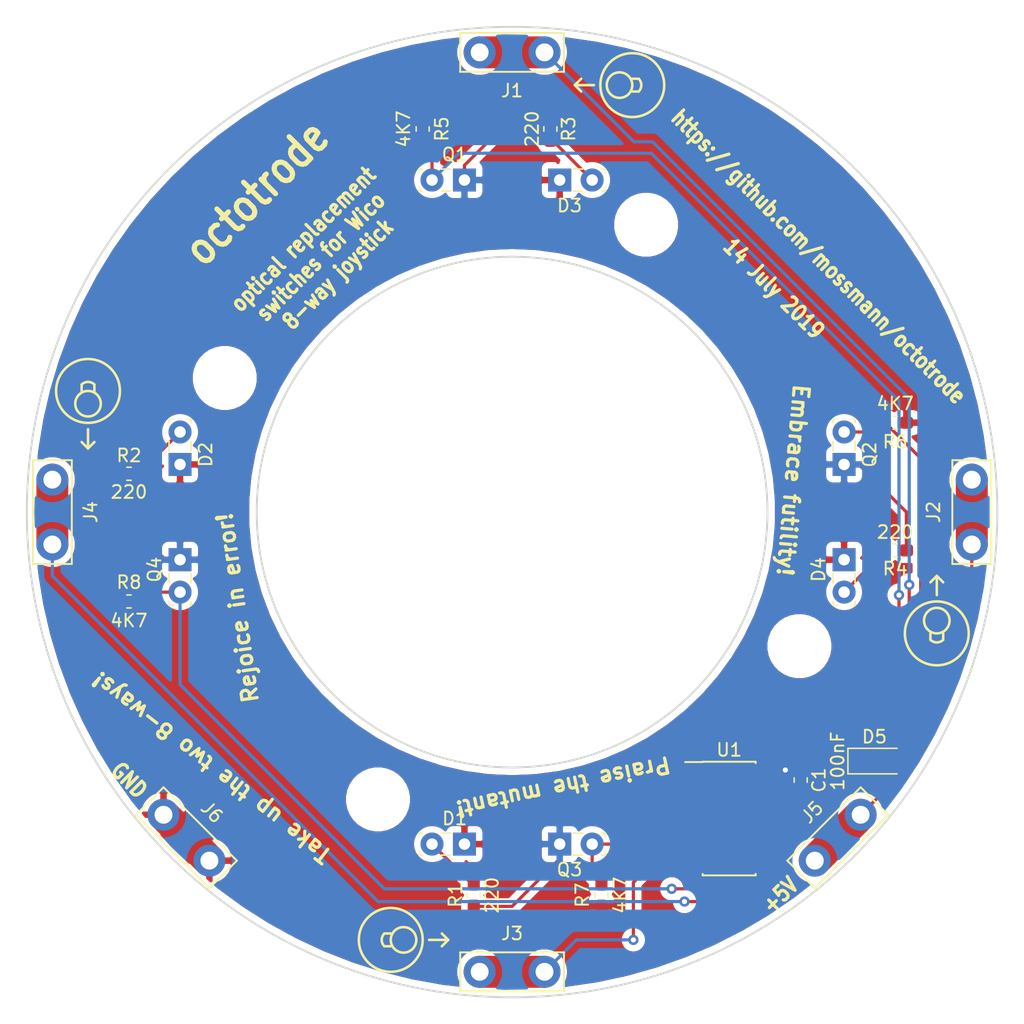
<source format=kicad_pcb>
(kicad_pcb (version 20171130) (host pcbnew 5.1.5)

  (general
    (thickness 1.6)
    (drawings 47)
    (tracks 100)
    (zones 0)
    (modules 29)
    (nets 16)
  )

  (page A4)
  (layers
    (0 F.Cu signal)
    (31 B.Cu signal)
    (32 B.Adhes user)
    (33 F.Adhes user)
    (34 B.Paste user)
    (35 F.Paste user)
    (36 B.SilkS user)
    (37 F.SilkS user)
    (38 B.Mask user)
    (39 F.Mask user)
    (40 Dwgs.User user)
    (41 Cmts.User user)
    (42 Eco1.User user)
    (43 Eco2.User user)
    (44 Edge.Cuts user)
    (45 Margin user)
    (46 B.CrtYd user)
    (47 F.CrtYd user)
    (48 B.Fab user)
    (49 F.Fab user)
  )

  (setup
    (last_trace_width 0.25)
    (user_trace_width 2.5)
    (trace_clearance 0.2)
    (zone_clearance 0.508)
    (zone_45_only no)
    (trace_min 0.2)
    (via_size 0.8)
    (via_drill 0.4)
    (via_min_size 0.4)
    (via_min_drill 0.3)
    (uvia_size 0.3)
    (uvia_drill 0.1)
    (uvias_allowed no)
    (uvia_min_size 0.2)
    (uvia_min_drill 0.1)
    (edge_width 0.15)
    (segment_width 0.2)
    (pcb_text_width 0.3)
    (pcb_text_size 1.5 1.5)
    (mod_edge_width 0.15)
    (mod_text_size 1 1)
    (mod_text_width 0.15)
    (pad_size 1.524 1.524)
    (pad_drill 0.762)
    (pad_to_mask_clearance 0.051)
    (solder_mask_min_width 0.25)
    (aux_axis_origin 0 0)
    (visible_elements FFFFFF7F)
    (pcbplotparams
      (layerselection 0x010fc_ffffffff)
      (usegerberextensions false)
      (usegerberattributes false)
      (usegerberadvancedattributes false)
      (creategerberjobfile false)
      (excludeedgelayer true)
      (linewidth 0.100000)
      (plotframeref false)
      (viasonmask false)
      (mode 1)
      (useauxorigin false)
      (hpglpennumber 1)
      (hpglpenspeed 20)
      (hpglpendiameter 15.000000)
      (psnegative false)
      (psa4output false)
      (plotreference true)
      (plotvalue true)
      (plotinvisibletext false)
      (padsonsilk false)
      (subtractmaskfromsilk false)
      (outputformat 1)
      (mirror false)
      (drillshape 1)
      (scaleselection 1)
      (outputdirectory ""))
  )

  (net 0 "")
  (net 1 "Net-(D1-Pad2)")
  (net 2 GND)
  (net 3 "Net-(D2-Pad2)")
  (net 4 "Net-(D3-Pad2)")
  (net 5 "Net-(D4-Pad2)")
  (net 6 "Net-(J1-Pad1)")
  (net 7 "Net-(J2-Pad1)")
  (net 8 "Net-(J3-Pad1)")
  (net 9 "Net-(J4-Pad1)")
  (net 10 +5V)
  (net 11 "Net-(Q1-Pad2)")
  (net 12 "Net-(Q2-Pad2)")
  (net 13 "Net-(Q3-Pad2)")
  (net 14 "Net-(Q4-Pad2)")
  (net 15 "Net-(D5-Pad2)")

  (net_class Default "This is the default net class."
    (clearance 0.2)
    (trace_width 0.25)
    (via_dia 0.8)
    (via_drill 0.4)
    (uvia_dia 0.3)
    (uvia_drill 0.1)
    (add_net +5V)
    (add_net GND)
    (add_net "Net-(D1-Pad2)")
    (add_net "Net-(D2-Pad2)")
    (add_net "Net-(D3-Pad2)")
    (add_net "Net-(D4-Pad2)")
    (add_net "Net-(D5-Pad2)")
    (add_net "Net-(J1-Pad1)")
    (add_net "Net-(J2-Pad1)")
    (add_net "Net-(J3-Pad1)")
    (add_net "Net-(J4-Pad1)")
    (add_net "Net-(Q1-Pad2)")
    (add_net "Net-(Q2-Pad2)")
    (add_net "Net-(Q3-Pad2)")
    (add_net "Net-(Q4-Pad2)")
  )

  (module Diode_SMD:D_SOD-123F (layer F.Cu) (tedit 587F7769) (tstamp 5EF516A8)
    (at 188.5 139.5)
    (descr D_SOD-123F)
    (tags D_SOD-123F)
    (path /5EF51F27)
    (attr smd)
    (fp_text reference D5 (at -0.127 -1.905) (layer F.SilkS)
      (effects (font (size 1 1) (thickness 0.15)))
    )
    (fp_text value D (at 0 2.1) (layer F.Fab)
      (effects (font (size 1 1) (thickness 0.15)))
    )
    (fp_line (start -2.2 -1) (end 1.65 -1) (layer F.SilkS) (width 0.12))
    (fp_line (start -2.2 1) (end 1.65 1) (layer F.SilkS) (width 0.12))
    (fp_line (start -2.2 -1.15) (end -2.2 1.15) (layer F.CrtYd) (width 0.05))
    (fp_line (start 2.2 1.15) (end -2.2 1.15) (layer F.CrtYd) (width 0.05))
    (fp_line (start 2.2 -1.15) (end 2.2 1.15) (layer F.CrtYd) (width 0.05))
    (fp_line (start -2.2 -1.15) (end 2.2 -1.15) (layer F.CrtYd) (width 0.05))
    (fp_line (start -1.4 -0.9) (end 1.4 -0.9) (layer F.Fab) (width 0.1))
    (fp_line (start 1.4 -0.9) (end 1.4 0.9) (layer F.Fab) (width 0.1))
    (fp_line (start 1.4 0.9) (end -1.4 0.9) (layer F.Fab) (width 0.1))
    (fp_line (start -1.4 0.9) (end -1.4 -0.9) (layer F.Fab) (width 0.1))
    (fp_line (start -0.75 0) (end -0.35 0) (layer F.Fab) (width 0.1))
    (fp_line (start -0.35 0) (end -0.35 -0.55) (layer F.Fab) (width 0.1))
    (fp_line (start -0.35 0) (end -0.35 0.55) (layer F.Fab) (width 0.1))
    (fp_line (start -0.35 0) (end 0.25 -0.4) (layer F.Fab) (width 0.1))
    (fp_line (start 0.25 -0.4) (end 0.25 0.4) (layer F.Fab) (width 0.1))
    (fp_line (start 0.25 0.4) (end -0.35 0) (layer F.Fab) (width 0.1))
    (fp_line (start 0.25 0) (end 0.75 0) (layer F.Fab) (width 0.1))
    (fp_line (start -2.2 -1) (end -2.2 1) (layer F.SilkS) (width 0.12))
    (fp_text user %R (at -0.127 -1.905) (layer F.Fab)
      (effects (font (size 1 1) (thickness 0.15)))
    )
    (pad 2 smd rect (at 1.4 0) (size 1.1 1.1) (layers F.Cu F.Paste F.Mask)
      (net 15 "Net-(D5-Pad2)"))
    (pad 1 smd rect (at -1.4 0) (size 1.1 1.1) (layers F.Cu F.Paste F.Mask)
      (net 10 +5V))
    (model ${KISYS3DMOD}/Diode_SMD.3dshapes/D_SOD-123F.wrl
      (at (xyz 0 0 0))
      (scale (xyz 1 1 1))
      (rotate (xyz 0 0 0))
    )
  )

  (module MountingHole:MountingHole_4mm (layer F.Cu) (tedit 5D2B4355) (tstamp 5D424176)
    (at 170.5 97.5)
    (descr "Mounting Hole 4mm, no annular")
    (tags "mounting hole 4mm no annular")
    (attr virtual)
    (fp_text reference REF** (at 0 -5) (layer F.SilkS) hide
      (effects (font (size 1 1) (thickness 0.15)))
    )
    (fp_text value MountingHole_4mm (at 0 5) (layer F.Fab)
      (effects (font (size 1 1) (thickness 0.15)))
    )
    (fp_circle (center 0 0) (end 4.25 0) (layer F.CrtYd) (width 0.05))
    (fp_circle (center 0 0) (end 4 0) (layer Cmts.User) (width 0.15))
    (fp_text user %R (at 0.3 0) (layer F.Fab)
      (effects (font (size 1 1) (thickness 0.15)))
    )
    (pad 1 np_thru_hole circle (at 0 0) (size 4 4) (drill 4) (layers *.Cu *.Mask))
  )

  (module MountingHole:MountingHole_4mm (layer F.Cu) (tedit 5D2B434B) (tstamp 5D42406E)
    (at 182.5 130.5)
    (descr "Mounting Hole 4mm, no annular")
    (tags "mounting hole 4mm no annular")
    (attr virtual)
    (fp_text reference REF** (at 0 -5) (layer F.SilkS) hide
      (effects (font (size 1 1) (thickness 0.15)))
    )
    (fp_text value MountingHole_4mm (at 0 5) (layer F.Fab)
      (effects (font (size 1 1) (thickness 0.15)))
    )
    (fp_circle (center 0 0) (end 4.25 0) (layer F.CrtYd) (width 0.05))
    (fp_circle (center 0 0) (end 4 0) (layer Cmts.User) (width 0.15))
    (fp_text user %R (at 0.3 0) (layer F.Fab)
      (effects (font (size 1 1) (thickness 0.15)))
    )
    (pad 1 np_thru_hole circle (at 0 0) (size 4 4) (drill 4) (layers *.Cu *.Mask))
  )

  (module MountingHole:MountingHole_4mm (layer F.Cu) (tedit 5D2B4347) (tstamp 5D58ED32)
    (at 149.5 142.5)
    (descr "Mounting Hole 4mm, no annular")
    (tags "mounting hole 4mm no annular")
    (attr virtual)
    (fp_text reference REF** (at 0 -5) (layer F.SilkS) hide
      (effects (font (size 1 1) (thickness 0.15)))
    )
    (fp_text value MountingHole_4mm (at 0 5) (layer F.Fab)
      (effects (font (size 1 1) (thickness 0.15)))
    )
    (fp_circle (center 0 0) (end 4.25 0) (layer F.CrtYd) (width 0.05))
    (fp_circle (center 0 0) (end 4 0) (layer Cmts.User) (width 0.15))
    (fp_text user %R (at 0.3 0) (layer F.Fab)
      (effects (font (size 1 1) (thickness 0.15)))
    )
    (pad 1 np_thru_hole circle (at 0 0) (size 4 4) (drill 4) (layers *.Cu *.Mask))
  )

  (module MountingHole:MountingHole_4mm (layer F.Cu) (tedit 5D2B4351) (tstamp 5D42408C)
    (at 137.5 109.5)
    (descr "Mounting Hole 4mm, no annular")
    (tags "mounting hole 4mm no annular")
    (attr virtual)
    (fp_text reference REF** (at 0 -5) (layer F.SilkS) hide
      (effects (font (size 1 1) (thickness 0.15)))
    )
    (fp_text value MountingHole_4mm (at 0 5) (layer F.Fab)
      (effects (font (size 1 1) (thickness 0.15)))
    )
    (fp_circle (center 0 0) (end 4.25 0) (layer F.CrtYd) (width 0.05))
    (fp_circle (center 0 0) (end 4 0) (layer Cmts.User) (width 0.15))
    (fp_text user %R (at 0.3 0) (layer F.Fab)
      (effects (font (size 1 1) (thickness 0.15)))
    )
    (pad 1 np_thru_hole circle (at 0 0) (size 4 4) (drill 4) (layers *.Cu *.Mask))
  )

  (module LED_THT:LED_SideEmitter_Rectangular_W4.5mm_H1.6mm (layer F.Cu) (tedit 587A6921) (tstamp 5EF518A7)
    (at 156.27 146 180)
    (descr "LED_SideEmitter_Rectangular, Rectangular, SideEmitter,  Rectangular size 4.5x1.6mm^2, 2 pins, http://cdn-reichelt.de/documents/datenblatt/A500/LED15MMGE_LED15MMGN%23KIN.pdf")
    (tags "LED_SideEmitter_Rectangular Rectangular SideEmitter  Rectangular size 4.5x1.6mm^2 2 pins")
    (path /5D2A36D7)
    (fp_text reference D1 (at 0.77 2) (layer F.SilkS)
      (effects (font (size 1 1) (thickness 0.15)))
    )
    (fp_text value LED (at 1.27 1.86) (layer F.Fab)
      (effects (font (size 1 1) (thickness 0.15)))
    )
    (fp_line (start 3.85 -1.15) (end -1.3 -1.15) (layer F.CrtYd) (width 0.05))
    (fp_line (start 3.85 1.15) (end 3.85 -1.15) (layer F.CrtYd) (width 0.05))
    (fp_line (start -1.3 1.15) (end 3.85 1.15) (layer F.CrtYd) (width 0.05))
    (fp_line (start -1.3 -1.15) (end -1.3 1.15) (layer F.CrtYd) (width 0.05))
    (fp_line (start 3.58 0.555) (end 3.58 0.861) (layer F.SilkS) (width 0.12))
    (fp_line (start 3.58 -0.861) (end 3.58 -0.555) (layer F.SilkS) (width 0.12))
    (fp_line (start 3.27 0.861) (end 3.58 0.861) (layer F.SilkS) (width 0.12))
    (fp_line (start 1.08 0.861) (end 1.811 0.861) (layer F.SilkS) (width 0.12))
    (fp_line (start 3.27 -0.861) (end 3.58 -0.861) (layer F.SilkS) (width 0.12))
    (fp_line (start 1.08 -0.861) (end 1.811 -0.861) (layer F.SilkS) (width 0.12))
    (fp_line (start 3.52 -0.8) (end -0.98 -0.8) (layer F.Fab) (width 0.1))
    (fp_line (start 3.52 0.8) (end 3.52 -0.8) (layer F.Fab) (width 0.1))
    (fp_line (start -0.98 0.8) (end 3.52 0.8) (layer F.Fab) (width 0.1))
    (fp_line (start -0.98 -0.8) (end -0.98 0.8) (layer F.Fab) (width 0.1))
    (pad 2 thru_hole circle (at 2.54 0 180) (size 1.8 1.8) (drill 0.9) (layers *.Cu *.Mask)
      (net 1 "Net-(D1-Pad2)"))
    (pad 1 thru_hole rect (at 0 0 180) (size 1.8 1.8) (drill 0.9) (layers *.Cu *.Mask)
      (net 2 GND))
    (model ${KISYS3DMOD}/LED_THT.3dshapes/LED_SideEmitter_Rectangular_W4.5mm_H1.6mm.wrl
      (at (xyz 0 0 0))
      (scale (xyz 1 1 1))
      (rotate (xyz 0 0 0))
    )
  )

  (module LED_THT:LED_SideEmitter_Rectangular_W4.5mm_H1.6mm (layer F.Cu) (tedit 587A6921) (tstamp 5EF527AA)
    (at 134 116.27 90)
    (descr "LED_SideEmitter_Rectangular, Rectangular, SideEmitter,  Rectangular size 4.5x1.6mm^2, 2 pins, http://cdn-reichelt.de/documents/datenblatt/A500/LED15MMGE_LED15MMGN%23KIN.pdf")
    (tags "LED_SideEmitter_Rectangular Rectangular SideEmitter  Rectangular size 4.5x1.6mm^2 2 pins")
    (path /5D2AD43E)
    (fp_text reference D2 (at 0.77 2 270) (layer F.SilkS)
      (effects (font (size 1 1) (thickness 0.15)))
    )
    (fp_text value LED (at 1.27 1.86 270) (layer F.Fab)
      (effects (font (size 1 1) (thickness 0.15)))
    )
    (fp_line (start -0.98 -0.8) (end -0.98 0.8) (layer F.Fab) (width 0.1))
    (fp_line (start -0.98 0.8) (end 3.52 0.8) (layer F.Fab) (width 0.1))
    (fp_line (start 3.52 0.8) (end 3.52 -0.8) (layer F.Fab) (width 0.1))
    (fp_line (start 3.52 -0.8) (end -0.98 -0.8) (layer F.Fab) (width 0.1))
    (fp_line (start 1.08 -0.861) (end 1.811 -0.861) (layer F.SilkS) (width 0.12))
    (fp_line (start 3.27 -0.861) (end 3.58 -0.861) (layer F.SilkS) (width 0.12))
    (fp_line (start 1.08 0.861) (end 1.811 0.861) (layer F.SilkS) (width 0.12))
    (fp_line (start 3.27 0.861) (end 3.58 0.861) (layer F.SilkS) (width 0.12))
    (fp_line (start 3.58 -0.861) (end 3.58 -0.555) (layer F.SilkS) (width 0.12))
    (fp_line (start 3.58 0.555) (end 3.58 0.861) (layer F.SilkS) (width 0.12))
    (fp_line (start -1.3 -1.15) (end -1.3 1.15) (layer F.CrtYd) (width 0.05))
    (fp_line (start -1.3 1.15) (end 3.85 1.15) (layer F.CrtYd) (width 0.05))
    (fp_line (start 3.85 1.15) (end 3.85 -1.15) (layer F.CrtYd) (width 0.05))
    (fp_line (start 3.85 -1.15) (end -1.3 -1.15) (layer F.CrtYd) (width 0.05))
    (pad 1 thru_hole rect (at 0 0 90) (size 1.8 1.8) (drill 0.9) (layers *.Cu *.Mask)
      (net 2 GND))
    (pad 2 thru_hole circle (at 2.54 0 90) (size 1.8 1.8) (drill 0.9) (layers *.Cu *.Mask)
      (net 3 "Net-(D2-Pad2)"))
    (model ${KISYS3DMOD}/LED_THT.3dshapes/LED_SideEmitter_Rectangular_W4.5mm_H1.6mm.wrl
      (at (xyz 0 0 0))
      (scale (xyz 1 1 1))
      (rotate (xyz 0 0 0))
    )
  )

  (module LED_THT:LED_SideEmitter_Rectangular_W4.5mm_H1.6mm (layer F.Cu) (tedit 587A6921) (tstamp 5D36DBB8)
    (at 163.73 94)
    (descr "LED_SideEmitter_Rectangular, Rectangular, SideEmitter,  Rectangular size 4.5x1.6mm^2, 2 pins, http://cdn-reichelt.de/documents/datenblatt/A500/LED15MMGE_LED15MMGN%23KIN.pdf")
    (tags "LED_SideEmitter_Rectangular Rectangular SideEmitter  Rectangular size 4.5x1.6mm^2 2 pins")
    (path /5D2AD492)
    (fp_text reference D3 (at 0.77 2 180) (layer F.SilkS)
      (effects (font (size 1 1) (thickness 0.15)))
    )
    (fp_text value LED (at 1.27 1.86 180) (layer F.Fab)
      (effects (font (size 1 1) (thickness 0.15)))
    )
    (fp_line (start -0.98 -0.8) (end -0.98 0.8) (layer F.Fab) (width 0.1))
    (fp_line (start -0.98 0.8) (end 3.52 0.8) (layer F.Fab) (width 0.1))
    (fp_line (start 3.52 0.8) (end 3.52 -0.8) (layer F.Fab) (width 0.1))
    (fp_line (start 3.52 -0.8) (end -0.98 -0.8) (layer F.Fab) (width 0.1))
    (fp_line (start 1.08 -0.861) (end 1.811 -0.861) (layer F.SilkS) (width 0.12))
    (fp_line (start 3.27 -0.861) (end 3.58 -0.861) (layer F.SilkS) (width 0.12))
    (fp_line (start 1.08 0.861) (end 1.811 0.861) (layer F.SilkS) (width 0.12))
    (fp_line (start 3.27 0.861) (end 3.58 0.861) (layer F.SilkS) (width 0.12))
    (fp_line (start 3.58 -0.861) (end 3.58 -0.555) (layer F.SilkS) (width 0.12))
    (fp_line (start 3.58 0.555) (end 3.58 0.861) (layer F.SilkS) (width 0.12))
    (fp_line (start -1.3 -1.15) (end -1.3 1.15) (layer F.CrtYd) (width 0.05))
    (fp_line (start -1.3 1.15) (end 3.85 1.15) (layer F.CrtYd) (width 0.05))
    (fp_line (start 3.85 1.15) (end 3.85 -1.15) (layer F.CrtYd) (width 0.05))
    (fp_line (start 3.85 -1.15) (end -1.3 -1.15) (layer F.CrtYd) (width 0.05))
    (pad 1 thru_hole rect (at 0 0) (size 1.8 1.8) (drill 0.9) (layers *.Cu *.Mask)
      (net 2 GND))
    (pad 2 thru_hole circle (at 2.54 0) (size 1.8 1.8) (drill 0.9) (layers *.Cu *.Mask)
      (net 4 "Net-(D3-Pad2)"))
    (model ${KISYS3DMOD}/LED_THT.3dshapes/LED_SideEmitter_Rectangular_W4.5mm_H1.6mm.wrl
      (at (xyz 0 0 0))
      (scale (xyz 1 1 1))
      (rotate (xyz 0 0 0))
    )
  )

  (module LED_THT:LED_SideEmitter_Rectangular_W4.5mm_H1.6mm (layer F.Cu) (tedit 587A6921) (tstamp 5D36DB7F)
    (at 186 123.73 270)
    (descr "LED_SideEmitter_Rectangular, Rectangular, SideEmitter,  Rectangular size 4.5x1.6mm^2, 2 pins, http://cdn-reichelt.de/documents/datenblatt/A500/LED15MMGE_LED15MMGN%23KIN.pdf")
    (tags "LED_SideEmitter_Rectangular Rectangular SideEmitter  Rectangular size 4.5x1.6mm^2 2 pins")
    (path /5D2AD4E8)
    (fp_text reference D4 (at 0.77 2 90) (layer F.SilkS)
      (effects (font (size 1 1) (thickness 0.15)))
    )
    (fp_text value LED (at 1.27 1.86 90) (layer F.Fab)
      (effects (font (size 1 1) (thickness 0.15)))
    )
    (fp_line (start 3.85 -1.15) (end -1.3 -1.15) (layer F.CrtYd) (width 0.05))
    (fp_line (start 3.85 1.15) (end 3.85 -1.15) (layer F.CrtYd) (width 0.05))
    (fp_line (start -1.3 1.15) (end 3.85 1.15) (layer F.CrtYd) (width 0.05))
    (fp_line (start -1.3 -1.15) (end -1.3 1.15) (layer F.CrtYd) (width 0.05))
    (fp_line (start 3.58 0.555) (end 3.58 0.861) (layer F.SilkS) (width 0.12))
    (fp_line (start 3.58 -0.861) (end 3.58 -0.555) (layer F.SilkS) (width 0.12))
    (fp_line (start 3.27 0.861) (end 3.58 0.861) (layer F.SilkS) (width 0.12))
    (fp_line (start 1.08 0.861) (end 1.811 0.861) (layer F.SilkS) (width 0.12))
    (fp_line (start 3.27 -0.861) (end 3.58 -0.861) (layer F.SilkS) (width 0.12))
    (fp_line (start 1.08 -0.861) (end 1.811 -0.861) (layer F.SilkS) (width 0.12))
    (fp_line (start 3.52 -0.8) (end -0.98 -0.8) (layer F.Fab) (width 0.1))
    (fp_line (start 3.52 0.8) (end 3.52 -0.8) (layer F.Fab) (width 0.1))
    (fp_line (start -0.98 0.8) (end 3.52 0.8) (layer F.Fab) (width 0.1))
    (fp_line (start -0.98 -0.8) (end -0.98 0.8) (layer F.Fab) (width 0.1))
    (pad 2 thru_hole circle (at 2.54 0 270) (size 1.8 1.8) (drill 0.9) (layers *.Cu *.Mask)
      (net 5 "Net-(D4-Pad2)"))
    (pad 1 thru_hole rect (at 0 0 270) (size 1.8 1.8) (drill 0.9) (layers *.Cu *.Mask)
      (net 2 GND))
    (model ${KISYS3DMOD}/LED_THT.3dshapes/LED_SideEmitter_Rectangular_W4.5mm_H1.6mm.wrl
      (at (xyz 0 0 0))
      (scale (xyz 1 1 1))
      (rotate (xyz 0 0 0))
    )
  )

  (module LED_THT:LED_SideEmitter_Rectangular_W4.5mm_H1.6mm (layer F.Cu) (tedit 587A6921) (tstamp 5D36E14C)
    (at 156.27 94 180)
    (descr "LED_SideEmitter_Rectangular, Rectangular, SideEmitter,  Rectangular size 4.5x1.6mm^2, 2 pins, http://cdn-reichelt.de/documents/datenblatt/A500/LED15MMGE_LED15MMGN%23KIN.pdf")
    (tags "LED_SideEmitter_Rectangular Rectangular SideEmitter  Rectangular size 4.5x1.6mm^2 2 pins")
    (path /5D2A3A10)
    (fp_text reference Q1 (at 0.77 2 180) (layer F.SilkS)
      (effects (font (size 1 1) (thickness 0.15)))
    )
    (fp_text value Q_Photo_NPN (at 1.27 1.86 270) (layer F.Fab)
      (effects (font (size 1 1) (thickness 0.15)))
    )
    (fp_line (start 3.85 -1.15) (end -1.3 -1.15) (layer F.CrtYd) (width 0.05))
    (fp_line (start 3.85 1.15) (end 3.85 -1.15) (layer F.CrtYd) (width 0.05))
    (fp_line (start -1.3 1.15) (end 3.85 1.15) (layer F.CrtYd) (width 0.05))
    (fp_line (start -1.3 -1.15) (end -1.3 1.15) (layer F.CrtYd) (width 0.05))
    (fp_line (start 3.58 0.555) (end 3.58 0.861) (layer F.SilkS) (width 0.12))
    (fp_line (start 3.58 -0.861) (end 3.58 -0.555) (layer F.SilkS) (width 0.12))
    (fp_line (start 3.27 0.861) (end 3.58 0.861) (layer F.SilkS) (width 0.12))
    (fp_line (start 1.08 0.861) (end 1.811 0.861) (layer F.SilkS) (width 0.12))
    (fp_line (start 3.27 -0.861) (end 3.58 -0.861) (layer F.SilkS) (width 0.12))
    (fp_line (start 1.08 -0.861) (end 1.811 -0.861) (layer F.SilkS) (width 0.12))
    (fp_line (start 3.52 -0.8) (end -0.98 -0.8) (layer F.Fab) (width 0.1))
    (fp_line (start 3.52 0.8) (end 3.52 -0.8) (layer F.Fab) (width 0.1))
    (fp_line (start -0.98 0.8) (end 3.52 0.8) (layer F.Fab) (width 0.1))
    (fp_line (start -0.98 -0.8) (end -0.98 0.8) (layer F.Fab) (width 0.1))
    (pad 2 thru_hole circle (at 2.54 0 180) (size 1.8 1.8) (drill 0.9) (layers *.Cu *.Mask)
      (net 11 "Net-(Q1-Pad2)"))
    (pad 1 thru_hole rect (at 0 0 180) (size 1.8 1.8) (drill 0.9) (layers *.Cu *.Mask)
      (net 10 +5V))
    (model ${KISYS3DMOD}/LED_THT.3dshapes/LED_SideEmitter_Rectangular_W4.5mm_H1.6mm.wrl
      (at (xyz 0 0 0))
      (scale (xyz 1 1 1))
      (rotate (xyz 0 0 0))
    )
  )

  (module LED_THT:LED_SideEmitter_Rectangular_W4.5mm_H1.6mm (layer F.Cu) (tedit 587A6921) (tstamp 5D36E465)
    (at 186 116.27 90)
    (descr "LED_SideEmitter_Rectangular, Rectangular, SideEmitter,  Rectangular size 4.5x1.6mm^2, 2 pins, http://cdn-reichelt.de/documents/datenblatt/A500/LED15MMGE_LED15MMGN%23KIN.pdf")
    (tags "LED_SideEmitter_Rectangular Rectangular SideEmitter  Rectangular size 4.5x1.6mm^2 2 pins")
    (path /5D2AD719)
    (fp_text reference Q2 (at 0.77 2 90) (layer F.SilkS)
      (effects (font (size 1 1) (thickness 0.15)))
    )
    (fp_text value Q_Photo_NPN (at 1.27 1.86 90) (layer F.Fab)
      (effects (font (size 1 1) (thickness 0.15)))
    )
    (fp_line (start -0.98 -0.8) (end -0.98 0.8) (layer F.Fab) (width 0.1))
    (fp_line (start -0.98 0.8) (end 3.52 0.8) (layer F.Fab) (width 0.1))
    (fp_line (start 3.52 0.8) (end 3.52 -0.8) (layer F.Fab) (width 0.1))
    (fp_line (start 3.52 -0.8) (end -0.98 -0.8) (layer F.Fab) (width 0.1))
    (fp_line (start 1.08 -0.861) (end 1.811 -0.861) (layer F.SilkS) (width 0.12))
    (fp_line (start 3.27 -0.861) (end 3.58 -0.861) (layer F.SilkS) (width 0.12))
    (fp_line (start 1.08 0.861) (end 1.811 0.861) (layer F.SilkS) (width 0.12))
    (fp_line (start 3.27 0.861) (end 3.58 0.861) (layer F.SilkS) (width 0.12))
    (fp_line (start 3.58 -0.861) (end 3.58 -0.555) (layer F.SilkS) (width 0.12))
    (fp_line (start 3.58 0.555) (end 3.58 0.861) (layer F.SilkS) (width 0.12))
    (fp_line (start -1.3 -1.15) (end -1.3 1.15) (layer F.CrtYd) (width 0.05))
    (fp_line (start -1.3 1.15) (end 3.85 1.15) (layer F.CrtYd) (width 0.05))
    (fp_line (start 3.85 1.15) (end 3.85 -1.15) (layer F.CrtYd) (width 0.05))
    (fp_line (start 3.85 -1.15) (end -1.3 -1.15) (layer F.CrtYd) (width 0.05))
    (pad 1 thru_hole rect (at 0 0 90) (size 1.8 1.8) (drill 0.9) (layers *.Cu *.Mask)
      (net 10 +5V))
    (pad 2 thru_hole circle (at 2.54 0 90) (size 1.8 1.8) (drill 0.9) (layers *.Cu *.Mask)
      (net 12 "Net-(Q2-Pad2)"))
    (model ${KISYS3DMOD}/LED_THT.3dshapes/LED_SideEmitter_Rectangular_W4.5mm_H1.6mm.wrl
      (at (xyz 0 0 0))
      (scale (xyz 1 1 1))
      (rotate (xyz 0 0 0))
    )
  )

  (module LED_THT:LED_SideEmitter_Rectangular_W4.5mm_H1.6mm (layer F.Cu) (tedit 587A6921) (tstamp 5EF51F6B)
    (at 163.73 146)
    (descr "LED_SideEmitter_Rectangular, Rectangular, SideEmitter,  Rectangular size 4.5x1.6mm^2, 2 pins, http://cdn-reichelt.de/documents/datenblatt/A500/LED15MMGE_LED15MMGN%23KIN.pdf")
    (tags "LED_SideEmitter_Rectangular Rectangular SideEmitter  Rectangular size 4.5x1.6mm^2 2 pins")
    (path /5D2AD767)
    (fp_text reference Q3 (at 0.77 2) (layer F.SilkS)
      (effects (font (size 1 1) (thickness 0.15)))
    )
    (fp_text value Q_Photo_NPN (at 1.27 1.86) (layer F.Fab)
      (effects (font (size 1 1) (thickness 0.15)))
    )
    (fp_line (start 3.85 -1.15) (end -1.3 -1.15) (layer F.CrtYd) (width 0.05))
    (fp_line (start 3.85 1.15) (end 3.85 -1.15) (layer F.CrtYd) (width 0.05))
    (fp_line (start -1.3 1.15) (end 3.85 1.15) (layer F.CrtYd) (width 0.05))
    (fp_line (start -1.3 -1.15) (end -1.3 1.15) (layer F.CrtYd) (width 0.05))
    (fp_line (start 3.58 0.555) (end 3.58 0.861) (layer F.SilkS) (width 0.12))
    (fp_line (start 3.58 -0.861) (end 3.58 -0.555) (layer F.SilkS) (width 0.12))
    (fp_line (start 3.27 0.861) (end 3.58 0.861) (layer F.SilkS) (width 0.12))
    (fp_line (start 1.08 0.861) (end 1.811 0.861) (layer F.SilkS) (width 0.12))
    (fp_line (start 3.27 -0.861) (end 3.58 -0.861) (layer F.SilkS) (width 0.12))
    (fp_line (start 1.08 -0.861) (end 1.811 -0.861) (layer F.SilkS) (width 0.12))
    (fp_line (start 3.52 -0.8) (end -0.98 -0.8) (layer F.Fab) (width 0.1))
    (fp_line (start 3.52 0.8) (end 3.52 -0.8) (layer F.Fab) (width 0.1))
    (fp_line (start -0.98 0.8) (end 3.52 0.8) (layer F.Fab) (width 0.1))
    (fp_line (start -0.98 -0.8) (end -0.98 0.8) (layer F.Fab) (width 0.1))
    (pad 2 thru_hole circle (at 2.54 0) (size 1.8 1.8) (drill 0.9) (layers *.Cu *.Mask)
      (net 13 "Net-(Q3-Pad2)"))
    (pad 1 thru_hole rect (at 0 0) (size 1.8 1.8) (drill 0.9) (layers *.Cu *.Mask)
      (net 10 +5V))
    (model ${KISYS3DMOD}/LED_THT.3dshapes/LED_SideEmitter_Rectangular_W4.5mm_H1.6mm.wrl
      (at (xyz 0 0 0))
      (scale (xyz 1 1 1))
      (rotate (xyz 0 0 0))
    )
  )

  (module LED_THT:LED_SideEmitter_Rectangular_W4.5mm_H1.6mm (layer F.Cu) (tedit 587A6921) (tstamp 5D36D8A9)
    (at 134 123.73 270)
    (descr "LED_SideEmitter_Rectangular, Rectangular, SideEmitter,  Rectangular size 4.5x1.6mm^2, 2 pins, http://cdn-reichelt.de/documents/datenblatt/A500/LED15MMGE_LED15MMGN%23KIN.pdf")
    (tags "LED_SideEmitter_Rectangular Rectangular SideEmitter  Rectangular size 4.5x1.6mm^2 2 pins")
    (path /5D2AD7C3)
    (fp_text reference Q4 (at 0.77 2 270) (layer F.SilkS)
      (effects (font (size 1 1) (thickness 0.15)))
    )
    (fp_text value Q_Photo_NPN (at 1.27 1.86 270) (layer F.Fab)
      (effects (font (size 1 1) (thickness 0.15)))
    )
    (fp_line (start 3.85 -1.15) (end -1.3 -1.15) (layer F.CrtYd) (width 0.05))
    (fp_line (start 3.85 1.15) (end 3.85 -1.15) (layer F.CrtYd) (width 0.05))
    (fp_line (start -1.3 1.15) (end 3.85 1.15) (layer F.CrtYd) (width 0.05))
    (fp_line (start -1.3 -1.15) (end -1.3 1.15) (layer F.CrtYd) (width 0.05))
    (fp_line (start 3.58 0.555) (end 3.58 0.861) (layer F.SilkS) (width 0.12))
    (fp_line (start 3.58 -0.861) (end 3.58 -0.555) (layer F.SilkS) (width 0.12))
    (fp_line (start 3.27 0.861) (end 3.58 0.861) (layer F.SilkS) (width 0.12))
    (fp_line (start 1.08 0.861) (end 1.811 0.861) (layer F.SilkS) (width 0.12))
    (fp_line (start 3.27 -0.861) (end 3.58 -0.861) (layer F.SilkS) (width 0.12))
    (fp_line (start 1.08 -0.861) (end 1.811 -0.861) (layer F.SilkS) (width 0.12))
    (fp_line (start 3.52 -0.8) (end -0.98 -0.8) (layer F.Fab) (width 0.1))
    (fp_line (start 3.52 0.8) (end 3.52 -0.8) (layer F.Fab) (width 0.1))
    (fp_line (start -0.98 0.8) (end 3.52 0.8) (layer F.Fab) (width 0.1))
    (fp_line (start -0.98 -0.8) (end -0.98 0.8) (layer F.Fab) (width 0.1))
    (pad 2 thru_hole circle (at 2.54 0 270) (size 1.8 1.8) (drill 0.9) (layers *.Cu *.Mask)
      (net 14 "Net-(Q4-Pad2)"))
    (pad 1 thru_hole rect (at 0 0 270) (size 1.8 1.8) (drill 0.9) (layers *.Cu *.Mask)
      (net 10 +5V))
    (model ${KISYS3DMOD}/LED_THT.3dshapes/LED_SideEmitter_Rectangular_W4.5mm_H1.6mm.wrl
      (at (xyz 0 0 0))
      (scale (xyz 1 1 1))
      (rotate (xyz 0 0 0))
    )
  )

  (module Resistor_SMD:R_0603_1608Metric_Pad1.05x0.95mm_HandSolder (layer F.Cu) (tedit 5D2B658E) (tstamp 5D42476D)
    (at 157 150 90)
    (descr "Resistor SMD 0603 (1608 Metric), square (rectangular) end terminal, IPC_7351 nominal with elongated pad for handsoldering. (Body size source: http://www.tortai-tech.com/upload/download/2011102023233369053.pdf), generated with kicad-footprint-generator")
    (tags "resistor handsolder")
    (path /5D2A37D1)
    (attr smd)
    (fp_text reference R1 (at 0 -1.43 90) (layer F.SilkS)
      (effects (font (size 1 1) (thickness 0.15)))
    )
    (fp_text value 220 (at 0 1.43 90) (layer F.SilkS)
      (effects (font (size 1 1) (thickness 0.15)))
    )
    (fp_line (start -0.8 0.4) (end -0.8 -0.4) (layer F.Fab) (width 0.1))
    (fp_line (start -0.8 -0.4) (end 0.8 -0.4) (layer F.Fab) (width 0.1))
    (fp_line (start 0.8 -0.4) (end 0.8 0.4) (layer F.Fab) (width 0.1))
    (fp_line (start 0.8 0.4) (end -0.8 0.4) (layer F.Fab) (width 0.1))
    (fp_line (start -0.171267 -0.51) (end 0.171267 -0.51) (layer F.SilkS) (width 0.12))
    (fp_line (start -0.171267 0.51) (end 0.171267 0.51) (layer F.SilkS) (width 0.12))
    (fp_line (start -1.65 0.73) (end -1.65 -0.73) (layer F.CrtYd) (width 0.05))
    (fp_line (start -1.65 -0.73) (end 1.65 -0.73) (layer F.CrtYd) (width 0.05))
    (fp_line (start 1.65 -0.73) (end 1.65 0.73) (layer F.CrtYd) (width 0.05))
    (fp_line (start 1.65 0.73) (end -1.65 0.73) (layer F.CrtYd) (width 0.05))
    (fp_text user %R (at 0 0 90) (layer F.Fab)
      (effects (font (size 0.4 0.4) (thickness 0.06)))
    )
    (pad 1 smd roundrect (at -0.875 0 90) (size 1.05 0.95) (layers F.Cu F.Paste F.Mask) (roundrect_rratio 0.25)
      (net 10 +5V))
    (pad 2 smd roundrect (at 0.875 0 90) (size 1.05 0.95) (layers F.Cu F.Paste F.Mask) (roundrect_rratio 0.25)
      (net 1 "Net-(D1-Pad2)"))
    (model ${KISYS3DMOD}/Resistor_SMD.3dshapes/R_0603_1608Metric.wrl
      (at (xyz 0 0 0))
      (scale (xyz 1 1 1))
      (rotate (xyz 0 0 0))
    )
  )

  (module Resistor_SMD:R_0603_1608Metric_Pad1.05x0.95mm_HandSolder (layer F.Cu) (tedit 5D2B65A3) (tstamp 5EF52837)
    (at 130 117)
    (descr "Resistor SMD 0603 (1608 Metric), square (rectangular) end terminal, IPC_7351 nominal with elongated pad for handsoldering. (Body size source: http://www.tortai-tech.com/upload/download/2011102023233369053.pdf), generated with kicad-footprint-generator")
    (tags "resistor handsolder")
    (path /5D2A42EC)
    (attr smd)
    (fp_text reference R2 (at 0 -1.43) (layer F.SilkS)
      (effects (font (size 1 1) (thickness 0.15)))
    )
    (fp_text value 220 (at 0 1.43) (layer F.SilkS)
      (effects (font (size 1 1) (thickness 0.15)))
    )
    (fp_text user %R (at 0 0) (layer F.Fab)
      (effects (font (size 0.4 0.4) (thickness 0.06)))
    )
    (fp_line (start 1.65 0.73) (end -1.65 0.73) (layer F.CrtYd) (width 0.05))
    (fp_line (start 1.65 -0.73) (end 1.65 0.73) (layer F.CrtYd) (width 0.05))
    (fp_line (start -1.65 -0.73) (end 1.65 -0.73) (layer F.CrtYd) (width 0.05))
    (fp_line (start -1.65 0.73) (end -1.65 -0.73) (layer F.CrtYd) (width 0.05))
    (fp_line (start -0.171267 0.51) (end 0.171267 0.51) (layer F.SilkS) (width 0.12))
    (fp_line (start -0.171267 -0.51) (end 0.171267 -0.51) (layer F.SilkS) (width 0.12))
    (fp_line (start 0.8 0.4) (end -0.8 0.4) (layer F.Fab) (width 0.1))
    (fp_line (start 0.8 -0.4) (end 0.8 0.4) (layer F.Fab) (width 0.1))
    (fp_line (start -0.8 -0.4) (end 0.8 -0.4) (layer F.Fab) (width 0.1))
    (fp_line (start -0.8 0.4) (end -0.8 -0.4) (layer F.Fab) (width 0.1))
    (pad 2 smd roundrect (at 0.875 0) (size 1.05 0.95) (layers F.Cu F.Paste F.Mask) (roundrect_rratio 0.25)
      (net 3 "Net-(D2-Pad2)"))
    (pad 1 smd roundrect (at -0.875 0) (size 1.05 0.95) (layers F.Cu F.Paste F.Mask) (roundrect_rratio 0.25)
      (net 10 +5V))
    (model ${KISYS3DMOD}/Resistor_SMD.3dshapes/R_0603_1608Metric.wrl
      (at (xyz 0 0 0))
      (scale (xyz 1 1 1))
      (rotate (xyz 0 0 0))
    )
  )

  (module Resistor_SMD:R_0603_1608Metric_Pad1.05x0.95mm_HandSolder (layer F.Cu) (tedit 5D2B6598) (tstamp 5D36D816)
    (at 163 90 270)
    (descr "Resistor SMD 0603 (1608 Metric), square (rectangular) end terminal, IPC_7351 nominal with elongated pad for handsoldering. (Body size source: http://www.tortai-tech.com/upload/download/2011102023233369053.pdf), generated with kicad-footprint-generator")
    (tags "resistor handsolder")
    (path /5D2A45FA)
    (attr smd)
    (fp_text reference R3 (at 0 -1.43 270) (layer F.SilkS)
      (effects (font (size 1 1) (thickness 0.15)))
    )
    (fp_text value 220 (at 0 1.43 270) (layer F.SilkS)
      (effects (font (size 1 1) (thickness 0.15)))
    )
    (fp_line (start -0.8 0.4) (end -0.8 -0.4) (layer F.Fab) (width 0.1))
    (fp_line (start -0.8 -0.4) (end 0.8 -0.4) (layer F.Fab) (width 0.1))
    (fp_line (start 0.8 -0.4) (end 0.8 0.4) (layer F.Fab) (width 0.1))
    (fp_line (start 0.8 0.4) (end -0.8 0.4) (layer F.Fab) (width 0.1))
    (fp_line (start -0.171267 -0.51) (end 0.171267 -0.51) (layer F.SilkS) (width 0.12))
    (fp_line (start -0.171267 0.51) (end 0.171267 0.51) (layer F.SilkS) (width 0.12))
    (fp_line (start -1.65 0.73) (end -1.65 -0.73) (layer F.CrtYd) (width 0.05))
    (fp_line (start -1.65 -0.73) (end 1.65 -0.73) (layer F.CrtYd) (width 0.05))
    (fp_line (start 1.65 -0.73) (end 1.65 0.73) (layer F.CrtYd) (width 0.05))
    (fp_line (start 1.65 0.73) (end -1.65 0.73) (layer F.CrtYd) (width 0.05))
    (fp_text user %R (at 0 0 270) (layer F.Fab)
      (effects (font (size 0.4 0.4) (thickness 0.06)))
    )
    (pad 1 smd roundrect (at -0.875 0 270) (size 1.05 0.95) (layers F.Cu F.Paste F.Mask) (roundrect_rratio 0.25)
      (net 10 +5V))
    (pad 2 smd roundrect (at 0.875 0 270) (size 1.05 0.95) (layers F.Cu F.Paste F.Mask) (roundrect_rratio 0.25)
      (net 4 "Net-(D3-Pad2)"))
    (model ${KISYS3DMOD}/Resistor_SMD.3dshapes/R_0603_1608Metric.wrl
      (at (xyz 0 0 0))
      (scale (xyz 1 1 1))
      (rotate (xyz 0 0 0))
    )
  )

  (module Resistor_SMD:R_0603_1608Metric_Pad1.05x0.95mm_HandSolder (layer F.Cu) (tedit 5D2B6522) (tstamp 5D591122)
    (at 190 123 180)
    (descr "Resistor SMD 0603 (1608 Metric), square (rectangular) end terminal, IPC_7351 nominal with elongated pad for handsoldering. (Body size source: http://www.tortai-tech.com/upload/download/2011102023233369053.pdf), generated with kicad-footprint-generator")
    (tags "resistor handsolder")
    (path /5D2A4618)
    (attr smd)
    (fp_text reference R4 (at 0 -1.43 180) (layer F.SilkS)
      (effects (font (size 1 1) (thickness 0.15)))
    )
    (fp_text value 220 (at 0 1.43 180) (layer F.SilkS)
      (effects (font (size 1 1) (thickness 0.15)))
    )
    (fp_text user %R (at 0 0 180) (layer F.Fab)
      (effects (font (size 0.4 0.4) (thickness 0.06)))
    )
    (fp_line (start 1.65 0.73) (end -1.65 0.73) (layer F.CrtYd) (width 0.05))
    (fp_line (start 1.65 -0.73) (end 1.65 0.73) (layer F.CrtYd) (width 0.05))
    (fp_line (start -1.65 -0.73) (end 1.65 -0.73) (layer F.CrtYd) (width 0.05))
    (fp_line (start -1.65 0.73) (end -1.65 -0.73) (layer F.CrtYd) (width 0.05))
    (fp_line (start -0.171267 0.51) (end 0.171267 0.51) (layer F.SilkS) (width 0.12))
    (fp_line (start -0.171267 -0.51) (end 0.171267 -0.51) (layer F.SilkS) (width 0.12))
    (fp_line (start 0.8 0.4) (end -0.8 0.4) (layer F.Fab) (width 0.1))
    (fp_line (start 0.8 -0.4) (end 0.8 0.4) (layer F.Fab) (width 0.1))
    (fp_line (start -0.8 -0.4) (end 0.8 -0.4) (layer F.Fab) (width 0.1))
    (fp_line (start -0.8 0.4) (end -0.8 -0.4) (layer F.Fab) (width 0.1))
    (pad 2 smd roundrect (at 0.875 0 180) (size 1.05 0.95) (layers F.Cu F.Paste F.Mask) (roundrect_rratio 0.25)
      (net 5 "Net-(D4-Pad2)"))
    (pad 1 smd roundrect (at -0.875 0 180) (size 1.05 0.95) (layers F.Cu F.Paste F.Mask) (roundrect_rratio 0.25)
      (net 10 +5V))
    (model ${KISYS3DMOD}/Resistor_SMD.3dshapes/R_0603_1608Metric.wrl
      (at (xyz 0 0 0))
      (scale (xyz 1 1 1))
      (rotate (xyz 0 0 0))
    )
  )

  (module Package_SO:SOIC-14_3.9x8.7mm_P1.27mm (layer F.Cu) (tedit 5A02F2D3) (tstamp 5D36DDEA)
    (at 177 144)
    (descr "14-Lead Plastic Small Outline (SL) - Narrow, 3.90 mm Body [SOIC] (see Microchip Packaging Specification 00000049BS.pdf)")
    (tags "SOIC 1.27")
    (path /5D2ADC2A)
    (attr smd)
    (fp_text reference U1 (at 0 -5.375) (layer F.SilkS)
      (effects (font (size 1 1) (thickness 0.15)))
    )
    (fp_text value 74HC14 (at 0 5.375) (layer F.Fab)
      (effects (font (size 1 1) (thickness 0.15)))
    )
    (fp_text user %R (at 0 0) (layer F.Fab)
      (effects (font (size 0.9 0.9) (thickness 0.135)))
    )
    (fp_line (start -0.95 -4.35) (end 1.95 -4.35) (layer F.Fab) (width 0.15))
    (fp_line (start 1.95 -4.35) (end 1.95 4.35) (layer F.Fab) (width 0.15))
    (fp_line (start 1.95 4.35) (end -1.95 4.35) (layer F.Fab) (width 0.15))
    (fp_line (start -1.95 4.35) (end -1.95 -3.35) (layer F.Fab) (width 0.15))
    (fp_line (start -1.95 -3.35) (end -0.95 -4.35) (layer F.Fab) (width 0.15))
    (fp_line (start -3.7 -4.65) (end -3.7 4.65) (layer F.CrtYd) (width 0.05))
    (fp_line (start 3.7 -4.65) (end 3.7 4.65) (layer F.CrtYd) (width 0.05))
    (fp_line (start -3.7 -4.65) (end 3.7 -4.65) (layer F.CrtYd) (width 0.05))
    (fp_line (start -3.7 4.65) (end 3.7 4.65) (layer F.CrtYd) (width 0.05))
    (fp_line (start -2.075 -4.45) (end -2.075 -4.425) (layer F.SilkS) (width 0.15))
    (fp_line (start 2.075 -4.45) (end 2.075 -4.335) (layer F.SilkS) (width 0.15))
    (fp_line (start 2.075 4.45) (end 2.075 4.335) (layer F.SilkS) (width 0.15))
    (fp_line (start -2.075 4.45) (end -2.075 4.335) (layer F.SilkS) (width 0.15))
    (fp_line (start -2.075 -4.45) (end 2.075 -4.45) (layer F.SilkS) (width 0.15))
    (fp_line (start -2.075 4.45) (end 2.075 4.45) (layer F.SilkS) (width 0.15))
    (fp_line (start -2.075 -4.425) (end -3.45 -4.425) (layer F.SilkS) (width 0.15))
    (pad 1 smd rect (at -2.7 -3.81) (size 1.5 0.6) (layers F.Cu F.Paste F.Mask)
      (net 11 "Net-(Q1-Pad2)"))
    (pad 2 smd rect (at -2.7 -2.54) (size 1.5 0.6) (layers F.Cu F.Paste F.Mask)
      (net 6 "Net-(J1-Pad1)"))
    (pad 3 smd rect (at -2.7 -1.27) (size 1.5 0.6) (layers F.Cu F.Paste F.Mask)
      (net 12 "Net-(Q2-Pad2)"))
    (pad 4 smd rect (at -2.7 0) (size 1.5 0.6) (layers F.Cu F.Paste F.Mask)
      (net 7 "Net-(J2-Pad1)"))
    (pad 5 smd rect (at -2.7 1.27) (size 1.5 0.6) (layers F.Cu F.Paste F.Mask)
      (net 13 "Net-(Q3-Pad2)"))
    (pad 6 smd rect (at -2.7 2.54) (size 1.5 0.6) (layers F.Cu F.Paste F.Mask)
      (net 8 "Net-(J3-Pad1)"))
    (pad 7 smd rect (at -2.7 3.81) (size 1.5 0.6) (layers F.Cu F.Paste F.Mask)
      (net 2 GND))
    (pad 8 smd rect (at 2.7 3.81) (size 1.5 0.6) (layers F.Cu F.Paste F.Mask)
      (net 9 "Net-(J4-Pad1)"))
    (pad 9 smd rect (at 2.7 2.54) (size 1.5 0.6) (layers F.Cu F.Paste F.Mask)
      (net 14 "Net-(Q4-Pad2)"))
    (pad 10 smd rect (at 2.7 1.27) (size 1.5 0.6) (layers F.Cu F.Paste F.Mask))
    (pad 11 smd rect (at 2.7 0) (size 1.5 0.6) (layers F.Cu F.Paste F.Mask)
      (net 2 GND))
    (pad 12 smd rect (at 2.7 -1.27) (size 1.5 0.6) (layers F.Cu F.Paste F.Mask))
    (pad 13 smd rect (at 2.7 -2.54) (size 1.5 0.6) (layers F.Cu F.Paste F.Mask)
      (net 2 GND))
    (pad 14 smd rect (at 2.7 -3.81) (size 1.5 0.6) (layers F.Cu F.Paste F.Mask)
      (net 10 +5V))
    (model ${KISYS3DMOD}/Package_SO.3dshapes/SOIC-14_3.9x8.7mm_P1.27mm.wrl
      (at (xyz 0 0 0))
      (scale (xyz 1 1 1))
      (rotate (xyz 0 0 0))
    )
  )

  (module Resistor_SMD:R_0603_1608Metric_Pad1.05x0.95mm_HandSolder (layer F.Cu) (tedit 5D2B659D) (tstamp 5D5913E0)
    (at 153 90 90)
    (descr "Resistor SMD 0603 (1608 Metric), square (rectangular) end terminal, IPC_7351 nominal with elongated pad for handsoldering. (Body size source: http://www.tortai-tech.com/upload/download/2011102023233369053.pdf), generated with kicad-footprint-generator")
    (tags "resistor handsolder")
    (path /5D2A3AED)
    (attr smd)
    (fp_text reference R5 (at 0 1.5 90) (layer F.SilkS)
      (effects (font (size 1 1) (thickness 0.15)))
    )
    (fp_text value 4K7 (at 0 -1.5 90) (layer F.SilkS)
      (effects (font (size 1 1) (thickness 0.15)))
    )
    (fp_line (start -0.8 0.4) (end -0.8 -0.4) (layer F.Fab) (width 0.1))
    (fp_line (start -0.8 -0.4) (end 0.8 -0.4) (layer F.Fab) (width 0.1))
    (fp_line (start 0.8 -0.4) (end 0.8 0.4) (layer F.Fab) (width 0.1))
    (fp_line (start 0.8 0.4) (end -0.8 0.4) (layer F.Fab) (width 0.1))
    (fp_line (start -0.171267 -0.51) (end 0.171267 -0.51) (layer F.SilkS) (width 0.12))
    (fp_line (start -0.171267 0.51) (end 0.171267 0.51) (layer F.SilkS) (width 0.12))
    (fp_line (start -1.65 0.73) (end -1.65 -0.73) (layer F.CrtYd) (width 0.05))
    (fp_line (start -1.65 -0.73) (end 1.65 -0.73) (layer F.CrtYd) (width 0.05))
    (fp_line (start 1.65 -0.73) (end 1.65 0.73) (layer F.CrtYd) (width 0.05))
    (fp_line (start 1.65 0.73) (end -1.65 0.73) (layer F.CrtYd) (width 0.05))
    (fp_text user %R (at 0 0 90) (layer F.Fab)
      (effects (font (size 0.4 0.4) (thickness 0.06)))
    )
    (pad 1 smd roundrect (at -0.875 0 90) (size 1.05 0.95) (layers F.Cu F.Paste F.Mask) (roundrect_rratio 0.25)
      (net 11 "Net-(Q1-Pad2)"))
    (pad 2 smd roundrect (at 0.875 0 90) (size 1.05 0.95) (layers F.Cu F.Paste F.Mask) (roundrect_rratio 0.25)
      (net 2 GND))
    (model ${KISYS3DMOD}/Resistor_SMD.3dshapes/R_0603_1608Metric.wrl
      (at (xyz 0 0 0))
      (scale (xyz 1 1 1))
      (rotate (xyz 0 0 0))
    )
  )

  (module Resistor_SMD:R_0603_1608Metric_Pad1.05x0.95mm_HandSolder (layer F.Cu) (tedit 5D2B6515) (tstamp 5D424B67)
    (at 190 113)
    (descr "Resistor SMD 0603 (1608 Metric), square (rectangular) end terminal, IPC_7351 nominal with elongated pad for handsoldering. (Body size source: http://www.tortai-tech.com/upload/download/2011102023233369053.pdf), generated with kicad-footprint-generator")
    (tags "resistor handsolder")
    (path /5D2A42F8)
    (attr smd)
    (fp_text reference R6 (at 0 1.5) (layer F.SilkS)
      (effects (font (size 1 1) (thickness 0.15)))
    )
    (fp_text value 4K7 (at 0 -1.5) (layer F.SilkS)
      (effects (font (size 1 1) (thickness 0.15)))
    )
    (fp_text user %R (at 0 0) (layer F.Fab)
      (effects (font (size 0.4 0.4) (thickness 0.06)))
    )
    (fp_line (start 1.65 0.73) (end -1.65 0.73) (layer F.CrtYd) (width 0.05))
    (fp_line (start 1.65 -0.73) (end 1.65 0.73) (layer F.CrtYd) (width 0.05))
    (fp_line (start -1.65 -0.73) (end 1.65 -0.73) (layer F.CrtYd) (width 0.05))
    (fp_line (start -1.65 0.73) (end -1.65 -0.73) (layer F.CrtYd) (width 0.05))
    (fp_line (start -0.171267 0.51) (end 0.171267 0.51) (layer F.SilkS) (width 0.12))
    (fp_line (start -0.171267 -0.51) (end 0.171267 -0.51) (layer F.SilkS) (width 0.12))
    (fp_line (start 0.8 0.4) (end -0.8 0.4) (layer F.Fab) (width 0.1))
    (fp_line (start 0.8 -0.4) (end 0.8 0.4) (layer F.Fab) (width 0.1))
    (fp_line (start -0.8 -0.4) (end 0.8 -0.4) (layer F.Fab) (width 0.1))
    (fp_line (start -0.8 0.4) (end -0.8 -0.4) (layer F.Fab) (width 0.1))
    (pad 2 smd roundrect (at 0.875 0) (size 1.05 0.95) (layers F.Cu F.Paste F.Mask) (roundrect_rratio 0.25)
      (net 2 GND))
    (pad 1 smd roundrect (at -0.875 0) (size 1.05 0.95) (layers F.Cu F.Paste F.Mask) (roundrect_rratio 0.25)
      (net 12 "Net-(Q2-Pad2)"))
    (model ${KISYS3DMOD}/Resistor_SMD.3dshapes/R_0603_1608Metric.wrl
      (at (xyz 0 0 0))
      (scale (xyz 1 1 1))
      (rotate (xyz 0 0 0))
    )
  )

  (module Resistor_SMD:R_0603_1608Metric_Pad1.05x0.95mm_HandSolder (layer F.Cu) (tedit 5D2B6589) (tstamp 5D5910E1)
    (at 167 150 270)
    (descr "Resistor SMD 0603 (1608 Metric), square (rectangular) end terminal, IPC_7351 nominal with elongated pad for handsoldering. (Body size source: http://www.tortai-tech.com/upload/download/2011102023233369053.pdf), generated with kicad-footprint-generator")
    (tags "resistor handsolder")
    (path /5D2A4606)
    (attr smd)
    (fp_text reference R7 (at 0 1.5 270) (layer F.SilkS)
      (effects (font (size 1 1) (thickness 0.15)))
    )
    (fp_text value 4K7 (at 0 -1.5 270) (layer F.SilkS)
      (effects (font (size 1 1) (thickness 0.15)))
    )
    (fp_line (start -0.8 0.4) (end -0.8 -0.4) (layer F.Fab) (width 0.1))
    (fp_line (start -0.8 -0.4) (end 0.8 -0.4) (layer F.Fab) (width 0.1))
    (fp_line (start 0.8 -0.4) (end 0.8 0.4) (layer F.Fab) (width 0.1))
    (fp_line (start 0.8 0.4) (end -0.8 0.4) (layer F.Fab) (width 0.1))
    (fp_line (start -0.171267 -0.51) (end 0.171267 -0.51) (layer F.SilkS) (width 0.12))
    (fp_line (start -0.171267 0.51) (end 0.171267 0.51) (layer F.SilkS) (width 0.12))
    (fp_line (start -1.65 0.73) (end -1.65 -0.73) (layer F.CrtYd) (width 0.05))
    (fp_line (start -1.65 -0.73) (end 1.65 -0.73) (layer F.CrtYd) (width 0.05))
    (fp_line (start 1.65 -0.73) (end 1.65 0.73) (layer F.CrtYd) (width 0.05))
    (fp_line (start 1.65 0.73) (end -1.65 0.73) (layer F.CrtYd) (width 0.05))
    (fp_text user %R (at 0 0 270) (layer F.Fab)
      (effects (font (size 0.4 0.4) (thickness 0.06)))
    )
    (pad 1 smd roundrect (at -0.875 0 270) (size 1.05 0.95) (layers F.Cu F.Paste F.Mask) (roundrect_rratio 0.25)
      (net 13 "Net-(Q3-Pad2)"))
    (pad 2 smd roundrect (at 0.875 0 270) (size 1.05 0.95) (layers F.Cu F.Paste F.Mask) (roundrect_rratio 0.25)
      (net 2 GND))
    (model ${KISYS3DMOD}/Resistor_SMD.3dshapes/R_0603_1608Metric.wrl
      (at (xyz 0 0 0))
      (scale (xyz 1 1 1))
      (rotate (xyz 0 0 0))
    )
  )

  (module Resistor_SMD:R_0603_1608Metric_Pad1.05x0.95mm_HandSolder (layer F.Cu) (tedit 5D2B65A8) (tstamp 5D424B87)
    (at 130 127 180)
    (descr "Resistor SMD 0603 (1608 Metric), square (rectangular) end terminal, IPC_7351 nominal with elongated pad for handsoldering. (Body size source: http://www.tortai-tech.com/upload/download/2011102023233369053.pdf), generated with kicad-footprint-generator")
    (tags "resistor handsolder")
    (path /5D2A4624)
    (attr smd)
    (fp_text reference R8 (at 0 1.5 180) (layer F.SilkS)
      (effects (font (size 1 1) (thickness 0.15)))
    )
    (fp_text value 4K7 (at 0 -1.5 180) (layer F.SilkS)
      (effects (font (size 1 1) (thickness 0.15)))
    )
    (fp_text user %R (at 0 0 180) (layer F.Fab)
      (effects (font (size 0.4 0.4) (thickness 0.06)))
    )
    (fp_line (start 1.65 0.73) (end -1.65 0.73) (layer F.CrtYd) (width 0.05))
    (fp_line (start 1.65 -0.73) (end 1.65 0.73) (layer F.CrtYd) (width 0.05))
    (fp_line (start -1.65 -0.73) (end 1.65 -0.73) (layer F.CrtYd) (width 0.05))
    (fp_line (start -1.65 0.73) (end -1.65 -0.73) (layer F.CrtYd) (width 0.05))
    (fp_line (start -0.171267 0.51) (end 0.171267 0.51) (layer F.SilkS) (width 0.12))
    (fp_line (start -0.171267 -0.51) (end 0.171267 -0.51) (layer F.SilkS) (width 0.12))
    (fp_line (start 0.8 0.4) (end -0.8 0.4) (layer F.Fab) (width 0.1))
    (fp_line (start 0.8 -0.4) (end 0.8 0.4) (layer F.Fab) (width 0.1))
    (fp_line (start -0.8 -0.4) (end 0.8 -0.4) (layer F.Fab) (width 0.1))
    (fp_line (start -0.8 0.4) (end -0.8 -0.4) (layer F.Fab) (width 0.1))
    (pad 2 smd roundrect (at 0.875 0 180) (size 1.05 0.95) (layers F.Cu F.Paste F.Mask) (roundrect_rratio 0.25)
      (net 2 GND))
    (pad 1 smd roundrect (at -0.875 0 180) (size 1.05 0.95) (layers F.Cu F.Paste F.Mask) (roundrect_rratio 0.25)
      (net 14 "Net-(Q4-Pad2)"))
    (model ${KISYS3DMOD}/Resistor_SMD.3dshapes/R_0603_1608Metric.wrl
      (at (xyz 0 0 0))
      (scale (xyz 1 1 1))
      (rotate (xyz 0 0 0))
    )
  )

  (module Capacitor_SMD:C_0603_1608Metric_Pad1.05x0.95mm_HandSolder (layer F.Cu) (tedit 5D2B65D9) (tstamp 5D58EB38)
    (at 182.6 140.9875 270)
    (descr "Capacitor SMD 0603 (1608 Metric), square (rectangular) end terminal, IPC_7351 nominal with elongated pad for handsoldering. (Body size source: http://www.tortai-tech.com/upload/download/2011102023233369053.pdf), generated with kicad-footprint-generator")
    (tags "capacitor handsolder")
    (path /5D2C37B4)
    (attr smd)
    (fp_text reference C1 (at 0 -1.43 270) (layer F.SilkS)
      (effects (font (size 1 1) (thickness 0.15)))
    )
    (fp_text value 100nF (at -1.4875 -2.9 270) (layer F.SilkS)
      (effects (font (size 1 1) (thickness 0.15)))
    )
    (fp_line (start -0.8 0.4) (end -0.8 -0.4) (layer F.Fab) (width 0.1))
    (fp_line (start -0.8 -0.4) (end 0.8 -0.4) (layer F.Fab) (width 0.1))
    (fp_line (start 0.8 -0.4) (end 0.8 0.4) (layer F.Fab) (width 0.1))
    (fp_line (start 0.8 0.4) (end -0.8 0.4) (layer F.Fab) (width 0.1))
    (fp_line (start -0.171267 -0.51) (end 0.171267 -0.51) (layer F.SilkS) (width 0.12))
    (fp_line (start -0.171267 0.51) (end 0.171267 0.51) (layer F.SilkS) (width 0.12))
    (fp_line (start -1.65 0.73) (end -1.65 -0.73) (layer F.CrtYd) (width 0.05))
    (fp_line (start -1.65 -0.73) (end 1.65 -0.73) (layer F.CrtYd) (width 0.05))
    (fp_line (start 1.65 -0.73) (end 1.65 0.73) (layer F.CrtYd) (width 0.05))
    (fp_line (start 1.65 0.73) (end -1.65 0.73) (layer F.CrtYd) (width 0.05))
    (fp_text user %R (at 0 0 270) (layer F.Fab)
      (effects (font (size 0.4 0.4) (thickness 0.06)))
    )
    (pad 1 smd roundrect (at -0.875 0 270) (size 1.05 0.95) (layers F.Cu F.Paste F.Mask) (roundrect_rratio 0.25)
      (net 10 +5V))
    (pad 2 smd roundrect (at 0.875 0 270) (size 1.05 0.95) (layers F.Cu F.Paste F.Mask) (roundrect_rratio 0.25)
      (net 2 GND))
    (model ${KISYS3DMOD}/Capacitor_SMD.3dshapes/C_0603_1608Metric.wrl
      (at (xyz 0 0 0))
      (scale (xyz 1 1 1))
      (rotate (xyz 0 0 0))
    )
  )

  (module octotrode:Conn_QC_Tab_0.25in (layer F.Cu) (tedit 5D2B3BC7) (tstamp 5D58EB48)
    (at 160 84 180)
    (path /5D2B4FA1)
    (fp_text reference J1 (at 0 -3 180) (layer F.SilkS)
      (effects (font (size 1 1) (thickness 0.15)))
    )
    (fp_text value Conn_01x01 (at 0 -0.5 180) (layer F.Fab)
      (effects (font (size 1 1) (thickness 0.15)))
    )
    (fp_line (start -4.064 1.524) (end -4.064 -1.524) (layer F.SilkS) (width 0.15))
    (fp_line (start 4.064 1.524) (end -4.064 1.524) (layer F.SilkS) (width 0.15))
    (fp_line (start 4.064 -1.524) (end 4.064 1.524) (layer F.SilkS) (width 0.15))
    (fp_line (start -4.064 -1.524) (end 4.064 -1.524) (layer F.SilkS) (width 0.15))
    (pad 1 thru_hole circle (at 2.54 0 180) (size 2.5 2.5) (drill 1.4) (layers *.Cu *.Mask)
      (net 6 "Net-(J1-Pad1)"))
    (pad 1 thru_hole circle (at -2.54 0 180) (size 2.5 2.5) (drill 1.4) (layers *.Cu *.Mask)
      (net 6 "Net-(J1-Pad1)"))
  )

  (module octotrode:Conn_QC_Tab_0.25in (layer F.Cu) (tedit 5D2B3BC7) (tstamp 5D58EB51)
    (at 196 120 90)
    (path /5D2B54A3)
    (fp_text reference J2 (at 0 -3 90) (layer F.SilkS)
      (effects (font (size 1 1) (thickness 0.15)))
    )
    (fp_text value Conn_01x01 (at 0 -0.5 90) (layer F.Fab)
      (effects (font (size 1 1) (thickness 0.15)))
    )
    (fp_line (start -4.064 -1.524) (end 4.064 -1.524) (layer F.SilkS) (width 0.15))
    (fp_line (start 4.064 -1.524) (end 4.064 1.524) (layer F.SilkS) (width 0.15))
    (fp_line (start 4.064 1.524) (end -4.064 1.524) (layer F.SilkS) (width 0.15))
    (fp_line (start -4.064 1.524) (end -4.064 -1.524) (layer F.SilkS) (width 0.15))
    (pad 1 thru_hole circle (at -2.54 0 90) (size 2.5 2.5) (drill 1.4) (layers *.Cu *.Mask)
      (net 7 "Net-(J2-Pad1)"))
    (pad 1 thru_hole circle (at 2.54 0 90) (size 2.5 2.5) (drill 1.4) (layers *.Cu *.Mask)
      (net 7 "Net-(J2-Pad1)"))
  )

  (module octotrode:Conn_QC_Tab_0.25in (layer F.Cu) (tedit 5D2B3BC7) (tstamp 5D58EC5D)
    (at 160 156)
    (path /5D2B550B)
    (fp_text reference J3 (at 0 -3) (layer F.SilkS)
      (effects (font (size 1 1) (thickness 0.15)))
    )
    (fp_text value Conn_01x01 (at 0 -0.5) (layer F.Fab)
      (effects (font (size 1 1) (thickness 0.15)))
    )
    (fp_line (start -4.064 1.524) (end -4.064 -1.524) (layer F.SilkS) (width 0.15))
    (fp_line (start 4.064 1.524) (end -4.064 1.524) (layer F.SilkS) (width 0.15))
    (fp_line (start 4.064 -1.524) (end 4.064 1.524) (layer F.SilkS) (width 0.15))
    (fp_line (start -4.064 -1.524) (end 4.064 -1.524) (layer F.SilkS) (width 0.15))
    (pad 1 thru_hole circle (at 2.54 0) (size 2.5 2.5) (drill 1.4) (layers *.Cu *.Mask)
      (net 8 "Net-(J3-Pad1)"))
    (pad 1 thru_hole circle (at -2.54 0) (size 2.5 2.5) (drill 1.4) (layers *.Cu *.Mask)
      (net 8 "Net-(J3-Pad1)"))
  )

  (module octotrode:Conn_QC_Tab_0.25in (layer F.Cu) (tedit 5D2B3BC7) (tstamp 5D58EC9E)
    (at 124 120 270)
    (path /5D2B568D)
    (fp_text reference J4 (at 0 -3 270) (layer F.SilkS)
      (effects (font (size 1 1) (thickness 0.15)))
    )
    (fp_text value Conn_01x01 (at 0 -0.5 270) (layer F.Fab)
      (effects (font (size 1 1) (thickness 0.15)))
    )
    (fp_line (start -4.064 -1.524) (end 4.064 -1.524) (layer F.SilkS) (width 0.15))
    (fp_line (start 4.064 -1.524) (end 4.064 1.524) (layer F.SilkS) (width 0.15))
    (fp_line (start 4.064 1.524) (end -4.064 1.524) (layer F.SilkS) (width 0.15))
    (fp_line (start -4.064 1.524) (end -4.064 -1.524) (layer F.SilkS) (width 0.15))
    (pad 1 thru_hole circle (at -2.54 0 270) (size 2.5 2.5) (drill 1.4) (layers *.Cu *.Mask)
      (net 9 "Net-(J4-Pad1)"))
    (pad 1 thru_hole circle (at 2.54 0 270) (size 2.5 2.5) (drill 1.4) (layers *.Cu *.Mask)
      (net 9 "Net-(J4-Pad1)"))
  )

  (module octotrode:Conn_QC_Tab_0.25in (layer F.Cu) (tedit 5D2B3BC7) (tstamp 5D58EDC5)
    (at 185.5 145.5 45)
    (path /5D2B5847)
    (fp_text reference J5 (at 0 -2.828427 45) (layer F.SilkS)
      (effects (font (size 1 1) (thickness 0.15)))
    )
    (fp_text value Conn_01x01 (at 0 -0.5 45) (layer F.Fab)
      (effects (font (size 1 1) (thickness 0.15)))
    )
    (fp_line (start -4.064 1.524) (end -4.064 -1.524) (layer F.SilkS) (width 0.15))
    (fp_line (start 4.064 1.524) (end -4.064 1.524) (layer F.SilkS) (width 0.15))
    (fp_line (start 4.064 -1.524) (end 4.064 1.524) (layer F.SilkS) (width 0.15))
    (fp_line (start -4.064 -1.524) (end 4.064 -1.524) (layer F.SilkS) (width 0.15))
    (pad 1 thru_hole circle (at 2.54 0 45) (size 2.5 2.5) (drill 1.4) (layers *.Cu *.Mask)
      (net 15 "Net-(D5-Pad2)"))
    (pad 1 thru_hole circle (at -2.54 0 45) (size 2.5 2.5) (drill 1.4) (layers *.Cu *.Mask)
      (net 15 "Net-(D5-Pad2)"))
  )

  (module octotrode:Conn_QC_Tab_0.25in (layer F.Cu) (tedit 5D2B3BC7) (tstamp 5D58EB75)
    (at 134.5 145.5 315)
    (path /5D2B58B3)
    (fp_text reference J6 (at 0 -2.828427 315) (layer F.SilkS)
      (effects (font (size 1 1) (thickness 0.15)))
    )
    (fp_text value Conn_01x01 (at 0 -0.5 315) (layer F.Fab)
      (effects (font (size 1 1) (thickness 0.15)))
    )
    (fp_line (start -4.064 -1.524) (end 4.064 -1.524) (layer F.SilkS) (width 0.15))
    (fp_line (start 4.064 -1.524) (end 4.064 1.524) (layer F.SilkS) (width 0.15))
    (fp_line (start 4.064 1.524) (end -4.064 1.524) (layer F.SilkS) (width 0.15))
    (fp_line (start -4.064 1.524) (end -4.064 -1.524) (layer F.SilkS) (width 0.15))
    (pad 1 thru_hole circle (at -2.54 0 315) (size 2.5 2.5) (drill 1.4) (layers *.Cu *.Mask)
      (net 2 GND))
    (pad 1 thru_hole circle (at 2.54 0 315) (size 2.5 2.5) (drill 1.4) (layers *.Cu *.Mask)
      (net 2 GND))
  )

  (gr_line (start 160 160) (end 160 80) (layer Cmts.User) (width 0.2))
  (gr_line (start 120 120) (end 200 120) (layer Cmts.User) (width 0.2))
  (gr_text "Embrace futility!" (at 182 117.5 265) (layer F.SilkS) (tstamp 5D58FCCB)
    (effects (font (size 1.2 1.2) (thickness 0.25)))
  )
  (gr_text "Praise the mutant!" (at 164 141.5 192) (layer F.SilkS) (tstamp 5D58FBA7)
    (effects (font (size 1.2 1.2) (thickness 0.25)))
  )
  (gr_text "Rejoice in error!" (at 138.5 127.5 98) (layer F.SilkS) (tstamp 5D58F9F2)
    (effects (font (size 1.2 1.2) (thickness 0.25)))
  )
  (gr_text "Take up the two 8-ways!" (at 136.5 140 142) (layer F.SilkS)
    (effects (font (size 1.2 1.2) (thickness 0.25)))
  )
  (gr_text +5V (at 181 150 45) (layer F.SilkS) (tstamp 5D58F3BE)
    (effects (font (size 1.2 1) (thickness 0.25)))
  )
  (gr_text GND (at 130 141 -45) (layer F.SilkS) (tstamp 5D58F39C)
    (effects (font (size 1.2 1) (thickness 0.25)))
  )
  (gr_text "14 July 2019" (at 180.5 102.5 -45) (layer F.SilkS) (tstamp 5D58F1BB)
    (effects (font (size 1.2 1) (thickness 0.25)))
  )
  (gr_text https://github.com/mossmann/octotrode (at 184 100 -45) (layer F.SilkS) (tstamp 5D592A58)
    (effects (font (size 1.2 1) (thickness 0.25)))
  )
  (gr_text "optical replacement\nswitches for Wico\n8-way joystick" (at 145 100 45) (layer F.SilkS) (tstamp 5D58F2FD)
    (effects (font (size 1.2 1) (thickness 0.25)))
  )
  (gr_text octotrode (at 140 95 45) (layer F.SilkS) (tstamp 5D58F2F8)
    (effects (font (size 2.4 2) (thickness 0.4)))
  )
  (gr_line (start 192.75953 129.49899) (end 192.75953 129.99899) (layer F.SilkS) (width 0.2) (tstamp 5D58F10C))
  (gr_line (start 193.25953 124.99899) (end 193.75953 125.49899) (layer F.SilkS) (width 0.2) (tstamp 5D58F10B))
  (gr_line (start 193.25953 124.99899) (end 192.75953 125.49899) (layer F.SilkS) (width 0.2) (tstamp 5D58F10A))
  (gr_line (start 193.75953 129.49899) (end 193.75953 129.99899) (layer F.SilkS) (width 0.2) (tstamp 5D58F109))
  (gr_circle (center 193.25953 129.49899) (end 193.25953 126.99899) (layer F.SilkS) (width 0.2) (tstamp 5D58F108))
  (gr_arc (start 193.25953 129.49899) (end 192.759531 129.998989) (angle -90) (layer F.SilkS) (width 0.2) (tstamp 5D58F107))
  (gr_line (start 193.25953 126.49899) (end 193.25953 124.99899) (layer F.SilkS) (width 0.2) (tstamp 5D58F106))
  (gr_circle (center 193.25953 128.49899) (end 193.25953 127.49899) (layer F.SilkS) (width 0.2) (tstamp 5D58F105))
  (gr_line (start 126.792601 113.514013) (end 126.792601 115.014013) (layer F.SilkS) (width 0.2) (tstamp 5D58F0F4))
  (gr_line (start 126.292601 110.514013) (end 126.292601 110.014013) (layer F.SilkS) (width 0.2) (tstamp 5D58F0F3))
  (gr_arc (start 126.792601 110.514013) (end 127.2926 110.014014) (angle -90) (layer F.SilkS) (width 0.2) (tstamp 5D58F0F2))
  (gr_line (start 127.292601 110.514013) (end 127.292601 110.014013) (layer F.SilkS) (width 0.2) (tstamp 5D58F0F1))
  (gr_line (start 126.792601 115.014013) (end 127.292601 114.514013) (layer F.SilkS) (width 0.2) (tstamp 5D58F0F0))
  (gr_line (start 126.792601 115.014013) (end 126.292601 114.514013) (layer F.SilkS) (width 0.2) (tstamp 5D58F0EF))
  (gr_circle (center 126.792601 111.514013) (end 126.792601 112.514013) (layer F.SilkS) (width 0.2) (tstamp 5D58F0EE))
  (gr_circle (center 126.792601 110.514013) (end 126.792601 113.014013) (layer F.SilkS) (width 0.2) (tstamp 5D58F0ED))
  (gr_circle (center 169.413786 86.565134) (end 166.913786 86.565134) (layer F.SilkS) (width 0.2) (tstamp 5D58F0DB))
  (gr_circle (center 168.413786 86.565134) (end 167.413786 86.565134) (layer F.SilkS) (width 0.2) (tstamp 5D58F0D6))
  (gr_line (start 164.913786 86.565134) (end 165.413786 86.065134) (layer F.SilkS) (width 0.2) (tstamp 5D58F0DE))
  (gr_line (start 164.913786 86.565134) (end 165.413786 87.065134) (layer F.SilkS) (width 0.2) (tstamp 5D58F0DC))
  (gr_line (start 169.413786 87.065134) (end 169.913786 87.065134) (layer F.SilkS) (width 0.2) (tstamp 5D58F0D8))
  (gr_arc (start 169.413786 86.565134) (end 169.913785 87.065133) (angle -90) (layer F.SilkS) (width 0.2) (tstamp 5D58F0DD))
  (gr_line (start 169.413786 86.065134) (end 169.913786 86.065134) (layer F.SilkS) (width 0.2) (tstamp 5D58F0DA))
  (gr_line (start 166.413786 86.565134) (end 164.913786 86.565134) (layer F.SilkS) (width 0.2) (tstamp 5D58F0D7))
  (gr_line (start 155 153.5) (end 154.5 154) (layer F.SilkS) (width 0.2))
  (gr_line (start 155 153.5) (end 154.5 153) (layer F.SilkS) (width 0.2))
  (gr_line (start 153.5 153.5) (end 155 153.5) (layer F.SilkS) (width 0.2))
  (gr_arc (start 150.5 153.5) (end 150.000001 153.000001) (angle -90) (layer F.SilkS) (width 0.2))
  (gr_line (start 150.5 153) (end 150 153) (layer F.SilkS) (width 0.2))
  (gr_line (start 150.5 154) (end 150 154) (layer F.SilkS) (width 0.2))
  (gr_circle (center 151.5 153.5) (end 152.5 153.5) (layer F.SilkS) (width 0.2))
  (gr_circle (center 150.5 153.5) (end 153 153.5) (layer F.SilkS) (width 0.2))
  (gr_circle (center 160 120) (end 198 120) (layer Edge.Cuts) (width 0.15))
  (gr_circle (center 160 120) (end 180 120) (layer Edge.Cuts) (width 0.15))
  (gr_circle (center 160 120) (end 167.5 120) (layer Cmts.User) (width 0.2))

  (segment (start 156.855 149.125) (end 153.73 146) (width 0.25) (layer F.Cu) (net 1))
  (segment (start 157 149.125) (end 156.855 149.125) (width 0.25) (layer F.Cu) (net 1))
  (segment (start 132.703949 143.703949) (end 136.296051 147.296051) (width 2.5) (layer F.Cu) (net 2))
  (segment (start 130.875 116.855) (end 134 113.73) (width 0.25) (layer F.Cu) (net 3))
  (segment (start 130.875 117) (end 130.875 116.855) (width 0.25) (layer F.Cu) (net 3) (tstamp 5EF527F4))
  (segment (start 163.145 90.875) (end 166.27 94) (width 0.25) (layer F.Cu) (net 4))
  (segment (start 163 90.875) (end 163.145 90.875) (width 0.25) (layer F.Cu) (net 4))
  (segment (start 189.125 123.145) (end 186 126.27) (width 0.25) (layer F.Cu) (net 5))
  (segment (start 189.125 123) (end 189.125 123.145) (width 0.25) (layer F.Cu) (net 5))
  (segment (start 174.75 141.46) (end 179.51 136.7) (width 0.25) (layer F.Cu) (net 6))
  (segment (start 174.3 141.46) (end 174.75 141.46) (width 0.25) (layer F.Cu) (net 6))
  (segment (start 179.51 136.7) (end 184.5 136.7) (width 0.25) (layer F.Cu) (net 6))
  (via (at 191.1 125.7) (size 0.8) (drill 0.4) (layers F.Cu B.Cu) (net 6))
  (segment (start 184.5 136.7) (end 191.1 130.1) (width 0.25) (layer F.Cu) (net 6))
  (segment (start 191.1 130.1) (end 191.1 125.7) (width 0.25) (layer F.Cu) (net 6))
  (segment (start 171 91) (end 169.54 91) (width 0.25) (layer B.Cu) (net 6))
  (segment (start 191.1 125.7) (end 191.1 111.1) (width 0.25) (layer B.Cu) (net 6))
  (segment (start 169.54 91) (end 162.54 84) (width 0.25) (layer B.Cu) (net 6))
  (segment (start 191.1 111.1) (end 171 91) (width 0.25) (layer B.Cu) (net 6))
  (segment (start 157.46 84) (end 162.54 84) (width 2.5) (layer F.Cu) (net 6))
  (segment (start 174.3 144) (end 176.5 144) (width 0.25) (layer F.Cu) (net 7))
  (segment (start 176.5 144) (end 177.5 143) (width 0.25) (layer F.Cu) (net 7))
  (segment (start 177.5 143) (end 177.5 140.5) (width 0.25) (layer F.Cu) (net 7))
  (segment (start 177.5 140.5) (end 180 138) (width 0.25) (layer F.Cu) (net 7))
  (segment (start 180 138) (end 185 138) (width 0.25) (layer F.Cu) (net 7))
  (segment (start 196 127) (end 196 122.54) (width 0.25) (layer F.Cu) (net 7))
  (segment (start 185 138) (end 196 127) (width 0.25) (layer F.Cu) (net 7))
  (segment (start 196 117.46) (end 196 122.54) (width 2.5) (layer F.Cu) (net 7))
  (segment (start 174.3 146.54) (end 171.96 146.54) (width 0.25) (layer F.Cu) (net 8))
  (segment (start 171.96 146.54) (end 169.5 149) (width 0.25) (layer F.Cu) (net 8))
  (via (at 169.5 153.5) (size 0.8) (drill 0.4) (layers F.Cu B.Cu) (net 8))
  (segment (start 169.5 149) (end 169.5 153.5) (width 0.25) (layer F.Cu) (net 8))
  (segment (start 165.04 153.5) (end 162.54 156) (width 0.25) (layer B.Cu) (net 8))
  (segment (start 169.5 153.5) (end 165.04 153.5) (width 0.25) (layer B.Cu) (net 8))
  (segment (start 162.54 156) (end 157.46 156) (width 2.5) (layer F.Cu) (net 8))
  (segment (start 124 125) (end 124 122.54) (width 0.25) (layer B.Cu) (net 9))
  (segment (start 149.5 150.5) (end 124 125) (width 0.25) (layer B.Cu) (net 9))
  (segment (start 173.5 150.5) (end 149.5 150.5) (width 0.25) (layer B.Cu) (net 9))
  (via (at 173.5 150.5) (size 0.8) (drill 0.4) (layers F.Cu B.Cu) (net 9))
  (segment (start 173.5 150.5) (end 175.5 150.5) (width 0.25) (layer F.Cu) (net 9))
  (segment (start 175.5 150.5) (end 178.19 147.81) (width 0.25) (layer F.Cu) (net 9))
  (segment (start 178.19 147.81) (end 179.7 147.81) (width 0.25) (layer F.Cu) (net 9))
  (segment (start 124 122.54) (end 124 117.46) (width 2.5) (layer F.Cu) (net 9))
  (segment (start 163.73 147.15) (end 163.73 146) (width 0.25) (layer F.Cu) (net 10))
  (segment (start 160.005 150.875) (end 163.73 147.15) (width 0.25) (layer F.Cu) (net 10))
  (segment (start 157 150.875) (end 160.005 150.875) (width 0.25) (layer F.Cu) (net 10))
  (segment (start 187.15 116.27) (end 186 116.27) (width 0.25) (layer F.Cu) (net 10))
  (segment (start 190.875 119.995) (end 187.15 116.27) (width 0.25) (layer F.Cu) (net 10))
  (segment (start 190.875 123) (end 190.875 119.995) (width 0.25) (layer F.Cu) (net 10))
  (segment (start 156.27 92.85) (end 156.27 94) (width 0.25) (layer F.Cu) (net 10))
  (segment (start 159.995 89.125) (end 156.27 92.85) (width 0.25) (layer F.Cu) (net 10))
  (segment (start 163 89.125) (end 159.995 89.125) (width 0.25) (layer F.Cu) (net 10))
  (segment (start 132.85 123.73) (end 134 123.73) (width 0.25) (layer F.Cu) (net 10))
  (segment (start 129.125 120.005) (end 132.85 123.73) (width 0.25) (layer F.Cu) (net 10))
  (segment (start 129.125 117) (end 129.125 120.005) (width 0.25) (layer F.Cu) (net 10))
  (via (at 181.4 140.2) (size 0.8) (drill 0.4) (layers F.Cu B.Cu) (net 10))
  (segment (start 179.7 140.19) (end 181.39 140.19) (width 0.25) (layer F.Cu) (net 10))
  (segment (start 181.39 140.19) (end 181.4 140.2) (width 0.25) (layer F.Cu) (net 10))
  (segment (start 181.4 140.2) (end 182.6 140.2) (width 0.25) (layer F.Cu) (net 10))
  (segment (start 183.2125 139.5) (end 182.6 140.1125) (width 0.25) (layer F.Cu) (net 10))
  (segment (start 187.1 139.5) (end 183.2125 139.5) (width 0.25) (layer F.Cu) (net 10))
  (segment (start 153.73 91.5175) (end 153 90.7875) (width 0.25) (layer F.Cu) (net 11))
  (segment (start 153.73 94) (end 153.73 91.5175) (width 0.25) (layer F.Cu) (net 11))
  (segment (start 174.75 140.19) (end 178.84 136.1) (width 0.25) (layer F.Cu) (net 11))
  (segment (start 174.3 140.19) (end 174.75 140.19) (width 0.25) (layer F.Cu) (net 11))
  (segment (start 178.84 136.1) (end 184.2 136.1) (width 0.25) (layer F.Cu) (net 11))
  (segment (start 184.2 136.1) (end 190.3 130) (width 0.25) (layer F.Cu) (net 11))
  (via (at 190.3 126.5) (size 0.8) (drill 0.4) (layers F.Cu B.Cu) (net 11))
  (segment (start 190.3 130) (end 190.3 126.5) (width 0.25) (layer F.Cu) (net 11))
  (segment (start 153.73 94) (end 155.83 91.9) (width 0.25) (layer B.Cu) (net 11))
  (segment (start 155.83 91.9) (end 170.9 91.9) (width 0.25) (layer B.Cu) (net 11))
  (segment (start 190.3 111.3) (end 190.3 126.5) (width 0.25) (layer B.Cu) (net 11) (tstamp 5D590721))
  (segment (start 170.9 91.9) (end 190.3 111.3) (width 0.25) (layer B.Cu) (net 11))
  (segment (start 188.4825 113.73) (end 189.2125 113) (width 0.25) (layer F.Cu) (net 12))
  (segment (start 186 113.73) (end 188.4825 113.73) (width 0.25) (layer F.Cu) (net 12))
  (segment (start 177 142) (end 176.27 142.73) (width 0.25) (layer F.Cu) (net 12))
  (segment (start 177 140) (end 177 142) (width 0.25) (layer F.Cu) (net 12))
  (segment (start 184.7 137.3) (end 179.7 137.3) (width 0.25) (layer F.Cu) (net 12))
  (segment (start 192 115.7875) (end 192 130) (width 0.25) (layer F.Cu) (net 12))
  (segment (start 189.2125 113) (end 192 115.7875) (width 0.25) (layer F.Cu) (net 12))
  (segment (start 192 130) (end 184.7 137.3) (width 0.25) (layer F.Cu) (net 12))
  (segment (start 176.27 142.73) (end 174.3 142.73) (width 0.25) (layer F.Cu) (net 12))
  (segment (start 179.7 137.3) (end 177 140) (width 0.25) (layer F.Cu) (net 12))
  (segment (start 166.27 148.4825) (end 167 149.2125) (width 0.25) (layer F.Cu) (net 13))
  (segment (start 166.27 146) (end 166.27 148.4825) (width 0.25) (layer F.Cu) (net 13))
  (segment (start 174.3 145.27) (end 171.73 145.27) (width 0.25) (layer F.Cu) (net 13))
  (segment (start 171 146) (end 166.27 146) (width 0.25) (layer F.Cu) (net 13))
  (segment (start 171.73 145.27) (end 171 146) (width 0.25) (layer F.Cu) (net 13))
  (segment (start 131.5175 126.27) (end 130.7875 127) (width 0.25) (layer F.Cu) (net 14))
  (segment (start 134 126.27) (end 131.5175 126.27) (width 0.25) (layer F.Cu) (net 14))
  (segment (start 134 133.5) (end 134 126.27) (width 0.25) (layer B.Cu) (net 14))
  (segment (start 150 149.5) (end 134 133.5) (width 0.25) (layer B.Cu) (net 14))
  (segment (start 172.5 149.5) (end 150 149.5) (width 0.25) (layer B.Cu) (net 14))
  (segment (start 172.5 149.5) (end 175.74 149.5) (width 0.25) (layer F.Cu) (net 14))
  (segment (start 175.74 149.5) (end 178.7 146.54) (width 0.25) (layer F.Cu) (net 14))
  (segment (start 178.7 146.54) (end 179.7 146.54) (width 0.25) (layer F.Cu) (net 14))
  (via (at 172.5 149.5) (size 0.8) (drill 0.4) (layers F.Cu B.Cu) (net 14))
  (segment (start 183.703949 147.296051) (end 187.296051 143.703949) (width 2.5) (layer F.Cu) (net 15))
  (segment (start 189.9 141.1) (end 187.296051 143.703949) (width 0.25) (layer F.Cu) (net 15))
  (segment (start 189.9 139.5) (end 189.9 141.1) (width 0.25) (layer F.Cu) (net 15))

  (zone (net 2) (net_name GND) (layer F.Cu) (tstamp 5D592B02) (hatch edge 0.508)
    (connect_pads (clearance 0.508))
    (min_thickness 0.254)
    (fill yes (arc_segments 16) (thermal_gap 0.508) (thermal_bridge_width 0.508))
    (polygon
      (pts
        (xy 120 80) (xy 200 80) (xy 200 160) (xy 120 160)
      )
    )
    (filled_polygon
      (pts
        (xy 164.218015 82.949326) (xy 166.607452 83.300059) (xy 168.969176 83.804724) (xy 171.293279 84.461205) (xy 173.570015 85.266748)
        (xy 175.789834 86.217974) (xy 177.943424 87.310894) (xy 180.021753 88.540923) (xy 182.016104 89.902903) (xy 183.918113 91.39112)
        (xy 185.7198 92.999333) (xy 187.413609 94.720796) (xy 188.992436 96.548289) (xy 190.449659 98.474147) (xy 191.779165 100.490291)
        (xy 192.975379 102.588266) (xy 194.033282 104.759271) (xy 194.948438 106.994202) (xy 195.717008 109.283684) (xy 196.335768 111.618113)
        (xy 196.802124 113.987699) (xy 197.049092 115.883373) (xy 196.970262 115.841238) (xy 196.892882 115.789534) (xy 196.8069 115.753919)
        (xy 196.724847 115.710061) (xy 196.635816 115.683054) (xy 196.549834 115.647439) (xy 196.458556 115.629283) (xy 196.369523 115.602275)
        (xy 196.276929 115.593155) (xy 196.185656 115.575) (xy 196.092597 115.575) (xy 196 115.56588) (xy 195.907403 115.575)
        (xy 195.814344 115.575) (xy 195.723071 115.593155) (xy 195.630476 115.602275) (xy 195.541441 115.629283) (xy 195.450166 115.647439)
        (xy 195.364187 115.683053) (xy 195.275152 115.710061) (xy 195.193097 115.75392) (xy 195.107118 115.789534) (xy 195.029739 115.841237)
        (xy 194.947683 115.885097) (xy 194.875761 115.944122) (xy 194.798382 115.995825) (xy 194.732577 116.06163) (xy 194.660655 116.120655)
        (xy 194.60163 116.192577) (xy 194.535825 116.258382) (xy 194.484122 116.335761) (xy 194.425097 116.407683) (xy 194.381238 116.489738)
        (xy 194.329534 116.567118) (xy 194.293919 116.6531) (xy 194.250061 116.735153) (xy 194.223054 116.824184) (xy 194.187439 116.910166)
        (xy 194.169283 117.001444) (xy 194.142275 117.090477) (xy 194.133155 117.18307) (xy 194.115 117.274344) (xy 194.115 117.367404)
        (xy 194.115001 122.354339) (xy 194.115 122.354344) (xy 194.115 122.725656) (xy 194.133157 122.816939) (xy 194.142276 122.909524)
        (xy 194.169282 122.99855) (xy 194.187439 123.089834) (xy 194.223056 123.175822) (xy 194.250062 123.264848) (xy 194.293917 123.346895)
        (xy 194.329534 123.432882) (xy 194.381242 123.510269) (xy 194.425098 123.592317) (xy 194.484118 123.664233) (xy 194.535825 123.741618)
        (xy 194.601636 123.807429) (xy 194.660656 123.879345) (xy 194.732572 123.938365) (xy 194.798382 124.004175) (xy 194.875766 124.055881)
        (xy 194.947684 124.114903) (xy 195.029735 124.15876) (xy 195.107118 124.210466) (xy 195.193101 124.246081) (xy 195.240001 124.27115)
        (xy 195.24 126.685198) (xy 192.76 129.165198) (xy 192.76 115.824822) (xy 192.763676 115.787499) (xy 192.76 115.750176)
        (xy 192.76 115.750167) (xy 192.749003 115.638514) (xy 192.705546 115.495253) (xy 192.634974 115.363224) (xy 192.540001 115.247499)
        (xy 192.511004 115.223702) (xy 191.40034 114.113039) (xy 191.524482 114.100812) (xy 191.64418 114.064502) (xy 191.754494 114.005537)
        (xy 191.851185 113.926185) (xy 191.930537 113.829494) (xy 191.989502 113.71918) (xy 192.025812 113.599482) (xy 192.038072 113.475)
        (xy 192.035 113.28575) (xy 191.87625 113.127) (xy 191.002 113.127) (xy 191.002 113.147) (xy 190.748 113.147)
        (xy 190.748 113.127) (xy 190.728 113.127) (xy 190.728 112.873) (xy 190.748 112.873) (xy 190.748 112.04875)
        (xy 191.002 112.04875) (xy 191.002 112.873) (xy 191.87625 112.873) (xy 192.035 112.71425) (xy 192.038072 112.525)
        (xy 192.025812 112.400518) (xy 191.989502 112.28082) (xy 191.930537 112.170506) (xy 191.851185 112.073815) (xy 191.754494 111.994463)
        (xy 191.64418 111.935498) (xy 191.524482 111.899188) (xy 191.4 111.886928) (xy 191.16075 111.89) (xy 191.002 112.04875)
        (xy 190.748 112.04875) (xy 190.58925 111.89) (xy 190.35 111.886928) (xy 190.225518 111.899188) (xy 190.10582 111.935498)
        (xy 189.995506 111.994463) (xy 189.922839 112.054099) (xy 189.898942 112.034488) (xy 189.747567 111.953577) (xy 189.583316 111.903752)
        (xy 189.4125 111.886928) (xy 188.8375 111.886928) (xy 188.666684 111.903752) (xy 188.502433 111.953577) (xy 188.351058 112.034488)
        (xy 188.218377 112.143377) (xy 188.109488 112.276058) (xy 188.028577 112.427433) (xy 187.978752 112.591684) (xy 187.961928 112.7625)
        (xy 187.961928 112.97) (xy 187.338313 112.97) (xy 187.192312 112.751495) (xy 186.978505 112.537688) (xy 186.727095 112.369701)
        (xy 186.447743 112.253989) (xy 186.151184 112.195) (xy 185.848816 112.195) (xy 185.552257 112.253989) (xy 185.272905 112.369701)
        (xy 185.021495 112.537688) (xy 184.807688 112.751495) (xy 184.639701 113.002905) (xy 184.523989 113.282257) (xy 184.465 113.578816)
        (xy 184.465 113.881184) (xy 184.523989 114.177743) (xy 184.639701 114.457095) (xy 184.807688 114.708505) (xy 184.874127 114.774944)
        (xy 184.85582 114.780498) (xy 184.745506 114.839463) (xy 184.648815 114.918815) (xy 184.569463 115.015506) (xy 184.510498 115.12582)
        (xy 184.474188 115.245518) (xy 184.461928 115.37) (xy 184.461928 117.17) (xy 184.474188 117.294482) (xy 184.510498 117.41418)
        (xy 184.569463 117.524494) (xy 184.648815 117.621185) (xy 184.745506 117.700537) (xy 184.85582 117.759502) (xy 184.975518 117.795812)
        (xy 185.1 117.808072) (xy 186.9 117.808072) (xy 187.024482 117.795812) (xy 187.14418 117.759502) (xy 187.254494 117.700537)
        (xy 187.351185 117.621185) (xy 187.385081 117.579882) (xy 190.115001 120.309803) (xy 190.115 122.027036) (xy 190.101058 122.034488)
        (xy 190 122.117425) (xy 189.898942 122.034488) (xy 189.747567 121.953577) (xy 189.583316 121.903752) (xy 189.4125 121.886928)
        (xy 188.8375 121.886928) (xy 188.666684 121.903752) (xy 188.502433 121.953577) (xy 188.351058 122.034488) (xy 188.218377 122.143377)
        (xy 188.109488 122.276058) (xy 188.028577 122.427433) (xy 187.978752 122.591684) (xy 187.961928 122.7625) (xy 187.961928 123.233269)
        (xy 187.535 123.660198) (xy 187.535 123.602998) (xy 187.376252 123.602998) (xy 187.535 123.44425) (xy 187.538072 122.83)
        (xy 187.525812 122.705518) (xy 187.489502 122.58582) (xy 187.430537 122.475506) (xy 187.351185 122.378815) (xy 187.254494 122.299463)
        (xy 187.14418 122.240498) (xy 187.024482 122.204188) (xy 186.9 122.191928) (xy 186.28575 122.195) (xy 186.127 122.35375)
        (xy 186.127 123.603) (xy 186.147 123.603) (xy 186.147 123.857) (xy 186.127 123.857) (xy 186.127 123.877)
        (xy 185.873 123.877) (xy 185.873 123.857) (xy 184.62375 123.857) (xy 184.465 124.01575) (xy 184.461928 124.63)
        (xy 184.474188 124.754482) (xy 184.510498 124.87418) (xy 184.569463 124.984494) (xy 184.648815 125.081185) (xy 184.745506 125.160537)
        (xy 184.85582 125.219502) (xy 184.874127 125.225056) (xy 184.807688 125.291495) (xy 184.639701 125.542905) (xy 184.523989 125.822257)
        (xy 184.465 126.118816) (xy 184.465 126.421184) (xy 184.523989 126.717743) (xy 184.639701 126.997095) (xy 184.807688 127.248505)
        (xy 185.021495 127.462312) (xy 185.272905 127.630299) (xy 185.552257 127.746011) (xy 185.848816 127.805) (xy 186.151184 127.805)
        (xy 186.447743 127.746011) (xy 186.727095 127.630299) (xy 186.978505 127.462312) (xy 187.192312 127.248505) (xy 187.360299 126.997095)
        (xy 187.476011 126.717743) (xy 187.535 126.421184) (xy 187.535 126.118816) (xy 187.483731 125.86107) (xy 189.231731 124.113072)
        (xy 189.4125 124.113072) (xy 189.583316 124.096248) (xy 189.747567 124.046423) (xy 189.898942 123.965512) (xy 190 123.882575)
        (xy 190.101058 123.965512) (xy 190.252433 124.046423) (xy 190.416684 124.096248) (xy 190.5875 124.113072) (xy 191.1625 124.113072)
        (xy 191.240001 124.105439) (xy 191.240001 124.672571) (xy 191.201939 124.665) (xy 190.998061 124.665) (xy 190.798102 124.704774)
        (xy 190.609744 124.782795) (xy 190.440226 124.896063) (xy 190.296063 125.040226) (xy 190.182795 125.209744) (xy 190.104774 125.398102)
        (xy 190.087076 125.487076) (xy 189.998102 125.504774) (xy 189.809744 125.582795) (xy 189.640226 125.696063) (xy 189.496063 125.840226)
        (xy 189.382795 126.009744) (xy 189.304774 126.198102) (xy 189.265 126.398061) (xy 189.265 126.601939) (xy 189.304774 126.801898)
        (xy 189.382795 126.990256) (xy 189.496063 127.159774) (xy 189.540001 127.203712) (xy 189.54 129.685198) (xy 183.885199 135.34)
        (xy 178.877322 135.34) (xy 178.839999 135.336324) (xy 178.802676 135.34) (xy 178.802667 135.34) (xy 178.691014 135.350997)
        (xy 178.547753 135.394454) (xy 178.415724 135.465026) (xy 178.415722 135.465027) (xy 178.415723 135.465027) (xy 178.328996 135.536201)
        (xy 178.328992 135.536205) (xy 178.299999 135.559999) (xy 178.276205 135.588992) (xy 174.613271 139.251928) (xy 173.55 139.251928)
        (xy 173.425518 139.264188) (xy 173.30582 139.300498) (xy 173.195506 139.359463) (xy 173.098815 139.438815) (xy 173.019463 139.535506)
        (xy 172.960498 139.64582) (xy 172.924188 139.765518) (xy 172.911928 139.89) (xy 172.911928 140.49) (xy 172.924188 140.614482)
        (xy 172.960498 140.73418) (xy 173.009043 140.825) (xy 172.960498 140.91582) (xy 172.924188 141.035518) (xy 172.911928 141.16)
        (xy 172.911928 141.76) (xy 172.924188 141.884482) (xy 172.960498 142.00418) (xy 173.009043 142.095) (xy 172.960498 142.18582)
        (xy 172.924188 142.305518) (xy 172.911928 142.43) (xy 172.911928 143.03) (xy 172.924188 143.154482) (xy 172.960498 143.27418)
        (xy 173.009043 143.365) (xy 172.960498 143.45582) (xy 172.924188 143.575518) (xy 172.911928 143.7) (xy 172.911928 144.3)
        (xy 172.924188 144.424482) (xy 172.95013 144.51) (xy 171.767323 144.51) (xy 171.73 144.506324) (xy 171.692677 144.51)
        (xy 171.692667 144.51) (xy 171.581014 144.520997) (xy 171.439912 144.563799) (xy 171.437753 144.564454) (xy 171.305723 144.635026)
        (xy 171.222083 144.703668) (xy 171.189999 144.729999) (xy 171.166201 144.758998) (xy 170.685199 145.24) (xy 167.608313 145.24)
        (xy 167.462312 145.021495) (xy 167.248505 144.807688) (xy 166.997095 144.639701) (xy 166.717743 144.523989) (xy 166.421184 144.465)
        (xy 166.118816 144.465) (xy 165.822257 144.523989) (xy 165.542905 144.639701) (xy 165.291495 144.807688) (xy 165.225056 144.874127)
        (xy 165.219502 144.85582) (xy 165.160537 144.745506) (xy 165.081185 144.648815) (xy 164.984494 144.569463) (xy 164.87418 144.510498)
        (xy 164.754482 144.474188) (xy 164.63 144.461928) (xy 162.83 144.461928) (xy 162.705518 144.474188) (xy 162.58582 144.510498)
        (xy 162.475506 144.569463) (xy 162.378815 144.648815) (xy 162.299463 144.745506) (xy 162.240498 144.85582) (xy 162.204188 144.975518)
        (xy 162.191928 145.1) (xy 162.191928 146.9) (xy 162.204188 147.024482) (xy 162.240498 147.14418) (xy 162.299463 147.254494)
        (xy 162.378815 147.351185) (xy 162.420117 147.385081) (xy 159.690199 150.115) (xy 157.972964 150.115) (xy 157.965512 150.101058)
        (xy 157.882575 150) (xy 157.965512 149.898942) (xy 158.046423 149.747567) (xy 158.096248 149.583316) (xy 158.113072 149.4125)
        (xy 158.113072 148.8375) (xy 158.096248 148.666684) (xy 158.046423 148.502433) (xy 157.965512 148.351058) (xy 157.856623 148.218377)
        (xy 157.723942 148.109488) (xy 157.572567 148.028577) (xy 157.408316 147.978752) (xy 157.2375 147.961928) (xy 156.766731 147.961928)
        (xy 156.339802 147.535) (xy 156.397002 147.535) (xy 156.397002 147.376252) (xy 156.55575 147.535) (xy 157.17 147.538072)
        (xy 157.294482 147.525812) (xy 157.41418 147.489502) (xy 157.524494 147.430537) (xy 157.621185 147.351185) (xy 157.700537 147.254494)
        (xy 157.759502 147.14418) (xy 157.795812 147.024482) (xy 157.808072 146.9) (xy 157.805 146.28575) (xy 157.64625 146.127)
        (xy 156.397 146.127) (xy 156.397 146.147) (xy 156.143 146.147) (xy 156.143 146.127) (xy 156.123 146.127)
        (xy 156.123 145.873) (xy 156.143 145.873) (xy 156.143 144.62375) (xy 156.397 144.62375) (xy 156.397 145.873)
        (xy 157.64625 145.873) (xy 157.805 145.71425) (xy 157.808072 145.1) (xy 157.795812 144.975518) (xy 157.759502 144.85582)
        (xy 157.700537 144.745506) (xy 157.621185 144.648815) (xy 157.524494 144.569463) (xy 157.41418 144.510498) (xy 157.294482 144.474188)
        (xy 157.17 144.461928) (xy 156.55575 144.465) (xy 156.397 144.62375) (xy 156.143 144.62375) (xy 155.98425 144.465)
        (xy 155.37 144.461928) (xy 155.245518 144.474188) (xy 155.12582 144.510498) (xy 155.015506 144.569463) (xy 154.918815 144.648815)
        (xy 154.839463 144.745506) (xy 154.780498 144.85582) (xy 154.774944 144.874127) (xy 154.708505 144.807688) (xy 154.457095 144.639701)
        (xy 154.177743 144.523989) (xy 153.881184 144.465) (xy 153.578816 144.465) (xy 153.282257 144.523989) (xy 153.002905 144.639701)
        (xy 152.751495 144.807688) (xy 152.537688 145.021495) (xy 152.369701 145.272905) (xy 152.253989 145.552257) (xy 152.195 145.848816)
        (xy 152.195 146.151184) (xy 152.253989 146.447743) (xy 152.369701 146.727095) (xy 152.537688 146.978505) (xy 152.751495 147.192312)
        (xy 153.002905 147.360299) (xy 153.282257 147.476011) (xy 153.578816 147.535) (xy 153.881184 147.535) (xy 154.13893 147.483731)
        (xy 155.886928 149.231731) (xy 155.886928 149.4125) (xy 155.903752 149.583316) (xy 155.953577 149.747567) (xy 156.034488 149.898942)
        (xy 156.117425 150) (xy 156.034488 150.101058) (xy 155.953577 150.252433) (xy 155.903752 150.416684) (xy 155.886928 150.5875)
        (xy 155.886928 151.1625) (xy 155.903752 151.333316) (xy 155.953577 151.497567) (xy 156.034488 151.648942) (xy 156.143377 151.781623)
        (xy 156.276058 151.890512) (xy 156.427433 151.971423) (xy 156.591684 152.021248) (xy 156.7625 152.038072) (xy 157.2375 152.038072)
        (xy 157.408316 152.021248) (xy 157.572567 151.971423) (xy 157.723942 151.890512) (xy 157.856623 151.781623) (xy 157.965512 151.648942)
        (xy 157.972964 151.635) (xy 159.967678 151.635) (xy 160.005 151.638676) (xy 160.042322 151.635) (xy 160.042333 151.635)
        (xy 160.153986 151.624003) (xy 160.297247 151.580546) (xy 160.429276 151.509974) (xy 160.545001 151.415001) (xy 160.557312 151.4)
        (xy 165.886928 151.4) (xy 165.899188 151.524482) (xy 165.935498 151.64418) (xy 165.994463 151.754494) (xy 166.073815 151.851185)
        (xy 166.170506 151.930537) (xy 166.28082 151.989502) (xy 166.400518 152.025812) (xy 166.525 152.038072) (xy 166.71425 152.035)
        (xy 166.873 151.87625) (xy 166.873 151.002) (xy 167.127 151.002) (xy 167.127 151.87625) (xy 167.28575 152.035)
        (xy 167.475 152.038072) (xy 167.599482 152.025812) (xy 167.71918 151.989502) (xy 167.829494 151.930537) (xy 167.926185 151.851185)
        (xy 168.005537 151.754494) (xy 168.064502 151.64418) (xy 168.100812 151.524482) (xy 168.113072 151.4) (xy 168.11 151.16075)
        (xy 167.95125 151.002) (xy 167.127 151.002) (xy 166.873 151.002) (xy 166.04875 151.002) (xy 165.89 151.16075)
        (xy 165.886928 151.4) (xy 160.557312 151.4) (xy 160.568804 151.385997) (xy 164.241004 147.713798) (xy 164.270001 147.690001)
        (xy 164.364974 147.574276) (xy 164.384326 147.538072) (xy 164.63 147.538072) (xy 164.754482 147.525812) (xy 164.87418 147.489502)
        (xy 164.984494 147.430537) (xy 165.081185 147.351185) (xy 165.160537 147.254494) (xy 165.219502 147.14418) (xy 165.225056 147.125873)
        (xy 165.291495 147.192312) (xy 165.510001 147.338313) (xy 165.510001 148.445168) (xy 165.506324 148.4825) (xy 165.510001 148.519833)
        (xy 165.518772 148.60888) (xy 165.520998 148.631485) (xy 165.564454 148.774746) (xy 165.635026 148.906776) (xy 165.680896 148.962668)
        (xy 165.73 149.022501) (xy 165.758998 149.046299) (xy 165.886928 149.174229) (xy 165.886928 149.4125) (xy 165.903752 149.583316)
        (xy 165.953577 149.747567) (xy 166.034488 149.898942) (xy 166.054099 149.922839) (xy 165.994463 149.995506) (xy 165.935498 150.10582)
        (xy 165.899188 150.225518) (xy 165.886928 150.35) (xy 165.89 150.58925) (xy 166.04875 150.748) (xy 166.873 150.748)
        (xy 166.873 150.728) (xy 167.127 150.728) (xy 167.127 150.748) (xy 167.95125 150.748) (xy 168.11 150.58925)
        (xy 168.113072 150.35) (xy 168.100812 150.225518) (xy 168.064502 150.10582) (xy 168.005537 149.995506) (xy 167.945901 149.922839)
        (xy 167.965512 149.898942) (xy 168.046423 149.747567) (xy 168.096248 149.583316) (xy 168.113072 149.4125) (xy 168.113072 148.8375)
        (xy 168.096248 148.666684) (xy 168.046423 148.502433) (xy 167.965512 148.351058) (xy 167.856623 148.218377) (xy 167.723942 148.109488)
        (xy 167.572567 148.028577) (xy 167.408316 147.978752) (xy 167.2375 147.961928) (xy 167.03 147.961928) (xy 167.03 147.338313)
        (xy 167.248505 147.192312) (xy 167.462312 146.978505) (xy 167.608313 146.76) (xy 170.665198 146.76) (xy 168.989003 148.436196)
        (xy 168.959999 148.459999) (xy 168.914413 148.515546) (xy 168.865026 148.575724) (xy 168.816407 148.666684) (xy 168.794454 148.707754)
        (xy 168.750997 148.851015) (xy 168.74 148.962668) (xy 168.74 148.962678) (xy 168.736324 149) (xy 168.74 149.037323)
        (xy 168.740001 152.796288) (xy 168.696063 152.840226) (xy 168.582795 153.009744) (xy 168.504774 153.198102) (xy 168.465 153.398061)
        (xy 168.465 153.601939) (xy 168.504774 153.801898) (xy 168.582795 153.990256) (xy 168.696063 154.159774) (xy 168.840226 154.303937)
        (xy 169.009744 154.417205) (xy 169.198102 154.495226) (xy 169.398061 154.535) (xy 169.601939 154.535) (xy 169.801898 154.495226)
        (xy 169.990256 154.417205) (xy 170.159774 154.303937) (xy 170.303937 154.159774) (xy 170.417205 153.990256) (xy 170.495226 153.801898)
        (xy 170.535 153.601939) (xy 170.535 153.398061) (xy 170.495226 153.198102) (xy 170.417205 153.009744) (xy 170.303937 152.840226)
        (xy 170.26 152.796289) (xy 170.26 149.398061) (xy 171.465 149.398061) (xy 171.465 149.601939) (xy 171.504774 149.801898)
        (xy 171.582795 149.990256) (xy 171.696063 150.159774) (xy 171.840226 150.303937) (xy 172.009744 150.417205) (xy 172.198102 150.495226)
        (xy 172.398061 150.535) (xy 172.465 150.535) (xy 172.465 150.601939) (xy 172.504774 150.801898) (xy 172.582795 150.990256)
        (xy 172.696063 151.159774) (xy 172.840226 151.303937) (xy 173.009744 151.417205) (xy 173.198102 151.495226) (xy 173.398061 151.535)
        (xy 173.601939 151.535) (xy 173.801898 151.495226) (xy 173.990256 151.417205) (xy 174.159774 151.303937) (xy 174.203711 151.26)
        (xy 175.462678 151.26) (xy 175.5 151.263676) (xy 175.537322 151.26) (xy 175.537333 151.26) (xy 175.648986 151.249003)
        (xy 175.792247 151.205546) (xy 175.924276 151.134974) (xy 176.040001 151.040001) (xy 176.063804 151.010997) (xy 178.504803 148.57)
        (xy 178.509556 148.57) (xy 178.595506 148.640537) (xy 178.70582 148.699502) (xy 178.825518 148.735812) (xy 178.95 148.748072)
        (xy 180.45 148.748072) (xy 180.574482 148.735812) (xy 180.69418 148.699502) (xy 180.804494 148.640537) (xy 180.901185 148.561185)
        (xy 180.980537 148.464494) (xy 181.039502 148.35418) (xy 181.075812 148.234482) (xy 181.088072 148.11) (xy 181.088072 147.51)
        (xy 181.075812 147.385518) (xy 181.039502 147.26582) (xy 180.990957 147.175) (xy 181.039502 147.08418) (xy 181.075812 146.964482)
        (xy 181.088072 146.84) (xy 181.088072 146.24) (xy 181.075812 146.115518) (xy 181.039502 145.99582) (xy 180.990957 145.905)
        (xy 181.039502 145.81418) (xy 181.075812 145.694482) (xy 181.088072 145.57) (xy 181.088072 144.97) (xy 181.075812 144.845518)
        (xy 181.039502 144.72582) (xy 180.990957 144.635) (xy 181.039502 144.54418) (xy 181.075812 144.424482) (xy 181.088072 144.3)
        (xy 181.085 144.28575) (xy 180.92625 144.127) (xy 179.827 144.127) (xy 179.827 144.147) (xy 179.573 144.147)
        (xy 179.573 144.127) (xy 178.47375 144.127) (xy 178.315 144.28575) (xy 178.311928 144.3) (xy 178.324188 144.424482)
        (xy 178.360498 144.54418) (xy 178.409043 144.635) (xy 178.360498 144.72582) (xy 178.324188 144.845518) (xy 178.311928 144.97)
        (xy 178.311928 145.57) (xy 178.324188 145.694482) (xy 178.360498 145.81418) (xy 178.379428 145.849594) (xy 178.275723 145.905026)
        (xy 178.205488 145.962667) (xy 178.159999 145.999999) (xy 178.136201 146.028997) (xy 175.425199 148.74) (xy 175.131959 148.74)
        (xy 175.174482 148.735812) (xy 175.29418 148.699502) (xy 175.404494 148.640537) (xy 175.501185 148.561185) (xy 175.580537 148.464494)
        (xy 175.639502 148.35418) (xy 175.675812 148.234482) (xy 175.688072 148.11) (xy 175.685 148.09575) (xy 175.52625 147.937)
        (xy 174.427 147.937) (xy 174.427 147.957) (xy 174.173 147.957) (xy 174.173 147.937) (xy 173.07375 147.937)
        (xy 172.915 148.09575) (xy 172.911928 148.11) (xy 172.924188 148.234482) (xy 172.960498 148.35418) (xy 173.019463 148.464494)
        (xy 173.098815 148.561185) (xy 173.195506 148.640537) (xy 173.30582 148.699502) (xy 173.425518 148.735812) (xy 173.468041 148.74)
        (xy 173.203711 148.74) (xy 173.159774 148.696063) (xy 172.990256 148.582795) (xy 172.801898 148.504774) (xy 172.601939 148.465)
        (xy 172.398061 148.465) (xy 172.198102 148.504774) (xy 172.009744 148.582795) (xy 171.840226 148.696063) (xy 171.696063 148.840226)
        (xy 171.582795 149.009744) (xy 171.504774 149.198102) (xy 171.465 149.398061) (xy 170.26 149.398061) (xy 170.26 149.314801)
        (xy 172.274802 147.3) (xy 172.95013 147.3) (xy 172.924188 147.385518) (xy 172.911928 147.51) (xy 172.915 147.52425)
        (xy 173.07375 147.683) (xy 174.173 147.683) (xy 174.173 147.663) (xy 174.427 147.663) (xy 174.427 147.683)
        (xy 175.52625 147.683) (xy 175.685 147.52425) (xy 175.688072 147.51) (xy 175.675812 147.385518) (xy 175.639502 147.26582)
        (xy 175.590957 147.175) (xy 175.639502 147.08418) (xy 175.675812 146.964482) (xy 175.688072 146.84) (xy 175.688072 146.24)
        (xy 175.675812 146.115518) (xy 175.639502 145.99582) (xy 175.590957 145.905) (xy 175.639502 145.81418) (xy 175.675812 145.694482)
        (xy 175.688072 145.57) (xy 175.688072 144.97) (xy 175.675812 144.845518) (xy 175.64987 144.76) (xy 176.462678 144.76)
        (xy 176.5 144.763676) (xy 176.537322 144.76) (xy 176.537333 144.76) (xy 176.648986 144.749003) (xy 176.792247 144.705546)
        (xy 176.924276 144.634974) (xy 177.040001 144.540001) (xy 177.063804 144.510998) (xy 178.011004 143.563798) (xy 178.040001 143.540001)
        (xy 178.134974 143.424276) (xy 178.205546 143.292247) (xy 178.249003 143.148986) (xy 178.26 143.037333) (xy 178.26 143.037332)
        (xy 178.263677 143) (xy 178.26 142.962667) (xy 178.26 141.76) (xy 178.311928 141.76) (xy 178.324188 141.884482)
        (xy 178.360498 142.00418) (xy 178.409043 142.095) (xy 178.360498 142.18582) (xy 178.324188 142.305518) (xy 178.311928 142.43)
        (xy 178.311928 143.03) (xy 178.324188 143.154482) (xy 178.360498 143.27418) (xy 178.409043 143.365) (xy 178.360498 143.45582)
        (xy 178.324188 143.575518) (xy 178.311928 143.7) (xy 178.315 143.71425) (xy 178.47375 143.873) (xy 179.573 143.873)
        (xy 179.573 143.853) (xy 179.827 143.853) (xy 179.827 143.873) (xy 180.92625 143.873) (xy 181.085 143.71425)
        (xy 181.088072 143.7) (xy 181.075812 143.575518) (xy 181.039502 143.45582) (xy 180.990957 143.365) (xy 181.039502 143.27418)
        (xy 181.075812 143.154482) (xy 181.088072 143.03) (xy 181.088072 142.43) (xy 181.083887 142.3875) (xy 181.486928 142.3875)
        (xy 181.499188 142.511982) (xy 181.535498 142.63168) (xy 181.594463 142.741994) (xy 181.673815 142.838685) (xy 181.770506 142.918037)
        (xy 181.88082 142.977002) (xy 182.000518 143.013312) (xy 182.125 143.025572) (xy 182.31425 143.0225) (xy 182.473 142.86375)
        (xy 182.473 141.9895) (xy 182.727 141.9895) (xy 182.727 142.86375) (xy 182.88575 143.0225) (xy 183.075 143.025572)
        (xy 183.199482 143.013312) (xy 183.31918 142.977002) (xy 183.429494 142.918037) (xy 183.526185 142.838685) (xy 183.605537 142.741994)
        (xy 183.664502 142.63168) (xy 183.700812 142.511982) (xy 183.713072 142.3875) (xy 183.71 142.14825) (xy 183.55125 141.9895)
        (xy 182.727 141.9895) (xy 182.473 141.9895) (xy 181.64875 141.9895) (xy 181.49 142.14825) (xy 181.486928 142.3875)
        (xy 181.083887 142.3875) (xy 181.075812 142.305518) (xy 181.039502 142.18582) (xy 180.990957 142.095) (xy 181.039502 142.00418)
        (xy 181.075812 141.884482) (xy 181.088072 141.76) (xy 181.085 141.74575) (xy 180.92625 141.587) (xy 179.827 141.587)
        (xy 179.827 141.607) (xy 179.573 141.607) (xy 179.573 141.587) (xy 178.47375 141.587) (xy 178.315 141.74575)
        (xy 178.311928 141.76) (xy 178.26 141.76) (xy 178.26 140.814801) (xy 178.355872 140.718929) (xy 178.360498 140.73418)
        (xy 178.409043 140.825) (xy 178.360498 140.91582) (xy 178.324188 141.035518) (xy 178.311928 141.16) (xy 178.315 141.17425)
        (xy 178.47375 141.333) (xy 179.573 141.333) (xy 179.573 141.313) (xy 179.827 141.313) (xy 179.827 141.333)
        (xy 180.92625 141.333) (xy 181.074005 141.185245) (xy 181.098102 141.195226) (xy 181.298061 141.235) (xy 181.497023 141.235)
        (xy 181.486928 141.3375) (xy 181.49 141.57675) (xy 181.64875 141.7355) (xy 182.473 141.7355) (xy 182.473 141.7155)
        (xy 182.727 141.7155) (xy 182.727 141.7355) (xy 183.55125 141.7355) (xy 183.71 141.57675) (xy 183.713072 141.3375)
        (xy 183.700812 141.213018) (xy 183.664502 141.09332) (xy 183.605537 140.983006) (xy 183.545901 140.910339) (xy 183.565512 140.886442)
        (xy 183.646423 140.735067) (xy 183.696248 140.570816) (xy 183.713072 140.4) (xy 183.713072 140.26) (xy 185.95013 140.26)
        (xy 185.960498 140.29418) (xy 186.019463 140.404494) (xy 186.098815 140.501185) (xy 186.195506 140.580537) (xy 186.30582 140.639502)
        (xy 186.425518 140.675812) (xy 186.55 140.688072) (xy 187.65 140.688072) (xy 187.774482 140.675812) (xy 187.89418 140.639502)
        (xy 188.004494 140.580537) (xy 188.101185 140.501185) (xy 188.180537 140.404494) (xy 188.239502 140.29418) (xy 188.275812 140.174482)
        (xy 188.288072 140.05) (xy 188.288072 138.95) (xy 188.275812 138.825518) (xy 188.239502 138.70582) (xy 188.180537 138.595506)
        (xy 188.101185 138.498815) (xy 188.004494 138.419463) (xy 187.89418 138.360498) (xy 187.774482 138.324188) (xy 187.65 138.311928)
        (xy 186.55 138.311928) (xy 186.425518 138.324188) (xy 186.30582 138.360498) (xy 186.195506 138.419463) (xy 186.098815 138.498815)
        (xy 186.019463 138.595506) (xy 185.960498 138.70582) (xy 185.95013 138.74) (xy 185.178665 138.74) (xy 185.292247 138.705546)
        (xy 185.424276 138.634974) (xy 185.540001 138.540001) (xy 185.563804 138.510997) (xy 196.493289 127.581513) (xy 196.335768 128.381887)
        (xy 195.717008 130.716316) (xy 194.948438 133.005798) (xy 194.033282 135.240729) (xy 192.975379 137.411734) (xy 191.779165 139.509709)
        (xy 190.651947 141.21909) (xy 190.66 141.137333) (xy 190.66 141.137323) (xy 190.663676 141.1) (xy 190.66 141.062678)
        (xy 190.66 140.64987) (xy 190.69418 140.639502) (xy 190.804494 140.580537) (xy 190.901185 140.501185) (xy 190.980537 140.404494)
        (xy 191.039502 140.29418) (xy 191.075812 140.174482) (xy 191.088072 140.05) (xy 191.088072 138.95) (xy 191.075812 138.825518)
        (xy 191.039502 138.70582) (xy 190.980537 138.595506) (xy 190.901185 138.498815) (xy 190.804494 138.419463) (xy 190.69418 138.360498)
        (xy 190.574482 138.324188) (xy 190.45 138.311928) (xy 189.35 138.311928) (xy 189.225518 138.324188) (xy 189.10582 138.360498)
        (xy 188.995506 138.419463) (xy 188.898815 138.498815) (xy 188.819463 138.595506) (xy 188.760498 138.70582) (xy 188.724188 138.825518)
        (xy 188.711928 138.95) (xy 188.711928 140.05) (xy 188.724188 140.174482) (xy 188.760498 140.29418) (xy 188.819463 140.404494)
        (xy 188.898815 140.501185) (xy 188.995506 140.580537) (xy 189.10582 140.639502) (xy 189.140001 140.649871) (xy 189.140001 140.785197)
        (xy 187.982758 141.942441) (xy 187.931874 141.927006) (xy 187.845885 141.891388) (xy 187.754598 141.87323) (xy 187.665574 141.846225)
        (xy 187.572991 141.837106) (xy 187.481707 141.818949) (xy 187.388637 141.818949) (xy 187.29605 141.80983) (xy 187.203463 141.818949)
        (xy 187.110395 141.818949) (xy 187.019113 141.837106) (xy 186.926526 141.846225) (xy 186.837498 141.873231) (xy 186.746217 141.891388)
        (xy 186.660234 141.927003) (xy 186.571201 141.954011) (xy 186.489148 141.997869) (xy 186.403169 142.033483) (xy 186.325787 142.085188)
        (xy 186.243733 142.129047) (xy 186.171814 142.18807) (xy 186.094433 142.239774) (xy 185.831876 142.502331) (xy 185.831874 142.502334)
        (xy 182.502334 145.831874) (xy 182.502331 145.831876) (xy 182.239774 146.094433) (xy 182.188068 146.171817) (xy 182.129047 146.243734)
        (xy 182.085191 146.325782) (xy 182.033483 146.403169) (xy 181.997866 146.489156) (xy 181.954011 146.571203) (xy 181.927004 146.660231)
        (xy 181.891388 146.746217) (xy 181.873232 146.837494) (xy 181.846224 146.926527) (xy 181.837105 147.01912) (xy 181.818949 147.110395)
        (xy 181.818949 147.203462) (xy 181.80983 147.296051) (xy 181.818949 147.38864) (xy 181.818949 147.481707) (xy 181.837105 147.572982)
        (xy 181.846224 147.665575) (xy 181.873232 147.754608) (xy 181.891388 147.845885) (xy 181.927004 147.931871) (xy 181.954011 148.020899)
        (xy 181.997866 148.102946) (xy 182.033483 148.188933) (xy 182.085191 148.26632) (xy 182.129047 148.348368) (xy 182.188068 148.420285)
        (xy 182.239774 148.497669) (xy 182.305581 148.563476) (xy 182.364604 148.635396) (xy 182.436524 148.694419) (xy 182.502331 148.760226)
        (xy 182.579715 148.811932) (xy 182.651632 148.870953) (xy 182.73368 148.914809) (xy 182.811067 148.966517) (xy 182.897054 149.002134)
        (xy 182.979101 149.045989) (xy 183.068129 149.072996) (xy 183.154115 149.108612) (xy 183.245392 149.126768) (xy 183.253201 149.129137)
        (xy 182.016104 150.097097) (xy 180.021753 151.459077) (xy 177.943424 152.689106) (xy 175.789834 153.782026) (xy 173.570015 154.733252)
        (xy 171.293279 155.538795) (xy 168.969176 156.195276) (xy 166.607452 156.699941) (xy 164.218015 157.050674) (xy 164.108991 157.059521)
        (xy 164.114903 157.052317) (xy 164.158763 156.970261) (xy 164.210466 156.892882) (xy 164.24608 156.806903) (xy 164.289939 156.724848)
        (xy 164.316947 156.635813) (xy 164.352561 156.549834) (xy 164.370717 156.458559) (xy 164.397725 156.369524) (xy 164.406845 156.276929)
        (xy 164.425 156.185656) (xy 164.425 156.092597) (xy 164.43412 156) (xy 164.425 155.907403) (xy 164.425 155.814344)
        (xy 164.406845 155.723071) (xy 164.397725 155.630476) (xy 164.370717 155.541441) (xy 164.352561 155.450166) (xy 164.316947 155.364187)
        (xy 164.289939 155.275152) (xy 164.24608 155.193097) (xy 164.210466 155.107118) (xy 164.158763 155.029739) (xy 164.114903 154.947683)
        (xy 164.055878 154.875761) (xy 164.004175 154.798382) (xy 163.93837 154.732577) (xy 163.879345 154.660655) (xy 163.807423 154.60163)
        (xy 163.741618 154.535825) (xy 163.664239 154.484122) (xy 163.592317 154.425097) (xy 163.510261 154.381237) (xy 163.432882 154.329534)
        (xy 163.346903 154.29392) (xy 163.264848 154.250061) (xy 163.175813 154.223053) (xy 163.089834 154.187439) (xy 162.998559 154.169283)
        (xy 162.909524 154.142275) (xy 162.816929 154.133155) (xy 162.725656 154.115) (xy 157.274344 154.115) (xy 157.183071 154.133155)
        (xy 157.090476 154.142275) (xy 157.001441 154.169283) (xy 156.910166 154.187439) (xy 156.824187 154.223053) (xy 156.735152 154.250061)
        (xy 156.653097 154.29392) (xy 156.567118 154.329534) (xy 156.489739 154.381237) (xy 156.407683 154.425097) (xy 156.335761 154.484122)
        (xy 156.258382 154.535825) (xy 156.192577 154.60163) (xy 156.120655 154.660655) (xy 156.06163 154.732577) (xy 155.995825 154.798382)
        (xy 155.944122 154.875761) (xy 155.885097 154.947683) (xy 155.841237 155.029739) (xy 155.789534 155.107118) (xy 155.75392 155.193097)
        (xy 155.710061 155.275152) (xy 155.683053 155.364187) (xy 155.647439 155.450166) (xy 155.629283 155.541441) (xy 155.602275 155.630476)
        (xy 155.593155 155.723071) (xy 155.575 155.814344) (xy 155.575 155.907403) (xy 155.56588 156) (xy 155.575 156.092597)
        (xy 155.575 156.185656) (xy 155.593155 156.276929) (xy 155.602275 156.369524) (xy 155.629283 156.458559) (xy 155.647439 156.549834)
        (xy 155.683053 156.635813) (xy 155.710061 156.724848) (xy 155.75392 156.806903) (xy 155.789534 156.892882) (xy 155.841237 156.970261)
        (xy 155.879641 157.042109) (xy 154.584427 156.894656) (xy 152.2076 156.466733) (xy 149.863457 155.885855) (xy 147.56183 155.154459)
        (xy 145.312373 154.275614) (xy 143.124521 153.253005) (xy 141.007451 152.090921) (xy 138.970042 150.794236) (xy 137.020841 149.36839)
        (xy 136.741316 149.134697) (xy 137.069314 149.025144) (xy 137.391785 148.841064) (xy 137.672148 148.59761) (xy 137.899628 148.304138)
        (xy 138.065484 147.971926) (xy 138.142776 147.717127) (xy 138.026769 147.423051) (xy 136.423051 147.423051) (xy 136.423051 148.868615)
        (xy 136.169051 148.656262) (xy 136.169051 147.602659) (xy 136.28191 147.4898) (xy 136.102302 147.310192) (xy 135.989443 147.423051)
        (xy 134.751973 147.423051) (xy 134.176603 146.874975) (xy 134.449326 146.874975) (xy 134.565333 147.169051) (xy 136.169051 147.169051)
        (xy 136.169051 145.565333) (xy 136.423051 145.565333) (xy 136.423051 147.169051) (xy 138.026769 147.169051) (xy 138.142776 146.874975)
        (xy 138.025144 146.522788) (xy 137.841064 146.200317) (xy 137.59761 145.919954) (xy 137.304138 145.692474) (xy 136.971926 145.526618)
        (xy 136.717127 145.449326) (xy 136.423051 145.565333) (xy 136.169051 145.565333) (xy 135.874975 145.449326) (xy 135.522788 145.566958)
        (xy 135.200317 145.751038) (xy 134.919954 145.994492) (xy 134.692474 146.287964) (xy 134.526618 146.620176) (xy 134.449326 146.874975)
        (xy 134.176603 146.874975) (xy 133.419356 146.153651) (xy 132.576949 145.240117) (xy 132.576949 144.010557) (xy 132.689808 143.897698)
        (xy 132.623059 143.830949) (xy 132.830949 143.830949) (xy 132.830949 145.434667) (xy 133.125025 145.550674) (xy 133.477212 145.433042)
        (xy 133.799683 145.248962) (xy 134.080046 145.005508) (xy 134.307526 144.712036) (xy 134.473382 144.379824) (xy 134.550674 144.125025)
        (xy 134.434667 143.830949) (xy 132.830949 143.830949) (xy 132.623059 143.830949) (xy 132.5102 143.71809) (xy 132.397341 143.830949)
        (xy 131.339479 143.830949) (xy 131.134021 143.576949) (xy 132.576949 143.576949) (xy 132.576949 141.973231) (xy 132.830949 141.973231)
        (xy 132.830949 143.576949) (xy 134.434667 143.576949) (xy 134.550674 143.282873) (xy 134.433042 142.930686) (xy 134.248962 142.608215)
        (xy 134.005508 142.327852) (xy 133.892783 142.240475) (xy 146.865 142.240475) (xy 146.865 142.759525) (xy 146.966261 143.268601)
        (xy 147.164893 143.748141) (xy 147.453262 144.179715) (xy 147.820285 144.546738) (xy 148.251859 144.835107) (xy 148.731399 145.033739)
        (xy 149.240475 145.135) (xy 149.759525 145.135) (xy 150.268601 145.033739) (xy 150.748141 144.835107) (xy 151.179715 144.546738)
        (xy 151.546738 144.179715) (xy 151.835107 143.748141) (xy 152.033739 143.268601) (xy 152.135 142.759525) (xy 152.135 142.240475)
        (xy 152.033739 141.731399) (xy 151.835107 141.251859) (xy 151.546738 140.820285) (xy 151.179715 140.453262) (xy 150.748141 140.164893)
        (xy 150.268601 139.966261) (xy 149.759525 139.865) (xy 149.240475 139.865) (xy 148.731399 139.966261) (xy 148.251859 140.164893)
        (xy 147.820285 140.453262) (xy 147.453262 140.820285) (xy 147.164893 141.251859) (xy 146.966261 141.731399) (xy 146.865 142.240475)
        (xy 133.892783 142.240475) (xy 133.712036 142.100372) (xy 133.379824 141.934516) (xy 133.125025 141.857224) (xy 132.830949 141.973231)
        (xy 132.576949 141.973231) (xy 132.282873 141.857224) (xy 131.930686 141.974856) (xy 131.608215 142.158936) (xy 131.327852 142.40239)
        (xy 131.100372 142.695862) (xy 130.934516 143.028074) (xy 130.867839 143.247879) (xy 130.263358 142.500582) (xy 128.869262 140.528547)
        (xy 127.605739 138.470408) (xy 126.47809 136.334798) (xy 125.491042 134.130674) (xy 124.648738 131.867281) (xy 123.954708 129.554112)
        (xy 123.475102 127.475) (xy 127.961928 127.475) (xy 127.974188 127.599482) (xy 128.010498 127.71918) (xy 128.069463 127.829494)
        (xy 128.148815 127.926185) (xy 128.245506 128.005537) (xy 128.35582 128.064502) (xy 128.475518 128.100812) (xy 128.6 128.113072)
        (xy 128.83925 128.11) (xy 128.998 127.95125) (xy 128.998 127.127) (xy 128.12375 127.127) (xy 127.965 127.28575)
        (xy 127.961928 127.475) (xy 123.475102 127.475) (xy 123.411866 127.20087) (xy 123.301451 126.525) (xy 127.961928 126.525)
        (xy 127.965 126.71425) (xy 128.12375 126.873) (xy 128.998 126.873) (xy 128.998 126.04875) (xy 128.83925 125.89)
        (xy 128.6 125.886928) (xy 128.475518 125.899188) (xy 128.35582 125.935498) (xy 128.245506 125.994463) (xy 128.148815 126.073815)
        (xy 128.069463 126.170506) (xy 128.010498 126.28082) (xy 127.974188 126.400518) (xy 127.961928 126.525) (xy 123.301451 126.525)
        (xy 123.022486 124.817426) (xy 122.954359 124.118472) (xy 123.029739 124.158763) (xy 123.107118 124.210466) (xy 123.193097 124.24608)
        (xy 123.275152 124.289939) (xy 123.364187 124.316947) (xy 123.450166 124.352561) (xy 123.541441 124.370717) (xy 123.630476 124.397725)
        (xy 123.723071 124.406845) (xy 123.814344 124.425) (xy 123.907403 124.425) (xy 124 124.43412) (xy 124.092597 124.425)
        (xy 124.185656 124.425) (xy 124.276929 124.406845) (xy 124.369523 124.397725) (xy 124.458556 124.370717) (xy 124.549834 124.352561)
        (xy 124.635816 124.316946) (xy 124.724847 124.289939) (xy 124.8069 124.246081) (xy 124.892882 124.210466) (xy 124.970262 124.158762)
        (xy 125.052317 124.114903) (xy 125.124239 124.055878) (xy 125.201618 124.004175) (xy 125.267423 123.93837) (xy 125.339345 123.879345)
        (xy 125.39837 123.807423) (xy 125.464175 123.741618) (xy 125.515878 123.664239) (xy 125.574903 123.592317) (xy 125.618763 123.510261)
        (xy 125.670466 123.432882) (xy 125.70608 123.346903) (xy 125.749939 123.264848) (xy 125.776947 123.175813) (xy 125.812561 123.089834)
        (xy 125.830717 122.998559) (xy 125.857725 122.909524) (xy 125.866845 122.816929) (xy 125.885 122.725656) (xy 125.885 117.274344)
        (xy 125.866845 117.183071) (xy 125.857725 117.090476) (xy 125.830717 117.001441) (xy 125.812561 116.910166) (xy 125.776947 116.824187)
        (xy 125.758235 116.7625) (xy 127.961928 116.7625) (xy 127.961928 117.2375) (xy 127.978752 117.408316) (xy 128.028577 117.572567)
        (xy 128.109488 117.723942) (xy 128.218377 117.856623) (xy 128.351058 117.965512) (xy 128.365 117.972964) (xy 128.365001 119.967668)
        (xy 128.361324 120.005) (xy 128.375998 120.153985) (xy 128.419454 120.297246) (xy 128.490026 120.429276) (xy 128.561201 120.516002)
        (xy 128.585 120.545001) (xy 128.613998 120.568799) (xy 132.286201 124.241003) (xy 132.309999 124.270001) (xy 132.338997 124.293799)
        (xy 132.425724 124.364974) (xy 132.461928 124.384326) (xy 132.461928 124.63) (xy 132.474188 124.754482) (xy 132.510498 124.87418)
        (xy 132.569463 124.984494) (xy 132.648815 125.081185) (xy 132.745506 125.160537) (xy 132.85582 125.219502) (xy 132.874127 125.225056)
        (xy 132.807688 125.291495) (xy 132.661687 125.51) (xy 131.554823 125.51) (xy 131.5175 125.506324) (xy 131.480177 125.51)
        (xy 131.480167 125.51) (xy 131.368514 125.520997) (xy 131.225253 125.564454) (xy 131.093223 125.635026) (xy 131.059543 125.662667)
        (xy 130.977499 125.729999) (xy 130.953701 125.758998) (xy 130.82577 125.886928) (xy 130.5875 125.886928) (xy 130.416684 125.903752)
        (xy 130.252433 125.953577) (xy 130.101058 126.034488) (xy 130.077161 126.054099) (xy 130.004494 125.994463) (xy 129.89418 125.935498)
        (xy 129.774482 125.899188) (xy 129.65 125.886928) (xy 129.41075 125.89) (xy 129.252 126.04875) (xy 129.252 126.873)
        (xy 129.272 126.873) (xy 129.272 127.127) (xy 129.252 127.127) (xy 129.252 127.95125) (xy 129.41075 128.11)
        (xy 129.65 128.113072) (xy 129.774482 128.100812) (xy 129.89418 128.064502) (xy 130.004494 128.005537) (xy 130.077161 127.945901)
        (xy 130.101058 127.965512) (xy 130.252433 128.046423) (xy 130.416684 128.096248) (xy 130.5875 128.113072) (xy 131.1625 128.113072)
        (xy 131.333316 128.096248) (xy 131.497567 128.046423) (xy 131.648942 127.965512) (xy 131.781623 127.856623) (xy 131.890512 127.723942)
        (xy 131.971423 127.572567) (xy 132.021248 127.408316) (xy 132.038072 127.2375) (xy 132.038072 127.03) (xy 132.661687 127.03)
        (xy 132.807688 127.248505) (xy 133.021495 127.462312) (xy 133.272905 127.630299) (xy 133.552257 127.746011) (xy 133.848816 127.805)
        (xy 134.151184 127.805) (xy 134.447743 127.746011) (xy 134.727095 127.630299) (xy 134.978505 127.462312) (xy 135.192312 127.248505)
        (xy 135.360299 126.997095) (xy 135.476011 126.717743) (xy 135.535 126.421184) (xy 135.535 126.118816) (xy 135.476011 125.822257)
        (xy 135.360299 125.542905) (xy 135.192312 125.291495) (xy 135.125873 125.225056) (xy 135.14418 125.219502) (xy 135.254494 125.160537)
        (xy 135.351185 125.081185) (xy 135.430537 124.984494) (xy 135.489502 124.87418) (xy 135.525812 124.754482) (xy 135.538072 124.63)
        (xy 135.538072 122.83) (xy 135.525812 122.705518) (xy 135.489502 122.58582) (xy 135.430537 122.475506) (xy 135.351185 122.378815)
        (xy 135.254494 122.299463) (xy 135.14418 122.240498) (xy 135.024482 122.204188) (xy 134.9 122.191928) (xy 133.1 122.191928)
        (xy 132.975518 122.204188) (xy 132.85582 122.240498) (xy 132.745506 122.299463) (xy 132.648815 122.378815) (xy 132.614919 122.420117)
        (xy 129.885 119.690199) (xy 129.885 119.069952) (xy 139.290874 119.069952) (xy 139.290874 120.930048) (xy 139.457611 122.782656)
        (xy 139.789744 124.612859) (xy 140.284598 126.405922) (xy 140.938189 128.147409) (xy 141.745255 129.823297) (xy 142.699296 131.420094)
        (xy 143.792633 132.924944) (xy 145.016462 134.325729) (xy 146.36093 135.611171) (xy 147.815212 136.770922) (xy 149.367598 137.795643)
        (xy 151.00559 138.677085) (xy 152.716 139.408149) (xy 154.485056 139.98295) (xy 156.298516 140.39686) (xy 158.141777 140.646547)
        (xy 160 140.73) (xy 161.858223 140.646547) (xy 163.701484 140.39686) (xy 165.514944 139.98295) (xy 167.284 139.408149)
        (xy 168.99441 138.677085) (xy 170.632402 137.795643) (xy 172.184788 136.770922) (xy 173.63907 135.611171) (xy 174.983538 134.325729)
        (xy 176.207367 132.924944) (xy 177.300704 131.420094) (xy 178.005492 130.240475) (xy 179.865 130.240475) (xy 179.865 130.759525)
        (xy 179.966261 131.268601) (xy 180.164893 131.748141) (xy 180.453262 132.179715) (xy 180.820285 132.546738) (xy 181.251859 132.835107)
        (xy 181.731399 133.033739) (xy 182.240475 133.135) (xy 182.759525 133.135) (xy 183.268601 133.033739) (xy 183.748141 132.835107)
        (xy 184.179715 132.546738) (xy 184.546738 132.179715) (xy 184.835107 131.748141) (xy 185.033739 131.268601) (xy 185.135 130.759525)
        (xy 185.135 130.240475) (xy 185.033739 129.731399) (xy 184.835107 129.251859) (xy 184.546738 128.820285) (xy 184.179715 128.453262)
        (xy 183.748141 128.164893) (xy 183.268601 127.966261) (xy 182.759525 127.865) (xy 182.240475 127.865) (xy 181.731399 127.966261)
        (xy 181.251859 128.164893) (xy 180.820285 128.453262) (xy 180.453262 128.820285) (xy 180.164893 129.251859) (xy 179.966261 129.731399)
        (xy 179.865 130.240475) (xy 178.005492 130.240475) (xy 178.254745 129.823297) (xy 179.061811 128.147409) (xy 179.715402 126.405922)
        (xy 180.210256 124.612859) (xy 180.533797 122.83) (xy 184.461928 122.83) (xy 184.465 123.44425) (xy 184.62375 123.603)
        (xy 185.873 123.603) (xy 185.873 122.35375) (xy 185.71425 122.195) (xy 185.1 122.191928) (xy 184.975518 122.204188)
        (xy 184.85582 122.240498) (xy 184.745506 122.299463) (xy 184.648815 122.378815) (xy 184.569463 122.475506) (xy 184.510498 122.58582)
        (xy 184.474188 122.705518) (xy 184.461928 122.83) (xy 180.533797 122.83) (xy 180.542389 122.782656) (xy 180.709126 120.930048)
        (xy 180.709126 119.069952) (xy 180.542389 117.217344) (xy 180.210256 115.387141) (xy 179.715402 113.594078) (xy 179.061811 111.852591)
        (xy 178.254745 110.176703) (xy 177.300704 108.579906) (xy 176.207367 107.075056) (xy 174.983538 105.674271) (xy 173.63907 104.388829)
        (xy 172.184788 103.229078) (xy 170.632402 102.204357) (xy 168.99441 101.322915) (xy 167.284 100.591851) (xy 165.514944 100.01705)
        (xy 163.701484 99.60314) (xy 161.858223 99.353453) (xy 160 99.27) (xy 158.141777 99.353453) (xy 156.298516 99.60314)
        (xy 154.485056 100.01705) (xy 152.716 100.591851) (xy 151.00559 101.322915) (xy 149.367598 102.204357) (xy 147.815212 103.229078)
        (xy 146.36093 104.388829) (xy 145.016462 105.674271) (xy 143.792633 107.075056) (xy 142.699296 108.579906) (xy 141.745255 110.176703)
        (xy 140.938189 111.852591) (xy 140.284598 113.594078) (xy 139.789744 115.387141) (xy 139.457611 117.217344) (xy 139.290874 119.069952)
        (xy 129.885 119.069952) (xy 129.885 117.972964) (xy 129.898942 117.965512) (xy 130 117.882575) (xy 130.101058 117.965512)
        (xy 130.252433 118.046423) (xy 130.416684 118.096248) (xy 130.5875 118.113072) (xy 131.1625 118.113072) (xy 131.333316 118.096248)
        (xy 131.497567 118.046423) (xy 131.648942 117.965512) (xy 131.781623 117.856623) (xy 131.890512 117.723942) (xy 131.971423 117.572567)
        (xy 132.021248 117.408316) (xy 132.038072 117.2375) (xy 132.038072 116.766729) (xy 132.465 116.339802) (xy 132.465 116.397002)
        (xy 132.623748 116.397002) (xy 132.465 116.55575) (xy 132.461928 117.17) (xy 132.474188 117.294482) (xy 132.510498 117.41418)
        (xy 132.569463 117.524494) (xy 132.648815 117.621185) (xy 132.745506 117.700537) (xy 132.85582 117.759502) (xy 132.975518 117.795812)
        (xy 133.1 117.808072) (xy 133.71425 117.805) (xy 133.873 117.64625) (xy 133.873 116.397) (xy 134.127 116.397)
        (xy 134.127 117.64625) (xy 134.28575 117.805) (xy 134.9 117.808072) (xy 135.024482 117.795812) (xy 135.14418 117.759502)
        (xy 135.254494 117.700537) (xy 135.351185 117.621185) (xy 135.430537 117.524494) (xy 135.489502 117.41418) (xy 135.525812 117.294482)
        (xy 135.538072 117.17) (xy 135.535 116.55575) (xy 135.37625 116.397) (xy 134.127 116.397) (xy 133.873 116.397)
        (xy 133.853 116.397) (xy 133.853 116.143) (xy 133.873 116.143) (xy 133.873 116.123) (xy 134.127 116.123)
        (xy 134.127 116.143) (xy 135.37625 116.143) (xy 135.535 115.98425) (xy 135.538072 115.37) (xy 135.525812 115.245518)
        (xy 135.489502 115.12582) (xy 135.430537 115.015506) (xy 135.351185 114.918815) (xy 135.254494 114.839463) (xy 135.14418 114.780498)
        (xy 135.125873 114.774944) (xy 135.192312 114.708505) (xy 135.360299 114.457095) (xy 135.476011 114.177743) (xy 135.535 113.881184)
        (xy 135.535 113.578816) (xy 135.476011 113.282257) (xy 135.360299 113.002905) (xy 135.192312 112.751495) (xy 134.978505 112.537688)
        (xy 134.727095 112.369701) (xy 134.447743 112.253989) (xy 134.151184 112.195) (xy 133.848816 112.195) (xy 133.552257 112.253989)
        (xy 133.272905 112.369701) (xy 133.021495 112.537688) (xy 132.807688 112.751495) (xy 132.639701 113.002905) (xy 132.523989 113.282257)
        (xy 132.465 113.578816) (xy 132.465 113.881184) (xy 132.516268 114.138929) (xy 130.768271 115.886928) (xy 130.5875 115.886928)
        (xy 130.416684 115.903752) (xy 130.252433 115.953577) (xy 130.101058 116.034488) (xy 130 116.117425) (xy 129.898942 116.034488)
        (xy 129.747567 115.953577) (xy 129.583316 115.903752) (xy 129.4125 115.886928) (xy 128.8375 115.886928) (xy 128.666684 115.903752)
        (xy 128.502433 115.953577) (xy 128.351058 116.034488) (xy 128.218377 116.143377) (xy 128.109488 116.276058) (xy 128.028577 116.427433)
        (xy 127.978752 116.591684) (xy 127.961928 116.7625) (xy 125.758235 116.7625) (xy 125.749939 116.735152) (xy 125.70608 116.653097)
        (xy 125.670466 116.567118) (xy 125.618763 116.489739) (xy 125.574903 116.407683) (xy 125.515878 116.335761) (xy 125.464175 116.258382)
        (xy 125.39837 116.192577) (xy 125.339345 116.120655) (xy 125.267423 116.06163) (xy 125.201618 115.995825) (xy 125.124239 115.944122)
        (xy 125.052317 115.885097) (xy 124.970261 115.841237) (xy 124.892882 115.789534) (xy 124.806903 115.75392) (xy 124.724848 115.710061)
        (xy 124.635813 115.683053) (xy 124.549834 115.647439) (xy 124.458559 115.629283) (xy 124.369524 115.602275) (xy 124.276929 115.593155)
        (xy 124.185656 115.575) (xy 124.092597 115.575) (xy 124 115.56588) (xy 123.907403 115.575) (xy 123.814344 115.575)
        (xy 123.723071 115.593155) (xy 123.630477 115.602275) (xy 123.541444 115.629283) (xy 123.450166 115.647439) (xy 123.364184 115.683054)
        (xy 123.275153 115.710061) (xy 123.193101 115.753919) (xy 123.107118 115.789534) (xy 123.029735 115.84124) (xy 122.954359 115.881529)
        (xy 123.022486 115.182574) (xy 123.411866 112.79913) (xy 123.954708 110.445888) (xy 124.316373 109.240475) (xy 134.865 109.240475)
        (xy 134.865 109.759525) (xy 134.966261 110.268601) (xy 135.164893 110.748141) (xy 135.453262 111.179715) (xy 135.820285 111.546738)
        (xy 136.251859 111.835107) (xy 136.731399 112.033739) (xy 137.240475 112.135) (xy 137.759525 112.135) (xy 138.268601 112.033739)
        (xy 138.748141 111.835107) (xy 139.179715 111.546738) (xy 139.546738 111.179715) (xy 139.835107 110.748141) (xy 140.033739 110.268601)
        (xy 140.135 109.759525) (xy 140.135 109.240475) (xy 140.033739 108.731399) (xy 139.835107 108.251859) (xy 139.546738 107.820285)
        (xy 139.179715 107.453262) (xy 138.748141 107.164893) (xy 138.268601 106.966261) (xy 137.759525 106.865) (xy 137.240475 106.865)
        (xy 136.731399 106.966261) (xy 136.251859 107.164893) (xy 135.820285 107.453262) (xy 135.453262 107.820285) (xy 135.164893 108.251859)
        (xy 134.966261 108.731399) (xy 134.865 109.240475) (xy 124.316373 109.240475) (xy 124.648738 108.132719) (xy 125.491042 105.869326)
        (xy 126.47809 103.665202) (xy 127.605739 101.529592) (xy 128.869262 99.471453) (xy 130.263358 97.499418) (xy 130.472814 97.240475)
        (xy 167.865 97.240475) (xy 167.865 97.759525) (xy 167.966261 98.268601) (xy 168.164893 98.748141) (xy 168.453262 99.179715)
        (xy 168.820285 99.546738) (xy 169.251859 99.835107) (xy 169.731399 100.033739) (xy 170.240475 100.135) (xy 170.759525 100.135)
        (xy 171.268601 100.033739) (xy 171.748141 99.835107) (xy 172.179715 99.546738) (xy 172.546738 99.179715) (xy 172.835107 98.748141)
        (xy 173.033739 98.268601) (xy 173.135 97.759525) (xy 173.135 97.240475) (xy 173.033739 96.731399) (xy 172.835107 96.251859)
        (xy 172.546738 95.820285) (xy 172.179715 95.453262) (xy 171.748141 95.164893) (xy 171.268601 94.966261) (xy 170.759525 94.865)
        (xy 170.240475 94.865) (xy 169.731399 94.966261) (xy 169.251859 95.164893) (xy 168.820285 95.453262) (xy 168.453262 95.820285)
        (xy 168.164893 96.251859) (xy 167.966261 96.731399) (xy 167.865 97.240475) (xy 130.472814 97.240475) (xy 131.782179 95.621758)
        (xy 133.419356 93.846349) (xy 135.168021 92.180637) (xy 137.020841 90.63161) (xy 138.362749 89.65) (xy 151.886928 89.65)
        (xy 151.899188 89.774482) (xy 151.935498 89.89418) (xy 151.994463 90.004494) (xy 152.054099 90.077161) (xy 152.034488 90.101058)
        (xy 151.953577 90.252433) (xy 151.903752 90.416684) (xy 151.886928 90.5875) (xy 151.886928 91.1625) (xy 151.903752 91.333316)
        (xy 151.953577 91.497567) (xy 152.034488 91.648942) (xy 152.143377 91.781623) (xy 152.276058 91.890512) (xy 152.427433 91.971423)
        (xy 152.591684 92.021248) (xy 152.7625 92.038072) (xy 152.970001 92.038072) (xy 152.970001 92.661687) (xy 152.751495 92.807688)
        (xy 152.537688 93.021495) (xy 152.369701 93.272905) (xy 152.253989 93.552257) (xy 152.195 93.848816) (xy 152.195 94.151184)
        (xy 152.253989 94.447743) (xy 152.369701 94.727095) (xy 152.537688 94.978505) (xy 152.751495 95.192312) (xy 153.002905 95.360299)
        (xy 153.282257 95.476011) (xy 153.578816 95.535) (xy 153.881184 95.535) (xy 154.177743 95.476011) (xy 154.457095 95.360299)
        (xy 154.708505 95.192312) (xy 154.774944 95.125873) (xy 154.780498 95.14418) (xy 154.839463 95.254494) (xy 154.918815 95.351185)
        (xy 155.015506 95.430537) (xy 155.12582 95.489502) (xy 155.245518 95.525812) (xy 155.37 95.538072) (xy 157.17 95.538072)
        (xy 157.294482 95.525812) (xy 157.41418 95.489502) (xy 157.524494 95.430537) (xy 157.621185 95.351185) (xy 157.700537 95.254494)
        (xy 157.759502 95.14418) (xy 157.795812 95.024482) (xy 157.808072 94.9) (xy 162.191928 94.9) (xy 162.204188 95.024482)
        (xy 162.240498 95.14418) (xy 162.299463 95.254494) (xy 162.378815 95.351185) (xy 162.475506 95.430537) (xy 162.58582 95.489502)
        (xy 162.705518 95.525812) (xy 162.83 95.538072) (xy 163.44425 95.535) (xy 163.603 95.37625) (xy 163.603 94.127)
        (xy 162.35375 94.127) (xy 162.195 94.28575) (xy 162.191928 94.9) (xy 157.808072 94.9) (xy 157.808072 93.1)
        (xy 157.795812 92.975518) (xy 157.759502 92.85582) (xy 157.700537 92.745506) (xy 157.621185 92.648815) (xy 157.579882 92.614919)
        (xy 160.309802 89.885) (xy 162.027036 89.885) (xy 162.034488 89.898942) (xy 162.117425 90) (xy 162.034488 90.101058)
        (xy 161.953577 90.252433) (xy 161.903752 90.416684) (xy 161.886928 90.5875) (xy 161.886928 91.1625) (xy 161.903752 91.333316)
        (xy 161.953577 91.497567) (xy 162.034488 91.648942) (xy 162.143377 91.781623) (xy 162.276058 91.890512) (xy 162.427433 91.971423)
        (xy 162.591684 92.021248) (xy 162.7625 92.038072) (xy 163.233271 92.038072) (xy 163.660198 92.465) (xy 163.602998 92.465)
        (xy 163.602998 92.623748) (xy 163.44425 92.465) (xy 162.83 92.461928) (xy 162.705518 92.474188) (xy 162.58582 92.510498)
        (xy 162.475506 92.569463) (xy 162.378815 92.648815) (xy 162.299463 92.745506) (xy 162.240498 92.85582) (xy 162.204188 92.975518)
        (xy 162.191928 93.1) (xy 162.195 93.71425) (xy 162.35375 93.873) (xy 163.603 93.873) (xy 163.603 93.853)
        (xy 163.857 93.853) (xy 163.857 93.873) (xy 163.877 93.873) (xy 163.877 94.127) (xy 163.857 94.127)
        (xy 163.857 95.37625) (xy 164.01575 95.535) (xy 164.63 95.538072) (xy 164.754482 95.525812) (xy 164.87418 95.489502)
        (xy 164.984494 95.430537) (xy 165.081185 95.351185) (xy 165.160537 95.254494) (xy 165.219502 95.14418) (xy 165.225056 95.125873)
        (xy 165.291495 95.192312) (xy 165.542905 95.360299) (xy 165.822257 95.476011) (xy 166.118816 95.535) (xy 166.421184 95.535)
        (xy 166.717743 95.476011) (xy 166.997095 95.360299) (xy 167.248505 95.192312) (xy 167.462312 94.978505) (xy 167.630299 94.727095)
        (xy 167.746011 94.447743) (xy 167.805 94.151184) (xy 167.805 93.848816) (xy 167.746011 93.552257) (xy 167.630299 93.272905)
        (xy 167.462312 93.021495) (xy 167.248505 92.807688) (xy 166.997095 92.639701) (xy 166.717743 92.523989) (xy 166.421184 92.465)
        (xy 166.118816 92.465) (xy 165.861071 92.516268) (xy 164.113072 90.768271) (xy 164.113072 90.5875) (xy 164.096248 90.416684)
        (xy 164.046423 90.252433) (xy 163.965512 90.101058) (xy 163.882575 90) (xy 163.965512 89.898942) (xy 164.046423 89.747567)
        (xy 164.096248 89.583316) (xy 164.113072 89.4125) (xy 164.113072 88.8375) (xy 164.096248 88.666684) (xy 164.046423 88.502433)
        (xy 163.965512 88.351058) (xy 163.856623 88.218377) (xy 163.723942 88.109488) (xy 163.572567 88.028577) (xy 163.408316 87.978752)
        (xy 163.2375 87.961928) (xy 162.7625 87.961928) (xy 162.591684 87.978752) (xy 162.427433 88.028577) (xy 162.276058 88.109488)
        (xy 162.143377 88.218377) (xy 162.034488 88.351058) (xy 162.027036 88.365) (xy 160.032333 88.365) (xy 159.995 88.361323)
        (xy 159.957667 88.365) (xy 159.846014 88.375997) (xy 159.702753 88.419454) (xy 159.570724 88.490026) (xy 159.454999 88.584999)
        (xy 159.431201 88.613997) (xy 155.759003 92.286196) (xy 155.729999 92.309999) (xy 155.674871 92.377174) (xy 155.635026 92.425724)
        (xy 155.615674 92.461928) (xy 155.37 92.461928) (xy 155.245518 92.474188) (xy 155.12582 92.510498) (xy 155.015506 92.569463)
        (xy 154.918815 92.648815) (xy 154.839463 92.745506) (xy 154.780498 92.85582) (xy 154.774944 92.874127) (xy 154.708505 92.807688)
        (xy 154.49 92.661687) (xy 154.49 91.554823) (xy 154.493676 91.5175) (xy 154.49 91.480177) (xy 154.49 91.480167)
        (xy 154.479003 91.368514) (xy 154.435546 91.225253) (xy 154.40454 91.167246) (xy 154.364974 91.093223) (xy 154.293799 91.006497)
        (xy 154.270001 90.977499) (xy 154.241002 90.953701) (xy 154.113072 90.82577) (xy 154.113072 90.5875) (xy 154.096248 90.416684)
        (xy 154.046423 90.252433) (xy 153.965512 90.101058) (xy 153.945901 90.077161) (xy 154.005537 90.004494) (xy 154.064502 89.89418)
        (xy 154.100812 89.774482) (xy 154.113072 89.65) (xy 154.11 89.41075) (xy 153.95125 89.252) (xy 153.127 89.252)
        (xy 153.127 89.272) (xy 152.873 89.272) (xy 152.873 89.252) (xy 152.04875 89.252) (xy 151.89 89.41075)
        (xy 151.886928 89.65) (xy 138.362749 89.65) (xy 138.970042 89.205764) (xy 139.921845 88.6) (xy 151.886928 88.6)
        (xy 151.89 88.83925) (xy 152.04875 88.998) (xy 152.873 88.998) (xy 152.873 88.12375) (xy 153.127 88.12375)
        (xy 153.127 88.998) (xy 153.95125 88.998) (xy 154.11 88.83925) (xy 154.113072 88.6) (xy 154.100812 88.475518)
        (xy 154.064502 88.35582) (xy 154.005537 88.245506) (xy 153.926185 88.148815) (xy 153.829494 88.069463) (xy 153.71918 88.010498)
        (xy 153.599482 87.974188) (xy 153.475 87.961928) (xy 153.28575 87.965) (xy 153.127 88.12375) (xy 152.873 88.12375)
        (xy 152.71425 87.965) (xy 152.525 87.961928) (xy 152.400518 87.974188) (xy 152.28082 88.010498) (xy 152.170506 88.069463)
        (xy 152.073815 88.148815) (xy 151.994463 88.245506) (xy 151.935498 88.35582) (xy 151.899188 88.475518) (xy 151.886928 88.6)
        (xy 139.921845 88.6) (xy 141.007451 87.909079) (xy 143.124521 86.746995) (xy 145.312373 85.724386) (xy 147.56183 84.845541)
        (xy 149.863457 84.114145) (xy 152.2076 83.533267) (xy 154.584427 83.105344) (xy 155.879641 82.957891) (xy 155.841237 83.029739)
        (xy 155.789534 83.107118) (xy 155.75392 83.193097) (xy 155.710061 83.275152) (xy 155.683053 83.364187) (xy 155.647439 83.450166)
        (xy 155.629283 83.541441) (xy 155.602275 83.630476) (xy 155.593155 83.723071) (xy 155.575 83.814344) (xy 155.575 83.907403)
        (xy 155.56588 84) (xy 155.575 84.092597) (xy 155.575 84.185656) (xy 155.593155 84.276929) (xy 155.602275 84.369524)
        (xy 155.629283 84.458559) (xy 155.647439 84.549834) (xy 155.683053 84.635813) (xy 155.710061 84.724848) (xy 155.75392 84.806903)
        (xy 155.789534 84.892882) (xy 155.841237 84.970261) (xy 155.885097 85.052317) (xy 155.944122 85.124239) (xy 155.995825 85.201618)
        (xy 156.06163 85.267423) (xy 156.120655 85.339345) (xy 156.192577 85.39837) (xy 156.258382 85.464175) (xy 156.335761 85.515878)
        (xy 156.407683 85.574903) (xy 156.489739 85.618763) (xy 156.567118 85.670466) (xy 156.653097 85.70608) (xy 156.735152 85.749939)
        (xy 156.824187 85.776947) (xy 156.910166 85.812561) (xy 157.001441 85.830717) (xy 157.090476 85.857725) (xy 157.183071 85.866845)
        (xy 157.274344 85.885) (xy 162.725656 85.885) (xy 162.816929 85.866845) (xy 162.909524 85.857725) (xy 162.998559 85.830717)
        (xy 163.089834 85.812561) (xy 163.175813 85.776947) (xy 163.264848 85.749939) (xy 163.346903 85.70608) (xy 163.432882 85.670466)
        (xy 163.510261 85.618763) (xy 163.592317 85.574903) (xy 163.664239 85.515878) (xy 163.741618 85.464175) (xy 163.807423 85.39837)
        (xy 163.879345 85.339345) (xy 163.93837 85.267423) (xy 164.004175 85.201618) (xy 164.055878 85.124239) (xy 164.114903 85.052317)
        (xy 164.158763 84.970261) (xy 164.210466 84.892882) (xy 164.24608 84.806903) (xy 164.289939 84.724848) (xy 164.316947 84.635813)
        (xy 164.352561 84.549834) (xy 164.370717 84.458559) (xy 164.397725 84.369524) (xy 164.406845 84.276929) (xy 164.425 84.185656)
        (xy 164.425 84.092597) (xy 164.43412 84) (xy 164.425 83.907403) (xy 164.425 83.814344) (xy 164.406845 83.723071)
        (xy 164.397725 83.630476) (xy 164.370717 83.541441) (xy 164.352561 83.450166) (xy 164.316947 83.364187) (xy 164.289939 83.275152)
        (xy 164.24608 83.193097) (xy 164.210466 83.107118) (xy 164.158763 83.029739) (xy 164.114903 82.947683) (xy 164.108991 82.940479)
      )
    )
  )
  (zone (net 10) (net_name +5V) (layer B.Cu) (tstamp 5D592AFF) (hatch edge 0.508)
    (connect_pads (clearance 0.508))
    (min_thickness 0.254)
    (fill yes (arc_segments 16) (thermal_gap 0.508) (thermal_bridge_width 0.508))
    (polygon
      (pts
        (xy 120 80) (xy 200 80) (xy 200 160) (xy 120 160)
      )
    )
    (filled_polygon
      (pts
        (xy 161.131218 82.742989) (xy 161.075825 82.798382) (xy 160.869534 83.107118) (xy 160.727439 83.450166) (xy 160.655 83.814344)
        (xy 160.655 84.185656) (xy 160.727439 84.549834) (xy 160.869534 84.892882) (xy 161.075825 85.201618) (xy 161.338382 85.464175)
        (xy 161.647118 85.670466) (xy 161.990166 85.812561) (xy 162.354344 85.885) (xy 162.725656 85.885) (xy 163.089834 85.812561)
        (xy 163.222718 85.757519) (xy 168.605198 91.14) (xy 155.867322 91.14) (xy 155.829999 91.136324) (xy 155.792676 91.14)
        (xy 155.792667 91.14) (xy 155.681014 91.150997) (xy 155.537753 91.194454) (xy 155.405724 91.265026) (xy 155.405722 91.265027)
        (xy 155.405723 91.265027) (xy 155.318996 91.336201) (xy 155.318992 91.336205) (xy 155.289999 91.359999) (xy 155.266205 91.388992)
        (xy 154.13893 92.516269) (xy 153.881184 92.465) (xy 153.578816 92.465) (xy 153.282257 92.523989) (xy 153.002905 92.639701)
        (xy 152.751495 92.807688) (xy 152.537688 93.021495) (xy 152.369701 93.272905) (xy 152.253989 93.552257) (xy 152.195 93.848816)
        (xy 152.195 94.151184) (xy 152.253989 94.447743) (xy 152.369701 94.727095) (xy 152.537688 94.978505) (xy 152.751495 95.192312)
        (xy 153.002905 95.360299) (xy 153.282257 95.476011) (xy 153.578816 95.535) (xy 153.881184 95.535) (xy 154.177743 95.476011)
        (xy 154.457095 95.360299) (xy 154.708505 95.192312) (xy 154.774944 95.125873) (xy 154.780498 95.14418) (xy 154.839463 95.254494)
        (xy 154.918815 95.351185) (xy 155.015506 95.430537) (xy 155.12582 95.489502) (xy 155.245518 95.525812) (xy 155.37 95.538072)
        (xy 155.98425 95.535) (xy 156.143 95.37625) (xy 156.143 94.127) (xy 156.397 94.127) (xy 156.397 95.37625)
        (xy 156.55575 95.535) (xy 157.17 95.538072) (xy 157.294482 95.525812) (xy 157.41418 95.489502) (xy 157.524494 95.430537)
        (xy 157.621185 95.351185) (xy 157.700537 95.254494) (xy 157.759502 95.14418) (xy 157.795812 95.024482) (xy 157.808072 94.9)
        (xy 157.805 94.28575) (xy 157.64625 94.127) (xy 156.397 94.127) (xy 156.143 94.127) (xy 156.123 94.127)
        (xy 156.123 93.873) (xy 156.143 93.873) (xy 156.143 93.853) (xy 156.397 93.853) (xy 156.397 93.873)
        (xy 157.64625 93.873) (xy 157.805 93.71425) (xy 157.808072 93.1) (xy 157.795812 92.975518) (xy 157.759502 92.85582)
        (xy 157.700537 92.745506) (xy 157.630364 92.66) (xy 162.369636 92.66) (xy 162.299463 92.745506) (xy 162.240498 92.85582)
        (xy 162.204188 92.975518) (xy 162.191928 93.1) (xy 162.191928 94.9) (xy 162.204188 95.024482) (xy 162.240498 95.14418)
        (xy 162.299463 95.254494) (xy 162.378815 95.351185) (xy 162.475506 95.430537) (xy 162.58582 95.489502) (xy 162.705518 95.525812)
        (xy 162.83 95.538072) (xy 164.63 95.538072) (xy 164.754482 95.525812) (xy 164.87418 95.489502) (xy 164.984494 95.430537)
        (xy 165.081185 95.351185) (xy 165.160537 95.254494) (xy 165.219502 95.14418) (xy 165.225056 95.125873) (xy 165.291495 95.192312)
        (xy 165.542905 95.360299) (xy 165.822257 95.476011) (xy 166.118816 95.535) (xy 166.421184 95.535) (xy 166.717743 95.476011)
        (xy 166.997095 95.360299) (xy 167.248505 95.192312) (xy 167.462312 94.978505) (xy 167.630299 94.727095) (xy 167.746011 94.447743)
        (xy 167.805 94.151184) (xy 167.805 93.848816) (xy 167.746011 93.552257) (xy 167.630299 93.272905) (xy 167.462312 93.021495)
        (xy 167.248505 92.807688) (xy 167.027475 92.66) (xy 170.585199 92.66) (xy 189.54 111.614802) (xy 189.540001 125.796288)
        (xy 189.496063 125.840226) (xy 189.382795 126.009744) (xy 189.304774 126.198102) (xy 189.265 126.398061) (xy 189.265 126.601939)
        (xy 189.304774 126.801898) (xy 189.382795 126.990256) (xy 189.496063 127.159774) (xy 189.640226 127.303937) (xy 189.809744 127.417205)
        (xy 189.998102 127.495226) (xy 190.198061 127.535) (xy 190.401939 127.535) (xy 190.601898 127.495226) (xy 190.790256 127.417205)
        (xy 190.959774 127.303937) (xy 191.103937 127.159774) (xy 191.217205 126.990256) (xy 191.295226 126.801898) (xy 191.312924 126.712924)
        (xy 191.401898 126.695226) (xy 191.590256 126.617205) (xy 191.759774 126.503937) (xy 191.903937 126.359774) (xy 192.017205 126.190256)
        (xy 192.095226 126.001898) (xy 192.135 125.801939) (xy 192.135 125.598061) (xy 192.095226 125.398102) (xy 192.017205 125.209744)
        (xy 191.903937 125.040226) (xy 191.86 124.996289) (xy 191.86 111.137333) (xy 191.863677 111.1) (xy 191.849003 110.951014)
        (xy 191.805546 110.807753) (xy 191.734974 110.675724) (xy 191.663799 110.588997) (xy 191.640001 110.559999) (xy 191.611003 110.536201)
        (xy 171.563804 90.489003) (xy 171.540001 90.459999) (xy 171.424276 90.365026) (xy 171.292247 90.294454) (xy 171.148986 90.250997)
        (xy 171.037333 90.24) (xy 171.037322 90.24) (xy 171 90.236324) (xy 170.962678 90.24) (xy 169.854802 90.24)
        (xy 164.297519 84.682718) (xy 164.352561 84.549834) (xy 164.425 84.185656) (xy 164.425 83.814344) (xy 164.352561 83.450166)
        (xy 164.210466 83.107118) (xy 164.098556 82.939632) (xy 164.218015 82.949326) (xy 166.607452 83.300059) (xy 168.969176 83.804724)
        (xy 171.293279 84.461205) (xy 173.570015 85.266748) (xy 175.789834 86.217974) (xy 177.943424 87.310894) (xy 180.021753 88.540923)
        (xy 182.016104 89.902903) (xy 183.918113 91.39112) (xy 185.7198 92.999333) (xy 187.413609 94.720796) (xy 188.992436 96.548289)
        (xy 190.449659 98.474147) (xy 191.779165 100.490291) (xy 192.975379 102.588266) (xy 194.033282 104.759271) (xy 194.948438 106.994202)
        (xy 195.717008 109.283684) (xy 196.335768 111.618113) (xy 196.802124 113.987699) (xy 197.050596 115.894915) (xy 196.892882 115.789534)
        (xy 196.549834 115.647439) (xy 196.185656 115.575) (xy 195.814344 115.575) (xy 195.450166 115.647439) (xy 195.107118 115.789534)
        (xy 194.798382 115.995825) (xy 194.535825 116.258382) (xy 194.329534 116.567118) (xy 194.187439 116.910166) (xy 194.115 117.274344)
        (xy 194.115 117.645656) (xy 194.187439 118.009834) (xy 194.329534 118.352882) (xy 194.535825 118.661618) (xy 194.798382 118.924175)
        (xy 195.107118 119.130466) (xy 195.450166 119.272561) (xy 195.814344 119.345) (xy 196.185656 119.345) (xy 196.549834 119.272561)
        (xy 196.892882 119.130466) (xy 197.201618 118.924175) (xy 197.270444 118.855349) (xy 197.270444 121.144651) (xy 197.201618 121.075825)
        (xy 196.892882 120.869534) (xy 196.549834 120.727439) (xy 196.185656 120.655) (xy 195.814344 120.655) (xy 195.450166 120.727439)
        (xy 195.107118 120.869534) (xy 194.798382 121.075825) (xy 194.535825 121.338382) (xy 194.329534 121.647118) (xy 194.187439 121.990166)
        (xy 194.115 122.354344) (xy 194.115 122.725656) (xy 194.187439 123.089834) (xy 194.329534 123.432882) (xy 194.535825 123.741618)
        (xy 194.798382 124.004175) (xy 195.107118 124.210466) (xy 195.450166 124.352561) (xy 195.814344 124.425) (xy 196.185656 124.425)
        (xy 196.549834 124.352561) (xy 196.892882 124.210466) (xy 197.050596 124.105085) (xy 196.802124 126.012301) (xy 196.335768 128.381887)
        (xy 195.717008 130.716316) (xy 194.948438 133.005798) (xy 194.033282 135.240729) (xy 192.975379 137.411734) (xy 191.779165 139.509709)
        (xy 190.449659 141.525853) (xy 189.131302 143.268186) (xy 189.108612 143.154115) (xy 188.966517 142.811067) (xy 188.760226 142.502331)
        (xy 188.497669 142.239774) (xy 188.188933 142.033483) (xy 187.845885 141.891388) (xy 187.481707 141.818949) (xy 187.110395 141.818949)
        (xy 186.746217 141.891388) (xy 186.403169 142.033483) (xy 186.094433 142.239774) (xy 185.831876 142.502331) (xy 185.625585 142.811067)
        (xy 185.48349 143.154115) (xy 185.411051 143.518293) (xy 185.411051 143.889605) (xy 185.48349 144.253783) (xy 185.625585 144.596831)
        (xy 185.831876 144.905567) (xy 186.094433 145.168124) (xy 186.403169 145.374415) (xy 186.746217 145.51651) (xy 187.109094 145.58869)
        (xy 185.7198 147.000667) (xy 185.588949 147.117467) (xy 185.588949 147.110395) (xy 185.51651 146.746217) (xy 185.374415 146.403169)
        (xy 185.168124 146.094433) (xy 184.905567 145.831876) (xy 184.596831 145.625585) (xy 184.253783 145.48349) (xy 183.889605 145.411051)
        (xy 183.518293 145.411051) (xy 183.154115 145.48349) (xy 182.811067 145.625585) (xy 182.502331 145.831876) (xy 182.239774 146.094433)
        (xy 182.033483 146.403169) (xy 181.891388 146.746217) (xy 181.818949 147.110395) (xy 181.818949 147.481707) (xy 181.891388 147.845885)
        (xy 182.033483 148.188933) (xy 182.239774 148.497669) (xy 182.502331 148.760226) (xy 182.811067 148.966517) (xy 183.154115 149.108612)
        (xy 183.254032 149.128487) (xy 182.016104 150.097097) (xy 180.021753 151.459077) (xy 177.943424 152.689106) (xy 175.789834 153.782026)
        (xy 173.570015 154.733252) (xy 171.293279 155.538795) (xy 168.969176 156.195276) (xy 166.607452 156.699941) (xy 164.218015 157.050674)
        (xy 164.098556 157.060368) (xy 164.210466 156.892882) (xy 164.352561 156.549834) (xy 164.425 156.185656) (xy 164.425 155.814344)
        (xy 164.352561 155.450166) (xy 164.297519 155.317283) (xy 165.354802 154.26) (xy 168.796289 154.26) (xy 168.840226 154.303937)
        (xy 169.009744 154.417205) (xy 169.198102 154.495226) (xy 169.398061 154.535) (xy 169.601939 154.535) (xy 169.801898 154.495226)
        (xy 169.990256 154.417205) (xy 170.159774 154.303937) (xy 170.303937 154.159774) (xy 170.417205 153.990256) (xy 170.495226 153.801898)
        (xy 170.535 153.601939) (xy 170.535 153.398061) (xy 170.495226 153.198102) (xy 170.417205 153.009744) (xy 170.303937 152.840226)
        (xy 170.159774 152.696063) (xy 169.990256 152.582795) (xy 169.801898 152.504774) (xy 169.601939 152.465) (xy 169.398061 152.465)
        (xy 169.198102 152.504774) (xy 169.009744 152.582795) (xy 168.840226 152.696063) (xy 168.796289 152.74) (xy 165.077323 152.74)
        (xy 165.04 152.736324) (xy 165.002677 152.74) (xy 165.002667 152.74) (xy 164.891014 152.750997) (xy 164.747753 152.794454)
        (xy 164.615723 152.865026) (xy 164.532083 152.933668) (xy 164.499999 152.959999) (xy 164.476201 152.988997) (xy 163.222717 154.242481)
        (xy 163.089834 154.187439) (xy 162.725656 154.115) (xy 162.354344 154.115) (xy 161.990166 154.187439) (xy 161.647118 154.329534)
        (xy 161.338382 154.535825) (xy 161.075825 154.798382) (xy 160.869534 155.107118) (xy 160.727439 155.450166) (xy 160.655 155.814344)
        (xy 160.655 156.185656) (xy 160.727439 156.549834) (xy 160.869534 156.892882) (xy 161.075825 157.201618) (xy 161.131218 157.257011)
        (xy 159.39616 157.285111) (xy 158.866437 157.259356) (xy 158.924175 157.201618) (xy 159.130466 156.892882) (xy 159.272561 156.549834)
        (xy 159.345 156.185656) (xy 159.345 155.814344) (xy 159.272561 155.450166) (xy 159.130466 155.107118) (xy 158.924175 154.798382)
        (xy 158.661618 154.535825) (xy 158.352882 154.329534) (xy 158.009834 154.187439) (xy 157.645656 154.115) (xy 157.274344 154.115)
        (xy 156.910166 154.187439) (xy 156.567118 154.329534) (xy 156.258382 154.535825) (xy 155.995825 154.798382) (xy 155.789534 155.107118)
        (xy 155.647439 155.450166) (xy 155.575 155.814344) (xy 155.575 156.185656) (xy 155.647439 156.549834) (xy 155.789534 156.892882)
        (xy 155.890035 157.043293) (xy 154.584427 156.894656) (xy 152.2076 156.466733) (xy 149.863457 155.885855) (xy 147.56183 155.154459)
        (xy 145.312373 154.275614) (xy 143.124521 153.253005) (xy 141.007451 152.090921) (xy 138.970042 150.794236) (xy 137.020841 149.36839)
        (xy 136.73621 149.130428) (xy 136.845885 149.108612) (xy 137.188933 148.966517) (xy 137.497669 148.760226) (xy 137.760226 148.497669)
        (xy 137.966517 148.188933) (xy 138.108612 147.845885) (xy 138.181051 147.481707) (xy 138.181051 147.110395) (xy 138.108612 146.746217)
        (xy 137.966517 146.403169) (xy 137.760226 146.094433) (xy 137.497669 145.831876) (xy 137.188933 145.625585) (xy 136.845885 145.48349)
        (xy 136.481707 145.411051) (xy 136.110395 145.411051) (xy 135.746217 145.48349) (xy 135.403169 145.625585) (xy 135.094433 145.831876)
        (xy 134.831876 146.094433) (xy 134.625585 146.403169) (xy 134.48349 146.746217) (xy 134.413073 147.100228) (xy 133.419356 146.153651)
        (xy 132.897224 145.587434) (xy 133.253783 145.51651) (xy 133.596831 145.374415) (xy 133.905567 145.168124) (xy 134.168124 144.905567)
        (xy 134.374415 144.596831) (xy 134.51651 144.253783) (xy 134.588949 143.889605) (xy 134.588949 143.518293) (xy 134.51651 143.154115)
        (xy 134.374415 142.811067) (xy 134.168124 142.502331) (xy 133.905567 142.239774) (xy 133.596831 142.033483) (xy 133.253783 141.891388)
        (xy 132.889605 141.818949) (xy 132.518293 141.818949) (xy 132.154115 141.891388) (xy 131.811067 142.033483) (xy 131.502331 142.239774)
        (xy 131.239774 142.502331) (xy 131.033483 142.811067) (xy 130.891388 143.154115) (xy 130.871771 143.252739) (xy 130.263358 142.500582)
        (xy 128.869262 140.528547) (xy 127.605739 138.470408) (xy 126.47809 136.334798) (xy 125.491042 134.130674) (xy 124.648738 131.867281)
        (xy 123.954708 129.554112) (xy 123.411866 127.20087) (xy 123.022486 124.817426) (xy 122.953309 124.107694) (xy 123.107118 124.210466)
        (xy 123.24 124.265508) (xy 123.24 124.962677) (xy 123.236324 125) (xy 123.24 125.037322) (xy 123.24 125.037332)
        (xy 123.250997 125.148985) (xy 123.269428 125.209744) (xy 123.294454 125.292246) (xy 123.365026 125.424276) (xy 123.398448 125.465)
        (xy 123.459999 125.540001) (xy 123.489003 125.563804) (xy 148.936201 151.011003) (xy 148.959999 151.040001) (xy 149.075724 151.134974)
        (xy 149.207753 151.205546) (xy 149.351014 151.249003) (xy 149.462667 151.26) (xy 149.462677 151.26) (xy 149.5 151.263676)
        (xy 149.537323 151.26) (xy 172.796289 151.26) (xy 172.840226 151.303937) (xy 173.009744 151.417205) (xy 173.198102 151.495226)
        (xy 173.398061 151.535) (xy 173.601939 151.535) (xy 173.801898 151.495226) (xy 173.990256 151.417205) (xy 174.159774 151.303937)
        (xy 174.303937 151.159774) (xy 174.417205 150.990256) (xy 174.495226 150.801898) (xy 174.535 150.601939) (xy 174.535 150.398061)
        (xy 174.495226 150.198102) (xy 174.417205 150.009744) (xy 174.303937 149.840226) (xy 174.159774 149.696063) (xy 173.990256 149.582795)
        (xy 173.801898 149.504774) (xy 173.601939 149.465) (xy 173.535 149.465) (xy 173.535 149.398061) (xy 173.495226 149.198102)
        (xy 173.417205 149.009744) (xy 173.303937 148.840226) (xy 173.159774 148.696063) (xy 172.990256 148.582795) (xy 172.801898 148.504774)
        (xy 172.601939 148.465) (xy 172.398061 148.465) (xy 172.198102 148.504774) (xy 172.009744 148.582795) (xy 171.840226 148.696063)
        (xy 171.796289 148.74) (xy 150.314802 148.74) (xy 147.423618 145.848816) (xy 152.195 145.848816) (xy 152.195 146.151184)
        (xy 152.253989 146.447743) (xy 152.369701 146.727095) (xy 152.537688 146.978505) (xy 152.751495 147.192312) (xy 153.002905 147.360299)
        (xy 153.282257 147.476011) (xy 153.578816 147.535) (xy 153.881184 147.535) (xy 154.177743 147.476011) (xy 154.457095 147.360299)
        (xy 154.708505 147.192312) (xy 154.774944 147.125873) (xy 154.780498 147.14418) (xy 154.839463 147.254494) (xy 154.918815 147.351185)
        (xy 155.015506 147.430537) (xy 155.12582 147.489502) (xy 155.245518 147.525812) (xy 155.37 147.538072) (xy 157.17 147.538072)
        (xy 157.294482 147.525812) (xy 157.41418 147.489502) (xy 157.524494 147.430537) (xy 157.621185 147.351185) (xy 157.700537 147.254494)
        (xy 157.759502 147.14418) (xy 157.795812 147.024482) (xy 157.808072 146.9) (xy 162.191928 146.9) (xy 162.204188 147.024482)
        (xy 162.240498 147.14418) (xy 162.299463 147.254494) (xy 162.378815 147.351185) (xy 162.475506 147.430537) (xy 162.58582 147.489502)
        (xy 162.705518 147.525812) (xy 162.83 147.538072) (xy 163.44425 147.535) (xy 163.603 147.37625) (xy 163.603 146.127)
        (xy 162.35375 146.127) (xy 162.195 146.28575) (xy 162.191928 146.9) (xy 157.808072 146.9) (xy 157.808072 145.1)
        (xy 162.191928 145.1) (xy 162.195 145.71425) (xy 162.35375 145.873) (xy 163.603 145.873) (xy 163.603 144.62375)
        (xy 163.857 144.62375) (xy 163.857 145.873) (xy 163.877 145.873) (xy 163.877 146.127) (xy 163.857 146.127)
        (xy 163.857 147.37625) (xy 164.01575 147.535) (xy 164.63 147.538072) (xy 164.754482 147.525812) (xy 164.87418 147.489502)
        (xy 164.984494 147.430537) (xy 165.081185 147.351185) (xy 165.160537 147.254494) (xy 165.219502 147.14418) (xy 165.225056 147.125873)
        (xy 165.291495 147.192312) (xy 165.542905 147.360299) (xy 165.822257 147.476011) (xy 166.118816 147.535) (xy 166.421184 147.535)
        (xy 166.717743 147.476011) (xy 166.997095 147.360299) (xy 167.248505 147.192312) (xy 167.462312 146.978505) (xy 167.630299 146.727095)
        (xy 167.746011 146.447743) (xy 167.805 146.151184) (xy 167.805 145.848816) (xy 167.746011 145.552257) (xy 167.630299 145.272905)
        (xy 167.462312 145.021495) (xy 167.248505 144.807688) (xy 166.997095 144.639701) (xy 166.717743 144.523989) (xy 166.421184 144.465)
        (xy 166.118816 144.465) (xy 165.822257 144.523989) (xy 165.542905 144.639701) (xy 165.291495 144.807688) (xy 165.225056 144.874127)
        (xy 165.219502 144.85582) (xy 165.160537 144.745506) (xy 165.081185 144.648815) (xy 164.984494 144.569463) (xy 164.87418 144.510498)
        (xy 164.754482 144.474188) (xy 164.63 144.461928) (xy 164.01575 144.465) (xy 163.857 144.62375) (xy 163.603 144.62375)
        (xy 163.44425 144.465) (xy 162.83 144.461928) (xy 162.705518 144.474188) (xy 162.58582 144.510498) (xy 162.475506 144.569463)
        (xy 162.378815 144.648815) (xy 162.299463 144.745506) (xy 162.240498 144.85582) (xy 162.204188 144.975518) (xy 162.191928 145.1)
        (xy 157.808072 145.1) (xy 157.795812 144.975518) (xy 157.759502 144.85582) (xy 157.700537 144.745506) (xy 157.621185 144.648815)
        (xy 157.524494 144.569463) (xy 157.41418 144.510498) (xy 157.294482 144.474188) (xy 157.17 144.461928) (xy 155.37 144.461928)
        (xy 155.245518 144.474188) (xy 155.12582 144.510498) (xy 155.015506 144.569463) (xy 154.918815 144.648815) (xy 154.839463 144.745506)
        (xy 154.780498 144.85582) (xy 154.774944 144.874127) (xy 154.708505 144.807688) (xy 154.457095 144.639701) (xy 154.177743 144.523989)
        (xy 153.881184 144.465) (xy 153.578816 144.465) (xy 153.282257 144.523989) (xy 153.002905 144.639701) (xy 152.751495 144.807688)
        (xy 152.537688 145.021495) (xy 152.369701 145.272905) (xy 152.253989 145.552257) (xy 152.195 145.848816) (xy 147.423618 145.848816)
        (xy 143.815277 142.240475) (xy 146.865 142.240475) (xy 146.865 142.759525) (xy 146.966261 143.268601) (xy 147.164893 143.748141)
        (xy 147.453262 144.179715) (xy 147.820285 144.546738) (xy 148.251859 144.835107) (xy 148.731399 145.033739) (xy 149.240475 145.135)
        (xy 149.759525 145.135) (xy 150.268601 145.033739) (xy 150.748141 144.835107) (xy 151.179715 144.546738) (xy 151.546738 144.179715)
        (xy 151.835107 143.748141) (xy 152.033739 143.268601) (xy 152.135 142.759525) (xy 152.135 142.240475) (xy 152.033739 141.731399)
        (xy 151.835107 141.251859) (xy 151.546738 140.820285) (xy 151.179715 140.453262) (xy 150.748141 140.164893) (xy 150.268601 139.966261)
        (xy 149.759525 139.865) (xy 149.240475 139.865) (xy 148.731399 139.966261) (xy 148.251859 140.164893) (xy 147.820285 140.453262)
        (xy 147.453262 140.820285) (xy 147.164893 141.251859) (xy 146.966261 141.731399) (xy 146.865 142.240475) (xy 143.815277 142.240475)
        (xy 134.76 133.185199) (xy 134.76 127.608313) (xy 134.978505 127.462312) (xy 135.192312 127.248505) (xy 135.360299 126.997095)
        (xy 135.476011 126.717743) (xy 135.535 126.421184) (xy 135.535 126.118816) (xy 135.476011 125.822257) (xy 135.360299 125.542905)
        (xy 135.192312 125.291495) (xy 135.125873 125.225056) (xy 135.14418 125.219502) (xy 135.254494 125.160537) (xy 135.351185 125.081185)
        (xy 135.430537 124.984494) (xy 135.489502 124.87418) (xy 135.525812 124.754482) (xy 135.538072 124.63) (xy 135.535 124.01575)
        (xy 135.37625 123.857) (xy 134.127 123.857) (xy 134.127 123.877) (xy 133.873 123.877) (xy 133.873 123.857)
        (xy 132.62375 123.857) (xy 132.465 124.01575) (xy 132.461928 124.63) (xy 132.474188 124.754482) (xy 132.510498 124.87418)
        (xy 132.569463 124.984494) (xy 132.648815 125.081185) (xy 132.745506 125.160537) (xy 132.85582 125.219502) (xy 132.874127 125.225056)
        (xy 132.807688 125.291495) (xy 132.639701 125.542905) (xy 132.523989 125.822257) (xy 132.465 126.118816) (xy 132.465 126.421184)
        (xy 132.523989 126.717743) (xy 132.639701 126.997095) (xy 132.807688 127.248505) (xy 133.021495 127.462312) (xy 133.240001 127.608313)
        (xy 133.24 133.165199) (xy 124.76 124.685199) (xy 124.76 124.265507) (xy 124.892882 124.210466) (xy 125.201618 124.004175)
        (xy 125.464175 123.741618) (xy 125.670466 123.432882) (xy 125.812561 123.089834) (xy 125.864244 122.83) (xy 132.461928 122.83)
        (xy 132.465 123.44425) (xy 132.62375 123.603) (xy 133.873 123.603) (xy 133.873 122.35375) (xy 134.127 122.35375)
        (xy 134.127 123.603) (xy 135.37625 123.603) (xy 135.535 123.44425) (xy 135.538072 122.83) (xy 135.525812 122.705518)
        (xy 135.489502 122.58582) (xy 135.430537 122.475506) (xy 135.351185 122.378815) (xy 135.254494 122.299463) (xy 135.14418 122.240498)
        (xy 135.024482 122.204188) (xy 134.9 122.191928) (xy 134.28575 122.195) (xy 134.127 122.35375) (xy 133.873 122.35375)
        (xy 133.71425 122.195) (xy 133.1 122.191928) (xy 132.975518 122.204188) (xy 132.85582 122.240498) (xy 132.745506 122.299463)
        (xy 132.648815 122.378815) (xy 132.569463 122.475506) (xy 132.510498 122.58582) (xy 132.474188 122.705518) (xy 132.461928 122.83)
        (xy 125.864244 122.83) (xy 125.885 122.725656) (xy 125.885 122.354344) (xy 125.812561 121.990166) (xy 125.670466 121.647118)
        (xy 125.464175 121.338382) (xy 125.201618 121.075825) (xy 124.892882 120.869534) (xy 124.549834 120.727439) (xy 124.185656 120.655)
        (xy 123.814344 120.655) (xy 123.450166 120.727439) (xy 123.107118 120.869534) (xy 122.798382 121.075825) (xy 122.746535 121.127672)
        (xy 122.71 120) (xy 122.746535 118.872328) (xy 122.798382 118.924175) (xy 123.107118 119.130466) (xy 123.450166 119.272561)
        (xy 123.814344 119.345) (xy 124.185656 119.345) (xy 124.549834 119.272561) (xy 124.892882 119.130466) (xy 124.983447 119.069952)
        (xy 139.290874 119.069952) (xy 139.290874 120.930048) (xy 139.457611 122.782656) (xy 139.789744 124.612859) (xy 140.284598 126.405922)
        (xy 140.938189 128.147409) (xy 141.745255 129.823297) (xy 142.699296 131.420094) (xy 143.792633 132.924944) (xy 145.016462 134.325729)
        (xy 146.36093 135.611171) (xy 147.815212 136.770922) (xy 149.367598 137.795643) (xy 151.00559 138.677085) (xy 152.716 139.408149)
        (xy 154.485056 139.98295) (xy 156.298516 140.39686) (xy 158.141777 140.646547) (xy 160 140.73) (xy 161.858223 140.646547)
        (xy 163.701484 140.39686) (xy 165.514944 139.98295) (xy 167.284 139.408149) (xy 168.99441 138.677085) (xy 170.632402 137.795643)
        (xy 172.184788 136.770922) (xy 173.63907 135.611171) (xy 174.983538 134.325729) (xy 176.207367 132.924944) (xy 177.300704 131.420094)
        (xy 178.005492 130.240475) (xy 179.865 130.240475) (xy 179.865 130.759525) (xy 179.966261 131.268601) (xy 180.164893 131.748141)
        (xy 180.453262 132.179715) (xy 180.820285 132.546738) (xy 181.251859 132.835107) (xy 181.731399 133.033739) (xy 182.240475 133.135)
        (xy 182.759525 133.135) (xy 183.268601 133.033739) (xy 183.748141 132.835107) (xy 184.179715 132.546738) (xy 184.546738 132.179715)
        (xy 184.835107 131.748141) (xy 185.033739 131.268601) (xy 185.135 130.759525) (xy 185.135 130.240475) (xy 185.033739 129.731399)
        (xy 184.835107 129.251859) (xy 184.546738 128.820285) (xy 184.179715 128.453262) (xy 183.748141 128.164893) (xy 183.268601 127.966261)
        (xy 182.759525 127.865) (xy 182.240475 127.865) (xy 181.731399 127.966261) (xy 181.251859 128.164893) (xy 180.820285 128.453262)
        (xy 180.453262 128.820285) (xy 180.164893 129.251859) (xy 179.966261 129.731399) (xy 179.865 130.240475) (xy 178.005492 130.240475)
        (xy 178.254745 129.823297) (xy 179.061811 128.147409) (xy 179.715402 126.405922) (xy 180.210256 124.612859) (xy 180.533797 122.83)
        (xy 184.461928 122.83) (xy 184.461928 124.63) (xy 184.474188 124.754482) (xy 184.510498 124.87418) (xy 184.569463 124.984494)
        (xy 184.648815 125.081185) (xy 184.745506 125.160537) (xy 184.85582 125.219502) (xy 184.874127 125.225056) (xy 184.807688 125.291495)
        (xy 184.639701 125.542905) (xy 184.523989 125.822257) (xy 184.465 126.118816) (xy 184.465 126.421184) (xy 184.523989 126.717743)
        (xy 184.639701 126.997095) (xy 184.807688 127.248505) (xy 185.021495 127.462312) (xy 185.272905 127.630299) (xy 185.552257 127.746011)
        (xy 185.848816 127.805) (xy 186.151184 127.805) (xy 186.447743 127.746011) (xy 186.727095 127.630299) (xy 186.978505 127.462312)
        (xy 187.192312 127.248505) (xy 187.360299 126.997095) (xy 187.476011 126.717743) (xy 187.535 126.421184) (xy 187.535 126.118816)
        (xy 187.476011 125.822257) (xy 187.360299 125.542905) (xy 187.192312 125.291495) (xy 187.125873 125.225056) (xy 187.14418 125.219502)
        (xy 187.254494 125.160537) (xy 187.351185 125.081185) (xy 187.430537 124.984494) (xy 187.489502 124.87418) (xy 187.525812 124.754482)
        (xy 187.538072 124.63) (xy 187.538072 122.83) (xy 187.525812 122.705518) (xy 187.489502 122.58582) (xy 187.430537 122.475506)
        (xy 187.351185 122.378815) (xy 187.254494 122.299463) (xy 187.14418 122.240498) (xy 187.024482 122.204188) (xy 186.9 122.191928)
        (xy 185.1 122.191928) (xy 184.975518 122.204188) (xy 184.85582 122.240498) (xy 184.745506 122.299463) (xy 184.648815 122.378815)
        (xy 184.569463 122.475506) (xy 184.510498 122.58582) (xy 184.474188 122.705518) (xy 184.461928 122.83) (xy 180.533797 122.83)
        (xy 180.542389 122.782656) (xy 180.709126 120.930048) (xy 180.709126 119.069952) (xy 180.542389 117.217344) (xy 180.533798 117.17)
        (xy 184.461928 117.17) (xy 184.474188 117.294482) (xy 184.510498 117.41418) (xy 184.569463 117.524494) (xy 184.648815 117.621185)
        (xy 184.745506 117.700537) (xy 184.85582 117.759502) (xy 184.975518 117.795812) (xy 185.1 117.808072) (xy 185.71425 117.805)
        (xy 185.873 117.64625) (xy 185.873 116.397) (xy 186.127 116.397) (xy 186.127 117.64625) (xy 186.28575 117.805)
        (xy 186.9 117.808072) (xy 187.024482 117.795812) (xy 187.14418 117.759502) (xy 187.254494 117.700537) (xy 187.351185 117.621185)
        (xy 187.430537 117.524494) (xy 187.489502 117.41418) (xy 187.525812 117.294482) (xy 187.538072 117.17) (xy 187.535 116.55575)
        (xy 187.37625 116.397) (xy 186.127 116.397) (xy 185.873 116.397) (xy 184.62375 116.397) (xy 184.465 116.55575)
        (xy 184.461928 117.17) (xy 180.533798 117.17) (xy 180.210256 115.387141) (xy 180.205526 115.37) (xy 184.461928 115.37)
        (xy 184.465 115.98425) (xy 184.62375 116.143) (xy 185.873 116.143) (xy 185.873 116.123) (xy 186.127 116.123)
        (xy 186.127 116.143) (xy 187.37625 116.143) (xy 187.535 115.98425) (xy 187.538072 115.37) (xy 187.525812 115.245518)
        (xy 187.489502 115.12582) (xy 187.430537 115.015506) (xy 187.351185 114.918815) (xy 187.254494 114.839463) (xy 187.14418 114.780498)
        (xy 187.125873 114.774944) (xy 187.192312 114.708505) (xy 187.360299 114.457095) (xy 187.476011 114.177743) (xy 187.535 113.881184)
        (xy 187.535 113.578816) (xy 187.476011 113.282257) (xy 187.360299 113.002905) (xy 187.192312 112.751495) (xy 186.978505 112.537688)
        (xy 186.727095 112.369701) (xy 186.447743 112.253989) (xy 186.151184 112.195) (xy 185.848816 112.195) (xy 185.552257 112.253989)
        (xy 185.272905 112.369701) (xy 185.021495 112.537688) (xy 184.807688 112.751495) (xy 184.639701 113.002905) (xy 184.523989 113.282257)
        (xy 184.465 113.578816) (xy 184.465 113.881184) (xy 184.523989 114.177743) (xy 184.639701 114.457095) (xy 184.807688 114.708505)
        (xy 184.874127 114.774944) (xy 184.85582 114.780498) (xy 184.745506 114.839463) (xy 184.648815 114.918815) (xy 184.569463 115.015506)
        (xy 184.510498 115.12582) (xy 184.474188 115.245518) (xy 184.461928 115.37) (xy 180.205526 115.37) (xy 179.715402 113.594078)
        (xy 179.061811 111.852591) (xy 178.254745 110.176703) (xy 177.300704 108.579906) (xy 176.207367 107.075056) (xy 174.983538 105.674271)
        (xy 173.63907 104.388829) (xy 172.184788 103.229078) (xy 170.632402 102.204357) (xy 168.99441 101.322915) (xy 167.284 100.591851)
        (xy 165.514944 100.01705) (xy 163.701484 99.60314) (xy 161.858223 99.353453) (xy 160 99.27) (xy 158.141777 99.353453)
        (xy 156.298516 99.60314) (xy 154.485056 100.01705) (xy 152.716 100.591851) (xy 151.00559 101.322915) (xy 149.367598 102.204357)
        (xy 147.815212 103.229078) (xy 146.36093 104.388829) (xy 145.016462 105.674271) (xy 143.792633 107.075056) (xy 142.699296 108.579906)
        (xy 141.745255 110.176703) (xy 140.938189 111.852591) (xy 140.284598 113.594078) (xy 139.789744 115.387141) (xy 139.457611 117.217344)
        (xy 139.290874 119.069952) (xy 124.983447 119.069952) (xy 125.201618 118.924175) (xy 125.464175 118.661618) (xy 125.670466 118.352882)
        (xy 125.812561 118.009834) (xy 125.885 117.645656) (xy 125.885 117.274344) (xy 125.812561 116.910166) (xy 125.670466 116.567118)
        (xy 125.464175 116.258382) (xy 125.201618 115.995825) (xy 124.892882 115.789534) (xy 124.549834 115.647439) (xy 124.185656 115.575)
        (xy 123.814344 115.575) (xy 123.450166 115.647439) (xy 123.107118 115.789534) (xy 122.953309 115.892306) (xy 123.004217 115.37)
        (xy 132.461928 115.37) (xy 132.461928 117.17) (xy 132.474188 117.294482) (xy 132.510498 117.41418) (xy 132.569463 117.524494)
        (xy 132.648815 117.621185) (xy 132.745506 117.700537) (xy 132.85582 117.759502) (xy 132.975518 117.795812) (xy 133.1 117.808072)
        (xy 134.9 117.808072) (xy 135.024482 117.795812) (xy 135.14418 117.759502) (xy 135.254494 117.700537) (xy 135.351185 117.621185)
        (xy 135.430537 117.524494) (xy 135.489502 117.41418) (xy 135.525812 117.294482) (xy 135.538072 117.17) (xy 135.538072 115.37)
        (xy 135.525812 115.245518) (xy 135.489502 115.12582) (xy 135.430537 115.015506) (xy 135.351185 114.918815) (xy 135.254494 114.839463)
        (xy 135.14418 114.780498) (xy 135.125873 114.774944) (xy 135.192312 114.708505) (xy 135.360299 114.457095) (xy 135.476011 114.177743)
        (xy 135.535 113.881184) (xy 135.535 113.578816) (xy 135.476011 113.282257) (xy 135.360299 113.002905) (xy 135.192312 112.751495)
        (xy 134.978505 112.537688) (xy 134.727095 112.369701) (xy 134.447743 112.253989) (xy 134.151184 112.195) (xy 133.848816 112.195)
        (xy 133.552257 112.253989) (xy 133.272905 112.369701) (xy 133.021495 112.537688) (xy 132.807688 112.751495) (xy 132.639701 113.002905)
        (xy 132.523989 113.282257) (xy 132.465 113.578816) (xy 132.465 113.881184) (xy 132.523989 114.177743) (xy 132.639701 114.457095)
        (xy 132.807688 114.708505) (xy 132.874127 114.774944) (xy 132.85582 114.780498) (xy 132.745506 114.839463) (xy 132.648815 114.918815)
        (xy 132.569463 115.015506) (xy 132.510498 115.12582) (xy 132.474188 115.245518) (xy 132.461928 115.37) (xy 123.004217 115.37)
        (xy 123.022486 115.182574) (xy 123.411866 112.79913) (xy 123.954708 110.445888) (xy 124.316373 109.240475) (xy 134.865 109.240475)
        (xy 134.865 109.759525) (xy 134.966261 110.268601) (xy 135.164893 110.748141) (xy 135.453262 111.179715) (xy 135.820285 111.546738)
        (xy 136.251859 111.835107) (xy 136.731399 112.033739) (xy 137.240475 112.135) (xy 137.759525 112.135) (xy 138.268601 112.033739)
        (xy 138.748141 111.835107) (xy 139.179715 111.546738) (xy 139.546738 111.179715) (xy 139.835107 110.748141) (xy 140.033739 110.268601)
        (xy 140.135 109.759525) (xy 140.135 109.240475) (xy 140.033739 108.731399) (xy 139.835107 108.251859) (xy 139.546738 107.820285)
        (xy 139.179715 107.453262) (xy 138.748141 107.164893) (xy 138.268601 106.966261) (xy 137.759525 106.865) (xy 137.240475 106.865)
        (xy 136.731399 106.966261) (xy 136.251859 107.164893) (xy 135.820285 107.453262) (xy 135.453262 107.820285) (xy 135.164893 108.251859)
        (xy 134.966261 108.731399) (xy 134.865 109.240475) (xy 124.316373 109.240475) (xy 124.648738 108.132719) (xy 125.491042 105.869326)
        (xy 126.47809 103.665202) (xy 127.605739 101.529592) (xy 128.869262 99.471453) (xy 130.263358 97.499418) (xy 130.472814 97.240475)
        (xy 167.865 97.240475) (xy 167.865 97.759525) (xy 167.966261 98.268601) (xy 168.164893 98.748141) (xy 168.453262 99.179715)
        (xy 168.820285 99.546738) (xy 169.251859 99.835107) (xy 169.731399 100.033739) (xy 170.240475 100.135) (xy 170.759525 100.135)
        (xy 171.268601 100.033739) (xy 171.748141 99.835107) (xy 172.179715 99.546738) (xy 172.546738 99.179715) (xy 172.835107 98.748141)
        (xy 173.033739 98.268601) (xy 173.135 97.759525) (xy 173.135 97.240475) (xy 173.033739 96.731399) (xy 172.835107 96.251859)
        (xy 172.546738 95.820285) (xy 172.179715 95.453262) (xy 171.748141 95.164893) (xy 171.268601 94.966261) (xy 170.759525 94.865)
        (xy 170.240475 94.865) (xy 169.731399 94.966261) (xy 169.251859 95.164893) (xy 168.820285 95.453262) (xy 168.453262 95.820285)
        (xy 168.164893 96.251859) (xy 167.966261 96.731399) (xy 167.865 97.240475) (xy 130.472814 97.240475) (xy 131.782179 95.621758)
        (xy 133.419356 93.846349) (xy 135.168021 92.180637) (xy 137.020841 90.63161) (xy 138.970042 89.205764) (xy 141.007451 87.909079)
        (xy 143.124521 86.746995) (xy 145.312373 85.724386) (xy 147.56183 84.845541) (xy 149.863457 84.114145) (xy 152.2076 83.533267)
        (xy 154.584427 83.105344) (xy 155.890035 82.956707) (xy 155.789534 83.107118) (xy 155.647439 83.450166) (xy 155.575 83.814344)
        (xy 155.575 84.185656) (xy 155.647439 84.549834) (xy 155.789534 84.892882) (xy 155.995825 85.201618) (xy 156.258382 85.464175)
        (xy 156.567118 85.670466) (xy 156.910166 85.812561) (xy 157.274344 85.885) (xy 157.645656 85.885) (xy 158.009834 85.812561)
        (xy 158.352882 85.670466) (xy 158.661618 85.464175) (xy 158.924175 85.201618) (xy 159.130466 84.892882) (xy 159.272561 84.549834)
        (xy 159.345 84.185656) (xy 159.345 83.814344) (xy 159.272561 83.450166) (xy 159.130466 83.107118) (xy 158.924175 82.798382)
        (xy 158.866437 82.740644) (xy 159.39616 82.714889)
      )
    )
  )
)

</source>
